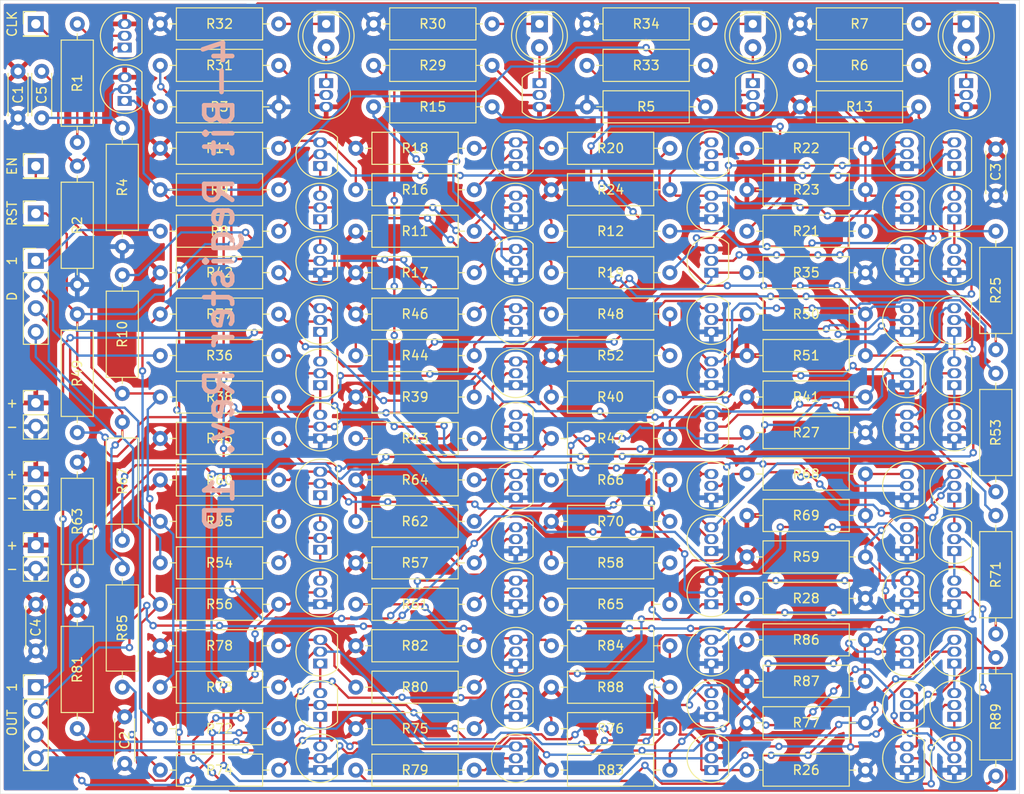
<source format=kicad_pcb>
(kicad_pcb (version 20221018) (generator pcbnew)
  (layers (0 "F.Cu" signal) (31 "B.Cu" signal) (34 "B.Paste" user) (35 "F.Paste" user) (36 "B.SilkS" user "B.Silkscreen") (37 "F.SilkS" user "F.Silkscreen") (38 "B.Mask" user) (39 "F.Mask" user) (44 "Edge.Cuts" user))
  (net 0 "")
  (net 1 "GND")
  (net 2 "VCC")
  (net 3 "Net-(C5-Pad1)")
  (net 4 "Net-(C5-Pad2)")
  (net 5 "Net-(D1-Pad2)")
  (net 6 "Net-(D1-Pad1)")
  (net 7 "Net-(D2-Pad1)")
  (net 8 "Net-(D2-Pad2)")
  (net 9 "Net-(D3-Pad2)")
  (net 10 "Net-(D3-Pad1)")
  (net 11 "Net-(D4-Pad1)")
  (net 12 "Net-(D4-Pad2)")
  (net 13 "/Clock Edge Detection/ClkIn")
  (net 14 "/D Flip Flop Bit 1/EN2")
  (net 15 "/D Flip Flop Bit 4/D")
  (net 16 "/D Flip Flop Bit 3/D")
  (net 17 "/D Flip Flop Bit 2/D")
  (net 18 "/D Flip Flop Bit 1/D")
  (net 19 "/D Flip Flop Bit 1/RST")
  (net 20 "/Buffer Out Bit 1/BufOut")
  (net 21 "/Buffer Out Bit 2/BufOut")
  (net 22 "/Buffer Out Bit 3/BufOut")
  (net 23 "/Buffer Out Bit 4/BufOut")
  (net 24 "Net-(Q1-Pad2)")
  (net 25 "/D Flip Flop Bit 1/EN1")
  (net 26 "Net-(Q4-Pad2)")
  (net 27 "Net-(Q5-Pad2)")
  (net 28 "Net-(Q5-Pad3)")
  (net 29 "Net-(Q6-Pad2)")
  (net 30 "Net-(Q6-Pad3)")
  (net 31 "Net-(Q6-Pad1)")
  (net 32 "Net-(Q11-Pad3)")
  (net 33 "Net-(Q7-Pad2)")
  (net 34 "Net-(Q8-Pad3)")
  (net 35 "Net-(Q8-Pad1)")
  (net 36 "Net-(Q10-Pad3)")
  (net 37 "Net-(Q10-Pad2)")
  (net 38 "Net-(Q12-Pad3)")
  (net 39 "Net-(Q12-Pad2)")
  (net 40 "Net-(Q13-Pad2)")
  (net 41 "Net-(Q13-Pad3)")
  (net 42 "/Buffer Out Bit 1/D")
  (net 43 "Net-(Q14-Pad2)")
  (net 44 "Net-(Q15-Pad2)")
  (net 45 "Net-(Q15-Pad3)")
  (net 46 "Net-(Q16-Pad2)")
  (net 47 "Net-(Q17-Pad2)")
  (net 48 "Net-(Q18-Pad2)")
  (net 49 "/Buffer Out Bit 4/D")
  (net 50 "/Buffer Out Bit 2/D")
  (net 51 "/Buffer Out Bit 3/D")
  (net 52 "Net-(Q22-Pad2)")
  (net 53 "Net-(Q23-Pad2)")
  (net 54 "Net-(Q24-Pad2)")
  (net 55 "Net-(Q26-Pad2)")
  (net 56 "Net-(Q26-Pad3)")
  (net 57 "Net-(Q27-Pad2)")
  (net 58 "Net-(Q27-Pad3)")
  (net 59 "Net-(Q27-Pad1)")
  (net 60 "Net-(Q28-Pad2)")
  (net 61 "Net-(Q28-Pad1)")
  (net 62 "Net-(Q29-Pad3)")
  (net 63 "Net-(Q29-Pad1)")
  (net 64 "Net-(Q30-Pad1)")
  (net 65 "Net-(Q31-Pad2)")
  (net 66 "Net-(Q33-Pad3)")
  (net 67 "Net-(Q33-Pad2)")
  (net 68 "Net-(Q34-Pad3)")
  (net 69 "Net-(Q34-Pad2)")
  (net 70 "Net-(Q35-Pad2)")
  (net 71 "Net-(Q36-Pad3)")
  (net 72 "Net-(Q36-Pad2)")
  (net 73 "Net-(Q37-Pad2)")
  (net 74 "Net-(Q38-Pad2)")
  (net 75 "Net-(Q39-Pad2)")
  (net 76 "Net-(Q40-Pad2)")
  (net 77 "Net-(Q40-Pad3)")
  (net 78 "Net-(Q41-Pad1)")
  (net 79 "Net-(Q41-Pad3)")
  (net 80 "Net-(Q41-Pad2)")
  (net 81 "Net-(Q42-Pad2)")
  (net 82 "Net-(Q42-Pad1)")
  (net 83 "Net-(Q43-Pad3)")
  (net 84 "Net-(Q43-Pad1)")
  (net 85 "Net-(Q44-Pad1)")
  (net 86 "Net-(Q45-Pad2)")
  (net 87 "Net-(Q47-Pad2)")
  (net 88 "Net-(Q47-Pad3)")
  (net 89 "Net-(Q48-Pad3)")
  (net 90 "Net-(Q48-Pad2)")
  (net 91 "Net-(Q49-Pad2)")
  (net 92 "Net-(Q50-Pad2)")
  (net 93 "Net-(Q50-Pad3)")
  (net 94 "Net-(Q51-Pad2)")
  (net 95 "Net-(Q52-Pad2)")
  (net 96 "Net-(Q53-Pad2)")
  (net 97 "Net-(Q54-Pad3)")
  (net 98 "Net-(Q54-Pad2)")
  (net 99 "Net-(Q55-Pad2)")
  (net 100 "Net-(Q55-Pad3)")
  (net 101 "Net-(Q55-Pad1)")
  (net 102 "Net-(Q56-Pad2)")
  (net 103 "Net-(Q56-Pad1)")
  (net 104 "Net-(Q57-Pad1)")
  (net 105 "Net-(Q57-Pad3)")
  (net 106 "Net-(Q58-Pad1)")
  (net 107 "Net-(Q59-Pad2)")
  (net 108 "Net-(Q61-Pad3)")
  (net 109 "Net-(Q61-Pad2)")
  (net 110 "Net-(Q62-Pad3)")
  (net 111 "Net-(Q62-Pad2)")
  (net 112 "Net-(Q63-Pad2)")
  (net 113 "Net-(Q64-Pad3)")
  (net 114 "Net-(Q64-Pad2)")
  (net 115 "Net-(Q65-Pad2)")
  (net 116 "Net-(Q66-Pad2)")
  (net 117 "Net-(Q67-Pad2)")
  (footprint "Package_TO_SOT_THT:TO-92_Inline" (layer "F.Cu") (at 85.725 40.64 90)
    (fp_text reference "Q8" hide)
    (fp_text value "2N2222")
  )
  (footprint "Connector_PinHeader_2.54mm:PinHeader_1x04_P2.54mm_Vertical" (layer "F.Cu") (at 55.245 50.8)
    (fp_text reference "D")
    (fp_text value "D")
  )
  (footprint "Connector_PinHeader_2.54mm:PinHeader_1x02_P2.54mm_Vertical" (layer "F.Cu") (at 55.245 81.28)
    (fp_text reference "J8" hide)
    (fp_text value "Power")
  )
  (footprint "Package_TO_SOT_THT:TO-92_Inline" (layer "F.Cu") (at 85.725 81.788 90)
    (fp_text reference "Q44" hide)
    (fp_text value "2N2222")
  )
  (footprint "Package_TO_SOT_THT:TO-92_Inline" (layer "F.Cu") (at 85.725 52.07 90)
    (fp_text reference "Q10" hide)
    (fp_text value "2N2222")
  )
  (footprint "Capacitor_THT:C_Disc_D4.3mm_W1.9mm_P5.00mm" (layer "F.Cu") (at 64.77 104.695 90)
    (fp_text reference "C2")
    (fp_text value "0.1uF")
  )
  (footprint "Capacitor_THT:C_Disc_D4.3mm_W1.9mm_P5.00mm" (layer "F.Cu") (at 158.115 43.815 90)
    (fp_text reference "C3")
    (fp_text value "0.1uF")
  )
  (footprint "Capacitor_THT:C_Disc_D4.3mm_W1.9mm_P5.00mm" (layer "F.Cu") (at 55.245 92.63 90)
    (fp_text reference "C4")
    (fp_text value "0.1uF")
  )
  (footprint "Capacitor_THT:C_Disc_D4.3mm_W1.9mm_P5.00mm" (layer "F.Cu") (at 55.88 30.48 -90)
    (fp_text reference "C5")
    (fp_text value "0.1uF")
  )
  (footprint "Connector_PinHeader_2.54mm:PinHeader_1x01_P2.54mm_Vertical" (layer "F.Cu") (at 55.245 40.64)
    (fp_text reference "EN")
    (fp_text value "EN")
  )
  (footprint "Connector_PinHeader_2.54mm:PinHeader_1x01_P2.54mm_Vertical" (layer "F.Cu") (at 55.245 45.72)
    (fp_text reference "RST")
    (fp_text value "RST")
  )
  (footprint "Connector_PinHeader_2.54mm:PinHeader_1x02_P2.54mm_Vertical" (layer "F.Cu") (at 55.245 66.04)
    (fp_text reference "J6" hide)
    (fp_text value "Power")
  )
  (footprint "Connector_PinHeader_2.54mm:PinHeader_1x02_P2.54mm_Vertical" (layer "F.Cu") (at 55.245 73.66)
    (fp_text reference "J7" hide)
    (fp_text value "Power")
  )
  (footprint "Package_TO_SOT_THT:TO-92_Inline" (layer "F.Cu") (at 64.77 27.94 90)
    (fp_text reference "Q1" hide)
    (fp_text value "2N2222")
  )
  (footprint "Package_TO_SOT_THT:TO-92_Inline" (layer "F.Cu") (at 106.68 64.135 90)
    (fp_text reference "Q26" hide)
    (fp_text value "2N2222")
  )
  (footprint "Package_TO_SOT_THT:TO-92_Inline" (layer "F.Cu") (at 153.67 58.42 90)
    (fp_text reference "Q27" hide)
    (fp_text value "2N2222")
  )
  (footprint "Package_TO_SOT_THT:TO-92_Inline" (layer "F.Cu") (at 153.67 64.135 90)
    (fp_text reference "Q28" hide)
    (fp_text value "2N2222")
  )
  (footprint "Package_TO_SOT_THT:TO-92_Inline" (layer "F.Cu") (at 85.725 58.42 90)
    (fp_text reference "Q29" hide)
    (fp_text value "2N2222")
  )
  (footprint "Package_TO_SOT_THT:TO-92_Inline" (layer "F.Cu") (at 85.725 64.135 90)
    (fp_text reference "Q30" hide)
    (fp_text value "2N2222")
  )
  (footprint "Package_TO_SOT_THT:TO-92_Inline" (layer "F.Cu") (at 85.725 69.85 90)
    (fp_text reference "Q31" hide)
    (fp_text value "2N2222")
  )
  (footprint "Package_TO_SOT_THT:TO-92_Inline" (layer "F.Cu") (at 153.67 69.85 90)
    (fp_text reference "Q32" hide)
    (fp_text value "2N2222")
  )
  (footprint "Package_TO_SOT_THT:TO-92_Inline" (layer "F.Cu") (at 106.68 69.85 90)
    (fp_text reference "Q33" hide)
    (fp_text value "2N2222")
  )
  (footprint "Package_TO_SOT_THT:TO-92_Inline" (layer "F.Cu") (at 106.68 58.42 90)
    (fp_text reference "Q34" hide)
    (fp_text value "2N2222")
  )
  (footprint "Package_TO_SOT_THT:TO-92_Inline" (layer "F.Cu") (at 148.59 58.42 90)
    (fp_text reference "Q35" hide)
    (fp_text value "2N2222")
  )
  (footprint "Package_TO_SOT_THT:TO-92_Inline" (layer "F.Cu") (at 127.635 64.135 90)
    (fp_text reference "Q36" hide)
    (fp_text value "2N2222")
  )
  (footprint "Package_TO_SOT_THT:TO-92_Inline" (layer "F.Cu") (at 148.59 64.135 90)
    (fp_text reference "Q37" hide)
    (fp_text value "2N2222")
  )
  (footprint "Package_TO_SOT_THT:TO-92_Inline" (layer "F.Cu") (at 127.635 58.42 90)
    (fp_text reference "Q38" hide)
    (fp_text value "2N2222")
  )
  (footprint "Package_TO_SOT_THT:TO-92_Inline" (layer "F.Cu") (at 106.68 81.915 90)
    (fp_text reference "Q40" hide)
    (fp_text value "2N2222")
  )
  (footprint "Package_TO_SOT_THT:TO-92_Inline" (layer "F.Cu") (at 153.67 76.2 90)
    (fp_text reference "Q41" hide)
    (fp_text value "2N2222")
  )
  (footprint "Package_TO_SOT_THT:TO-92_Inline" (layer "F.Cu") (at 153.67 81.915 90)
    (fp_text reference "Q42" hide)
    (fp_text value "2N2222")
  )
  (footprint "Package_TO_SOT_THT:TO-92_Inline" (layer "F.Cu") (at 85.725 75.946 90)
    (fp_text reference "Q43" hide)
    (fp_text value "2N2222")
  )
  (footprint "Package_TO_SOT_THT:TO-92_Inline" (layer "F.Cu") (at 85.725 87.63 90)
    (fp_text reference "Q45" hide)
    (fp_text value "2N2222")
  )
  (footprint "Package_TO_SOT_THT:TO-92_Inline" (layer "F.Cu") (at 106.68 87.63 90)
    (fp_text reference "Q47" hide)
    (fp_text value "2N2222")
  )
  (footprint "Package_TO_SOT_THT:TO-92_Inline" (layer "F.Cu") (at 106.68 76.2 90)
    (fp_text reference "Q48" hide)
    (fp_text value "2N2222")
  )
  (footprint "Package_TO_SOT_THT:TO-92_Inline" (layer "F.Cu") (at 148.59 76.2 90)
    (fp_text reference "Q49" hide)
    (fp_text value "2N2222")
  )
  (footprint "Package_TO_SOT_THT:TO-92_Inline" (layer "F.Cu") (at 127.635 81.915 90)
    (fp_text reference "Q50" hide)
    (fp_text value "2N2222")
  )
  (footprint "Package_TO_SOT_THT:TO-92_Inline" (layer "F.Cu") (at 148.59 81.915 90)
    (fp_text reference "Q51" hide)
    (fp_text value "2N2222")
  )
  (footprint "Package_TO_SOT_THT:TO-92_Inline" (layer "F.Cu") (at 127.635 76.2 90)
    (fp_text reference "Q52" hide)
    (fp_text value "2N2222")
  )
  (footprint "Package_TO_SOT_THT:TO-92_Inline" (layer "F.Cu") (at 148.59 87.63 90)
    (fp_text reference "Q53" hide)
    (fp_text value "2N2222")
  )
  (footprint "Package_TO_SOT_THT:TO-92_Inline" (layer "F.Cu") (at 106.68 99.695 90)
    (fp_text reference "Q54" hide)
    (fp_text value "2N2222")
  )
  (footprint "Package_TO_SOT_THT:TO-92_Inline" (layer "F.Cu") (at 153.67 93.98 90)
    (fp_text reference "Q55" hide)
    (fp_text value "2N2222")
  )
  (footprint "Package_TO_SOT_THT:TO-92_Inline" (layer "F.Cu") (at 153.67 99.695 90)
    (fp_text reference "Q56" hide)
    (fp_text value "2N2222")
  )
  (footprint "Package_TO_SOT_THT:TO-92_Inline" (layer "F.Cu") (at 85.725 93.98 90)
    (fp_text reference "Q57" hide)
    (fp_text value "2N2222")
  )
  (footprint "Package_TO_SOT_THT:TO-92_Inline" (layer "F.Cu") (at 85.725 99.695 90)
    (fp_text reference "Q58" hide)
    (fp_text value "2N2222")
  )
  (footprint "Package_TO_SOT_THT:TO-92_Inline" (layer "F.Cu") (at 85.725 105.41 90)
    (fp_text reference "Q59" hide)
    (fp_text value "2N2222")
  )
  (footprint "Package_TO_SOT_THT:TO-92_Inline" (layer "F.Cu") (at 153.67 105.41 90)
    (fp_text reference "Q60" hide)
    (fp_text value "2N2222")
  )
  (footprint "Package_TO_SOT_THT:TO-92_Inline" (layer "F.Cu") (at 106.68 105.41 90)
    (fp_text reference "Q61" hide)
    (fp_text value "2N2222")
  )
  (footprint "Package_TO_SOT_THT:TO-92_Inline" (layer "F.Cu") (at 106.68 93.98 90)
    (fp_text reference "Q62" hide)
    (fp_text value "2N2222")
  )
  (footprint "Package_TO_SOT_THT:TO-92_Inline" (layer "F.Cu") (at 148.59 93.98 90)
    (fp_text reference "Q63" hide)
    (fp_text value "2N2222")
  )
  (footprint "Package_TO_SOT_THT:TO-92_Inline" (layer "F.Cu") (at 127.635 99.695 90)
    (fp_text reference "Q64" hide)
    (fp_text value "2N2222")
  )
  (footprint "Package_TO_SOT_THT:TO-92_Inline" (layer "F.Cu") (at 148.59 99.695 90)
    (fp_text reference "Q65" hide)
    (fp_text value "2N2222")
  )
  (footprint "Package_TO_SOT_THT:TO-92_Inline" (layer "F.Cu") (at 127.635 93.98 90)
    (fp_text reference "Q66" hide)
    (fp_text value "2N2222")
  )
  (footprint "Resistor_THT:R_Axial_DIN0309_L9.0mm_D3.2mm_P12.70mm_Horizontal" (layer "F.Cu") (at 59.69 25.4 -90)
    (fp_text reference "R1")
    (fp_text value "1K")
  )
  (footprint "Resistor_THT:R_Axial_DIN0309_L9.0mm_D3.2mm_P12.70mm_Horizontal" (layer "F.Cu") (at 59.69 40.64 -90)
    (fp_text reference "R2")
    (fp_text value "100")
  )
  (footprint "Resistor_THT:R_Axial_DIN0309_L9.0mm_D3.2mm_P12.70mm_Horizontal" (layer "F.Cu") (at 68.58 34.29)
    (fp_text reference "R3")
    (fp_text value "100")
  )
  (footprint "Resistor_THT:R_Axial_DIN0309_L9.0mm_D3.2mm_P12.70mm_Horizontal" (layer "F.Cu") (at 64.516 36.576 -90)
    (fp_text reference "R4")
    (fp_text value "100")
  )
  (footprint "Resistor_THT:R_Axial_DIN0309_L9.0mm_D3.2mm_P12.70mm_Horizontal" (layer "F.Cu") (at 127 34.29 180)
    (fp_text reference "R5")
    (fp_text value "1K")
  )
  (footprint "Resistor_THT:R_Axial_DIN0309_L9.0mm_D3.2mm_P12.70mm_Horizontal" (layer "F.Cu") (at 137.16 34.29)
    (fp_text reference "R13")
    (fp_text value "1K")
  )
  (footprint "Resistor_THT:R_Axial_DIN0309_L9.0mm_D3.2mm_P12.70mm_Horizontal" (layer "F.Cu") (at 68.58 38.735)
    (fp_text reference "R14")
    (fp_text value "1K")
  )
  (footprint "Resistor_THT:R_Axial_DIN0309_L9.0mm_D3.2mm_P12.70mm_Horizontal" (layer "F.Cu") (at 89.535 38.735)
    (fp_text reference "R18")
    (fp_text value "1K")
  )
  (footprint "Resistor_THT:R_Axial_DIN0309_L9.0mm_D3.2mm_P12.70mm_Horizontal" (layer "F.Cu") (at 123.19 38.735 180)
    (fp_text reference "R20")
    (fp_text value "10K")
  )
  (footprint "Resistor_THT:R_Axial_DIN0309_L9.0mm_D3.2mm_P12.70mm_Horizontal" (layer "F.Cu") (at 158.115 60.325 90)
    (fp_text reference "R25")
    (fp_text value "10K")
  )
  (footprint "Resistor_THT:R_Axial_DIN0309_L9.0mm_D3.2mm_P12.70mm_Horizontal" (layer "F.Cu") (at 81.28 60.96 180)
    (fp_text reference "R36")
    (fp_text value "10K")
  )
  (footprint "Resistor_THT:R_Axial_DIN0309_L9.0mm_D3.2mm_P12.70mm_Horizontal" (layer "F.Cu") (at 81.28 56.515 180)
    (fp_text reference "R37")
    (fp_text value "10K")
  )
  (footprint "Resistor_THT:R_Axial_DIN0309_L9.0mm_D3.2mm_P12.70mm_Horizontal" (layer "F.Cu") (at 81.28 65.405 180)
    (fp_text reference "R38")
    (fp_text value "10K")
  )
  (footprint "Resistor_THT:R_Axial_DIN0309_L9.0mm_D3.2mm_P12.70mm_Horizontal" (layer "F.Cu") (at 89.535 65.405)
    (fp_text reference "R39")
    (fp_text value "1K")
  )
  (footprint "Resistor_THT:R_Axial_DIN0309_L9.0mm_D3.2mm_P12.70mm_Horizontal" (layer "F.Cu") (at 123.19 65.405 180)
    (fp_text reference "R40")
    (fp_text value "10K")
  )
  (footprint "Resistor_THT:R_Axial_DIN0309_L9.0mm_D3.2mm_P12.70mm_Horizontal" (layer "F.Cu") (at 131.445 65.405)
    (fp_text reference "R41")
    (fp_text value "1K")
  )
  (footprint "Resistor_THT:R_Axial_DIN0309_L9.0mm_D3.2mm_P12.70mm_Horizontal" (layer "F.Cu") (at 68.58 52.07)
    (fp_text reference "R42")
    (fp_text value "1K")
  )
  (footprint "Resistor_THT:R_Axial_DIN0309_L9.0mm_D3.2mm_P12.70mm_Horizontal" (layer "F.Cu") (at 102.235 69.85 180)
    (fp_text reference "R43")
    (fp_text value "10K")
  )
  (footprint "Resistor_THT:R_Axial_DIN0309_L9.0mm_D3.2mm_P12.70mm_Horizontal" (layer "F.Cu") (at 102.235 60.96 180)
    (fp_text reference "R44")
    (fp_text value "10K")
  )
  (footprint "Resistor_THT:R_Axial_DIN0309_L9.0mm_D3.2mm_P12.70mm_Horizontal" (layer "F.Cu") (at 68.58 69.85)
    (fp_text reference "R45")
    (fp_text value "1K")
  )
  (footprint "Resistor_THT:R_Axial_DIN0309_L9.0mm_D3.2mm_P12.70mm_Horizontal" (layer "F.Cu") (at 89.535 56.515)
    (fp_text reference "R46")
    (fp_text value "1K")
  )
  (footprint "Resistor_THT:R_Axial_DIN0309_L9.0mm_D3.2mm_P12.70mm_Horizontal" (layer "F.Cu") (at 123.19 69.85 180)
    (fp_text reference "R47")
    (fp_text value "10K")
  )
  (footprint "Resistor_THT:R_Axial_DIN0309_L9.0mm_D3.2mm_P12.70mm_Horizontal" (layer "F.Cu") (at 123.19 56.515 180)
    (fp_text reference "R48")
    (fp_text value "10K")
  )
  (footprint "Resistor_THT:R_Axial_DIN0309_L9.0mm_D3.2mm_P12.70mm_Horizontal" (layer "F.Cu") (at 59.69 69.215 90)
    (fp_text reference "R49")
    (fp_text value "10K")
  )
  (footprint "Resistor_THT:R_Axial_DIN0309_L9.0mm_D3.2mm_P12.70mm_Horizontal" (layer "F.Cu") (at 144.145 56.515 180)
    (fp_text reference "R50")
    (fp_text value "10K")
  )
  (footprint "Resistor_THT:R_Axial_DIN0309_L9.0mm_D3.2mm_P12.70mm_Horizontal" (layer "F.Cu") (at 144.145 60.96 180)
    (fp_text reference "R51")
    (fp_text value "1K")
  )
  (footprint "Resistor_THT:R_Axial_DIN0309_L9.0mm_D3.2mm_P12.70mm_Horizontal" (layer "F.Cu") (at 110.49 60.96)
    (fp_text reference "R52")
    (fp_text value "1K")
  )
  (footprint "Resistor_THT:R_Axial_DIN0309_L9.0mm_D3.2mm_P12.70mm_Horizontal" (layer "F.Cu") (at 158.115 75.565 90)
    (fp_text reference "R53")
    (fp_text value "10K")
  )
  (footprint "Resistor_THT:R_Axial_DIN0309_L9.0mm_D3.2mm_P12.70mm_Horizontal" (layer "F.Cu") (at 81.28 83.185 180)
    (fp_text reference "R54")
    (fp_text value "10K")
  )
  (footprint "Resistor_THT:R_Axial_DIN0309_L9.0mm_D3.2mm_P12.70mm_Horizontal" (layer "F.Cu") (at 81.28 78.74 180)
    (fp_text reference "R55")
    (fp_text value "10K")
  )
  (footprint "Resistor_THT:R_Axial_DIN0309_L9.0mm_D3.2mm_P12.70mm_Horizontal" (layer "F.Cu") (at 81.28 87.63 180)
    (fp_text reference "R56")
    (fp_text value "10K")
  )
  (footprint "Resistor_THT:R_Axial_DIN0309_L9.0mm_D3.2mm_P12.70mm_Horizontal" (layer "F.Cu") (at 89.535 83.185)
    (fp_text reference "R57")
    (fp_text value "1K")
  )
  (footprint "Resistor_THT:R_Axial_DIN0309_L9.0mm_D3.2mm_P12.70mm_Horizontal" (layer "F.Cu") (at 123.19 83.185 180)
    (fp_text reference "R58")
    (fp_text value "10K")
  )
  (footprint "Resistor_THT:R_Axial_DIN0309_L9.0mm_D3.2mm_P12.70mm_Horizontal" (layer "F.Cu") (at 131.445 82.55)
    (fp_text reference "R59")
    (fp_text value "1K")
  )
  (footprint "Resistor_THT:R_Axial_DIN0309_L9.0mm_D3.2mm_P12.70mm_Horizontal" (layer "F.Cu") (at 68.58 74.295)
    (fp_text reference "R60")
    (fp_text value "1K")
  )
  (footprint "Resistor_THT:R_Axial_DIN0309_L9.0mm_D3.2mm_P12.70mm_Horizontal" (layer "F.Cu") (at 102.235 87.63 180)
    (fp_text reference "R61")
    (fp_text value "10K")
  )
  (footprint "Resistor_THT:R_Axial_DIN0309_L9.0mm_D3.2mm_P12.70mm_Horizontal" (layer "F.Cu") (at 102.235 78.74 180)
    (fp_text reference "R62")
    (fp_text value "10K")
  )
  (footprint "Resistor_THT:R_Axial_DIN0309_L9.0mm_D3.2mm_P12.70mm_Horizontal" (layer "F.Cu") (at 59.69 72.39 -90)
    (fp_text reference "R63")
    (fp_text value "1K")
  )
  (footprint "Resistor_THT:R_Axial_DIN0309_L9.0mm_D3.2mm_P12.70mm_Horizontal" (layer "F.Cu") (at 89.535 74.295)
    (fp_text reference "R64")
    (fp_text value "1K")
  )
  (footprint "Resistor_THT:R_Axial_DIN0309_L9.0mm_D3.2mm_P12.70mm_Horizontal" (layer "F.Cu") (at 123.19 87.63 180)
    (fp_text reference "R65")
    (fp_text value "10K")
  )
  (footprint "Resistor_THT:R_Axial_DIN0309_L9.0mm_D3.2mm_P12.70mm_Horizontal" (layer "F.Cu") (at 123.19 74.295 180)
    (fp_text reference "R66")
    (fp_text value "10K")
  )
  (footprint "Resistor_THT:R_Axial_DIN0309_L9.0mm_D3.2mm_P12.70mm_Horizontal" (layer "F.Cu") (at 64.516 80.772 90)
    (fp_text reference "R67")
    (fp_text value "10K")
  )
  (footprint "Resistor_THT:R_Axial_DIN0309_L9.0mm_D3.2mm_P12.70mm_Horizontal" (layer "F.Cu") (at 144.145 73.66 180)
    (fp_text reference "R68")
    (fp_text value "10K")
  )
  (footprint "Resistor_THT:R_Axial_DIN0309_L9.0mm_D3.2mm_P12.70mm_Horizontal" (layer "F.Cu") (at 144.145 78.105 180)
    (fp_text reference "R69")
    (fp_text value "1K")
  )
  (footprint "Resistor_THT:R_Axial_DIN0309_L9.0mm_D3.2mm_P12.70mm_Horizontal" (layer "F.Cu") (at 110.49 78.74)
    (fp_text reference "R70")
    (fp_text value "1K")
  )
  (footprint "Resistor_THT:R_Axial_DIN0309_L9.0mm_D3.2mm_P12.70mm_Horizontal" (layer "F.Cu") (at 158.115 90.805 90)
    (fp_text reference "R71")
    (fp_text value "10K")
  )
  (footprint "Resistor_THT:R_Axial_DIN0309_L9.0mm_D3.2mm_P12.70mm_Horizontal" (layer "F.Cu") (at 81.28 100.965 180)
    (fp_text reference "R72")
    (fp_text value "10K")
  )
  (footprint "Resistor_THT:R_Axial_DIN0309_L9.0mm_D3.2mm_P12.70mm_Horizontal" (layer "F.Cu") (at 81.28 96.52 180)
    (fp_text reference "R73")
    (fp_text value "10K")
  )
  (footprint "Resistor_THT:R_Axial_DIN0309_L9.0mm_D3.2mm_P12.70mm_Horizontal" (layer "F.Cu") (at 81.28 105.41 180)
    (fp_text reference "R74")
    (fp_text value "10K")
  )
  (footprint "Resistor_THT:R_Axial_DIN0309_L9.0mm_D3.2mm_P12.70mm_Horizontal" (layer "F.Cu") (at 89.535 100.965)
    (fp_text reference "R75")
    (fp_text value "1K")
  )
  (footprint "Resistor_THT:R_Axial_DIN0309_L9.0mm_D3.2mm_P12.70mm_Horizontal" (layer "F.Cu") (at 123.19 100.965 180)
    (fp_text reference "R76")
    (fp_text value "10K")
  )
  (footprint "Resistor_THT:R_Axial_DIN0309_L9.0mm_D3.2mm_P12.70mm_Horizontal" (layer "F.Cu") (at 131.445 100.33)
    (fp_text reference "R77")
    (fp_text value "1K")
  )
  (footprint "Resistor_THT:R_Axial_DIN0309_L9.0mm_D3.2mm_P12.70mm_Horizontal" (layer "F.Cu") (at 68.58 92.075)
    (fp_text reference "R78")
    (fp_text value "1K")
  )
  (footprint "Resistor_THT:R_Axial_DIN0309_L9.0mm_D3.2mm_P12.70mm_Horizontal" (layer "F.Cu") (at 102.235 105.41 180)
    (fp_text reference "R79")
    (fp_text value "10K")
  )
  (footprint "Resistor_THT:R_Axial_DIN0309_L9.0mm_D3.2mm_P12.70mm_Horizontal" (layer "F.Cu") (at 102.235 96.52 180)
    (fp_text reference "R80")
    (fp_text value "10K")
  )
  (footprint "Resistor_THT:R_Axial_DIN0309_L9.0mm_D3.2mm_P12.70mm_Horizontal" (layer "F.Cu") (at 59.69 88.265 -90)
    (fp_text reference "R81")
    (fp_text value "1K")
  )
  (footprint "Resistor_THT:R_Axial_DIN0309_L9.0mm_D3.2mm_P12.70mm_Horizontal" (layer "F.Cu") (at 89.535 92.075)
    (fp_text reference "R82")
    (fp_text value "1K")
  )
  (footprint "Resistor_THT:R_Axial_DIN0309_L9.0mm_D3.2mm_P12.70mm_Horizontal" (layer "F.Cu") (at 123.19 105.41 180)
    (fp_text reference "R83")
    (fp_text value "10K")
  )
  (footprint "Resistor_THT:R_Axial_DIN0309_L9.0mm_D3.2mm_P12.70mm_Horizontal" (layer "F.Cu") (at 123.19 92.075 180)
    (fp_text reference "R84")
    (fp_text value "10K")
  )
  (footprint "Resistor_THT:R_Axial_DIN0309_L9.0mm_D3.2mm_P12.70mm_Horizontal" (layer "F.Cu") (at 64.516 96.52 90)
    (fp_text reference "R85")
    (fp_text value "10K")
  )
  (footprint "Resistor_THT:R_Axial_DIN0309_L9.0mm_D3.2mm_P12.70mm_Horizontal" (layer "F.Cu") (at 144.145 95.885 180)
    (fp_text reference "R87")
    (fp_text value "1K")
  )
  (footprint "Resistor_THT:R_Axial_DIN0309_L9.0mm_D3.2mm_P12.70mm_Horizontal" (layer "F.Cu") (at 110.49 96.52)
    (fp_text reference "R88")
    (fp_text value "1K")
  )
  (footprint "Resistor_THT:R_Axial_DIN0309_L9.0mm_D3.2mm_P12.70mm_Horizontal" (layer "F.Cu") (at 158.115 106.045 90)
    (fp_text reference "R89")
    (fp_text value "10K")
  )
  (footprint "Package_TO_SOT_THT:TO-92_Inline" (layer "F.Cu") (at 148.59 105.41 90)
    (fp_text reference "Q67" hide)
    (fp_text value "2N2222")
  )
  (footprint "Package_TO_SOT_THT:TO-92_Inline" (layer "F.Cu") (at 153.67 87.63 90)
    (fp_text reference "Q46" hide)
    (fp_text value "2N2222")
  )
  (footprint "Package_TO_SOT_THT:TO-92_Inline" (layer "F.Cu") (at 148.59 69.85 90)
    (fp_text reference "Q39" hide)
    (fp_text value "2N2222")
  )
  (footprint "Package_TO_SOT_THT:TO-92_Inline" (layer "F.Cu") (at 153.67 52.07 90)
    (fp_text reference "Q11" hide)
    (fp_text value "2N2222")
  )
  (footprint "Resistor_THT:R_Axial_DIN0309_L9.0mm_D3.2mm_P12.70mm_Horizontal" (layer "F.Cu") (at 144.145 91.44 180)
    (fp_text reference "R86")
    (fp_text value "10K")
  )
  (footprint "Connector_PinHeader_2.54mm:PinHeader_1x01_P2.54mm_Vertical" (layer "F.Cu") (at 55.245 25.4)
    (fp_text reference "CLK")
    (fp_text value "CLK")
  )
  (footprint "Connector_PinHeader_2.54mm:PinHeader_1x04_P2.54mm_Vertical" (layer "F.Cu") (at 55.245 96.52)
    (fp_text reference "OUT")
    (fp_text value "OUT")
  )
  (footprint "Resistor_THT:R_Axial_DIN0309_L9.0mm_D3.2mm_P12.70mm_Horizontal" (layer "F.Cu") (at 68.58 25.4)
    (fp_text reference "R32")
    (fp_text value "1K")
  )
  (footprint "Resistor_THT:R_Axial_DIN0309_L9.0mm_D3.2mm_P12.70mm_Horizontal" (layer "F.Cu") (at 114.3 25.4)
    (fp_text reference "R34")
    (fp_text value "1K")
  )
  (footprint "Resistor_THT:R_Axial_DIN0309_L9.0mm_D3.2mm_P12.70mm_Horizontal" (layer "F.Cu") (at 137.16 25.4)
    (fp_text reference "R7")
    (fp_text value "1K")
  )
  (footprint "Resistor_THT:R_Axial_DIN0309_L9.0mm_D3.2mm_P12.70mm_Horizontal" (layer "F.Cu") (at 144.145 69.215 180)
    (fp_text reference "R27")
    (fp_text value "1K")
  )
  (footprint "Resistor_THT:R_Axial_DIN0309_L9.0mm_D3.2mm_P12.70mm_Horizontal" (layer "F.Cu") (at 144.145 105.41 180)
    (fp_text reference "R26")
    (fp_text value "1K")
  )
  (footprint "Resistor_THT:R_Axial_DIN0309_L9.0mm_D3.2mm_P12.70mm_Horizontal" (layer "F.Cu") (at 104.14 29.845 180)
    (fp_text reference "R29")
    (fp_text value "10K")
  )
  (footprint "Resistor_THT:R_Axial_DIN0309_L9.0mm_D3.2mm_P12.70mm_Horizontal" (layer "F.Cu") (at 81.28 29.845 180)
    (fp_text reference "R31")
    (fp_text value "10K")
  )
  (footprint "Resistor_THT:R_Axial_DIN0309_L9.0mm_D3.2mm_P12.70mm_Horizontal" (layer "F.Cu") (at 91.44 25.4)
    (fp_text reference "R30")
    (fp_text value "1K")
  )
  (footprint "Resistor_THT:R_Axial_DIN0309_L9.0mm_D3.2mm_P12.70mm_Horizontal" (layer "F.Cu") (at 144.145 86.995 180)
    (fp_text reference "R28")
    (fp_text value "1K")
  )
  (footprint "Resistor_THT:R_Axial_DIN0309_L9.0mm_D3.2mm_P12.70mm_Horizontal" (layer "F.Cu") (at 127 29.845 180)
    (fp_text reference "R33")
    (fp_text value "10K")
  )
  (footprint "Resistor_THT:R_Axial_DIN0309_L9.0mm_D3.2mm_P12.70mm_Horizontal" (layer "F.Cu") (at 149.86 29.845 180)
    (fp_text reference "R6")
    (fp_text value "10K")
  )
  (footprint "Package_TO_SOT_THT:TO-92_Inline" (layer "F.Cu") (at 132.08 31.75 -90)
    (fp_text reference "Q24" hide)
    (fp_text value "2N2222")
  )
  (footprint "Package_TO_SOT_THT:TO-92_Inline" (layer "F.Cu") (at 86.36 31.75 -90)
    (fp_text reference "Q23" hide)
    (fp_text value "2N2222")
  )
  (footprint "Package_TO_SOT_THT:TO-92_Inline" (layer "F.Cu") (at 109.22 31.75 -90)
    (fp_text reference "Q22" hide)
    (fp_text value "2N2222")
  )
  (footprint "Package_TO_SOT_THT:TO-92_Inline" (layer "F.Cu") (at 127.635 69.85 90)
    (fp_text reference "Q20" hide)
    (fp_text value "2N2222")
  )
  (footprint "Package_TO_SOT_THT:TO-92_Inline" (layer "F.Cu") (at 127.635 87.63 90)
    (fp_text reference "Q21" hide)
    (fp_text value "2N2222")
  )
  (footprint "Package_TO_SOT_THT:TO-92_Inline" (layer "F.Cu") (at 127.635 105.41 90)
    (fp_text reference "Q19" hide)
    (fp_text value "2N2222")
  )
  (footprint "Package_TO_SOT_THT:TO-92_Inline" (layer "F.Cu") (at 154.94 31.75 -90)
    (fp_text reference "Q4" hide)
    (fp_text value "2N2222")
  )
  (footprint "LED_THT:LED_D5.0mm" (layer "F.Cu") (at 132.08 25.4 -90)
    (fp_text reference "D4" hide)
    (fp_text value "LED")
  )
  (footprint "LED_THT:LED_D5.0mm" (layer "F.Cu") (at 86.36 25.4 -90)
    (fp_text reference "D3" hide)
    (fp_text value "LED")
  )
  (footprint "LED_THT:LED_D5.0mm" (layer "F.Cu") (at 109.22 25.4 -90)
    (fp_text reference "D2" hide)
    (fp_text value "LED")
  )
  (footprint "LED_THT:LED_D5.0mm" (layer "F.Cu") (at 154.94 25.4 -90)
    (fp_text reference "D1" hide)
    (fp_text value "LED")
  )
  (footprint "Resistor_THT:R_Axial_DIN0309_L9.0mm_D3.2mm_P12.70mm_Horizontal" (layer "F.Cu") (at 144.145 38.735 180)
    (fp_text reference "R22")
    (fp_text value "10K")
  )
  (footprint "Resistor_THT:R_Axial_DIN0309_L9.0mm_D3.2mm_P12.70mm_Horizontal" (layer "F.Cu") (at 81.28 43.18 180)
    (fp_text reference "R9")
    (fp_text value "10K")
  )
  (footprint "Resistor_THT:R_Axial_DIN0309_L9.0mm_D3.2mm_P12.70mm_Horizontal" (layer "F.Cu") (at 102.235 43.18 180)
    (fp_text reference "R16")
    (fp_text value "10K")
  )
  (footprint "Resistor_THT:R_Axial_DIN0309_L9.0mm_D3.2mm_P12.70mm_Horizontal" (layer "F.Cu") (at 89.535 47.625)
    (fp_text reference "R11")
    (fp_text value "1K")
  )
  (footprint "Resistor_THT:R_Axial_DIN0309_L9.0mm_D3.2mm_P12.70mm_Horizontal" (layer "F.Cu") (at 144.145 43.18 180)
    (fp_text reference "R23")
    (fp_text value "1K")
  )
  (footprint "Resistor_THT:R_Axial_DIN0309_L9.0mm_D3.2mm_P12.70mm_Horizontal" (layer "F.Cu") (at 89.535 52.07)
    (fp_text reference "R17")
    (fp_text value "1K")
  )
  (footprint "Resistor_THT:R_Axial_DIN0309_L9.0mm_D3.2mm_P12.70mm_Horizontal" (layer "F.Cu") (at 110.49 43.18)
    (fp_text reference "R24")
    (fp_text value "1K")
  )
  (footprint "Resistor_THT:R_Axial_DIN0309_L9.0mm_D3.2mm_P12.70mm_Horizontal" (layer "F.Cu") (at 144.145 47.625 180)
    (fp_text reference "R21")
    (fp_text value "10K")
  )
  (footprint "Resistor_THT:R_Axial_DIN0309_L9.0mm_D3.2mm_P12.70mm_Horizontal" (layer "F.Cu") (at 144.145 52.07 180)
    (fp_text reference "R35")
    (fp_text value "1K")
  )
  (footprint "Resistor_THT:R_Axial_DIN0309_L9.0mm_D3.2mm_P12.70mm_Horizontal" (layer "F.Cu") (at 123.19 47.625 180)
    (fp_text reference "R12")
    (fp_text value "10K")
  )
  (footprint "Resistor_THT:R_Axial_DIN0309_L9.0mm_D3.2mm_P12.70mm_Horizontal" (layer "F.Cu") (at 81.28 47.625 180)
    (fp_text reference "R8")
    (fp_text value "10K")
  )
  (footprint "Resistor_THT:R_Axial_DIN0309_L9.0mm_D3.2mm_P12.70mm_Horizontal" (layer "F.Cu") (at 123.19 52.07 180)
    (fp_text reference "R19")
    (fp_text value "10K")
  )
  (footprint "Package_TO_SOT_THT:TO-92_Inline" (layer "F.Cu") (at 127.635 40.64 90)
    (fp_text reference "Q17" hide)
    (fp_text value "2N2222")
  )
  (footprint "Package_TO_SOT_THT:TO-92_Inline" (layer "F.Cu") (at 127.635 52.07 90)
    (fp_text reference "Q25" hide)
    (fp_text value "2N2222")
  )
  (footprint "Package_TO_SOT_THT:TO-92_Inline" (layer "F.Cu") (at 148.59 52.07 90)
    (fp_text reference "Q18" hide)
    (fp_text value "2N2222")
  )
  (footprint "Package_TO_SOT_THT:TO-92_Inline" (layer "F.Cu") (at 127.635 46.355 90)
    (fp_text reference "Q15" hide)
    (fp_text value "2N2222")
  )
  (footprint "Package_TO_SOT_THT:TO-92_Inline" (layer "F.Cu") (at 106.68 52.07 90)
    (fp_text reference "Q12" hide)
    (fp_text value "2N2222")
  )
  (footprint "Package_TO_SOT_THT:TO-92_Inline" (layer "F.Cu") (at 148.59 40.64 90)
    (fp_text reference "Q14" hide)
    (fp_text value "2N2222")
  )
  (footprint "Package_TO_SOT_THT:TO-92_Inline" (layer "F.Cu") (at 106.68 40.64 90)
    (fp_text reference "Q13" hide)
    (fp_text value "2N2222")
  )
  (footprint "Package_TO_SOT_THT:TO-92_Inline" (layer "F.Cu") (at 148.59 46.355 90)
    (fp_text reference "Q16" hide)
    (fp_text value "2N2222")
  )
  (footprint "Package_TO_SOT_THT:TO-92_Inline" (layer "F.Cu") (at 85.725 46.355 90)
    (fp_text reference "Q9" hide)
    (fp_text value "2N2222")
  )
  (footprint "Package_TO_SOT_THT:TO-92_Inline" (layer "F.Cu") (at 106.68 46.355 90)
    (fp_text reference "Q5" hide)
    (fp_text value "2N2222")
  )
  (footprint "Package_TO_SOT_THT:TO-92_Inline" (layer "F.Cu") (at 153.67 46.355 90)
    (fp_text reference "Q7" hide)
    (fp_text value "2N2222")
  )
  (footprint "Package_TO_SOT_THT:TO-92_Inline" (layer "F.Cu") (at 153.67 40.64 90)
    (fp_text reference "Q6" hide)
    (fp_text value "2N2222")
  )
  (footprint "Package_TO_SOT_THT:TO-92_Inline" (layer "F.Cu") (at 64.77 33.655 90)
    (fp_text reference "Q2" hide)
    (fp_text value "2N2222")
  )
  (footprint "Resistor_THT:R_Axial_DIN0309_L9.0mm_D3.2mm_P12.70mm_Horizontal" (layer "F.Cu") (at 91.44 34.29)
    (fp_text reference "R15")
    (fp_text value "10K")
  )
  (footprint "Capacitor_THT:C_Disc_D4.3mm_W1.9mm_P5.00mm" (layer "F.Cu") (at 53.34 35.48 90)
    (fp_text reference "C1")
    (fp_text value "0.1uF")
  )
  (footprint "Resistor_THT:R_Axial_DIN0309_L9.0mm_D3.2mm_P12.70mm_Horizontal" (layer "F.Cu") (at 64.516 52.324 -90)
    (fp_text reference "R10")
    (fp_text value "10K")
  )
  (gr_line (start 160.655 22.86) (end 160.655 107.95) (stroke (width 0.05)) (layer "Edge.Cuts"))
  (gr_line (start 51.435 22.86) (end 160.655 22.86) (stroke (width 0.05)) (layer "Edge.Cuts"))
  (gr_line (start 51.435 107.95) (end 160.655 107.95) (stroke (width 0.05)) (layer "Edge.Cuts"))
  (gr_line (start 51.435 22.86) (end 51.435 107.95) (stroke (width 0.05)) (layer "Edge.Cuts"))
  (gr_text "4-Bit Register Rev. 1P" (at 74.93 53.34 90) (layer "B.SilkS") (effects (font (size 3 3) (thickness 0.5)) (justify mirror)))
  (gr_text "+" (at 52.705 73.66) (layer "F.SilkS") (effects (font (size 1 1))))
  (gr_text "+" (at 52.705 81.28) (layer "F.SilkS") (effects (font (size 1 1))))
  (gr_text "-" (at 52.705 83.82) (layer "F.SilkS") (effects (font (size 1 1))))
  (gr_text "-" (at 52.705 76.2) (layer "F.SilkS") (effects (font (size 1 1))))
  (gr_text "-" (at 52.705 68.58) (layer "F.SilkS") (effects (font (size 1 1))))
  (gr_text "1" (at 52.705 96.52 90) (layer "F.SilkS") (effects (font (size 1 1))))
  (gr_text "+" (at 52.705 66.04) (layer "F.SilkS") (effects (font (size 1 1))))
  (gr_text "1" (at 52.705 50.8 90) (layer "F.SilkS") (effects (font (size 1 1))))
  (segment (start 106.68 46.355) (end 106.045 46.355) (width 0.25) (layer "F.Cu") (net 1))
  (segment (start 63.77 27.94) (end 64.77 27.94) (width 0.25) (layer "F.Cu") (net 3))
  (segment (start 59.69 40.64) (end 61.722 38.608) (width 0.25) (layer "F.Cu") (net 3))
  (segment (start 57.658 38.608) (end 59.69 40.64) (width 0.25) (layer "F.Cu") (net 3))
  (segment (start 55.88 30.48) (end 57.658 32.258) (width 0.25) (layer "F.Cu") (net 3))
  (segment (start 57.658 32.258) (end 57.658 38.608) (width 0.25) (layer "F.Cu") (net 3))
  (segment (start 61.722 29.988) (end 63.77 27.94) (width 0.25) (layer "F.Cu") (net 3))
  (segment (start 61.722 38.608) (end 61.722 29.988) (width 0.25) (layer "F.Cu") (net 3))
  (segment (start 64.77 32.385) (end 66.675 32.385) (width 0.25) (layer "F.Cu") (net 4))
  (segment (start 66.675 32.385) (end 68.58 34.29) (width 0.25) (layer "F.Cu") (net 4))
  (segment (start 64.77 32.385) (end 63.77 32.385) (width 0.25) (layer "B.Cu") (net 4))
  (segment (start 63.246 35.306) (end 63.42 35.48) (width 0.25) (layer "B.Cu") (net 4))
  (segment (start 55.88 35.48) (end 63.42 35.48) (width 0.25) (layer "B.Cu") (net 4))
  (segment (start 63.77 32.385) (end 63.246 32.909) (width 0.25) (layer "B.Cu") (net 4))
  (segment (start 63.246 32.909) (end 63.246 35.306) (width 0.25) (layer "B.Cu") (net 4))
  (segment (start 63.42 35.48) (end 64.516 36.576) (width 0.25) (layer "B.Cu") (net 4))
  (segment (start 154.94 27.94) (end 154.94 31.75) (width 0.25) (layer "F.Cu") (net 5))
  (segment (start 149.86 25.4) (end 154.94 25.4) (width 0.25) (layer "F.Cu") (net 6))
  (segment (start 104.14 25.4) (end 109.22 25.4) (width 0.25) (layer "F.Cu") (net 7))
  (segment (start 109.22 27.94) (end 109.22 31.75) (width 0.25) (layer "F.Cu") (net 8))
  (segment (start 86.36 27.94) (end 86.36 31.75) (width 0.25) (layer "F.Cu") (net 9))
  (segment (start 81.28 25.4) (end 86.36 25.4) (width 0.25) (layer "F.Cu") (net 10))
  (segment (start 127 25.4) (end 132.08 25.4) (width 0.25) (layer "F.Cu") (net 11))
  (segment (start 132.08 27.94) (end 132.08 31.75) (width 0.25) (layer "F.Cu") (net 12))
  (segment (start 59.69 29.718) (end 59.69 38.1) (width 0.25) (layer "F.Cu") (net 13))
  (segment (start 55.372 25.4) (end 59.69 29.718) (width 0.25) (layer "F.Cu") (net 13))
  (segment (start 55.245 25.4) (end 55.372 25.4) (width 0.25) (layer "F.Cu") (net 13))
  (segment (start 67.454999 76.309001) (end 67.454999 86.504999) (width 0.25) (layer "F.Cu") (net 14))
  (segment (start 66.548 89.662) (end 66.548 103.378) (width 0.25) (layer "F.Cu") (net 14))
  (segment (start 68.199 65.024) (end 68.58 65.405) (width 0.25) (layer "F.Cu") (net 14))
  (segment (start 67.454999 86.504999) (end 68.58 87.63) (width 0.25) (layer "F.Cu") (net 14))
  (segment (start 55.245 42.672) (end 61.214 48.641) (width 0.25) (layer "F.Cu") (net 14))
  (segment (start 64.008 65.024) (end 68.199 65.024) (width 0.25) (layer "F.Cu") (net 14))
  (segment (start 55.245 40.64) (end 55.245 42.672) (width 0.25) (layer "F.Cu") (net 14))
  (segment (start 61.214 62.23) (end 64.008 65.024) (width 0.25) (layer "F.Cu") (net 14))
  (segment (start 66.548 103.378) (end 68.58 105.41) (width 0.25) (layer "F.Cu") (net 14))
  (segment (start 68.58 87.63) (end 66.548 89.662) (width 0.25) (layer "F.Cu") (net 14))
  (segment (start 61.214 48.641) (end 61.214 62.23) (width 0.25) (layer "F.Cu") (net 14))
  (via (at 67.454999 76.309001) (size 0.8) (drill 0.4) (layers "F.Cu" "B.Cu") (net 14))
  (segment (start 67.2465 66.7385) (end 68.58 65.405) (width 0.25) (layer "B.Cu") (net 14))
  (segment (start 67.2465 76.100502) (end 67.2465 66.7385) (width 0.25) (layer "B.Cu") (net 14))
  (segment (start 67.454999 76.309001) (end 67.2465 76.100502) (width 0.25) (layer "B.Cu") (net 14))
  (segment (start 65.659 70.866) (end 65.659 78.8035) (width 0.25) (layer "B.Cu") (net 15))
  (segment (start 66.421 98.806) (end 68.58 100.965) (width 0.25) (layer "B.Cu") (net 15))
  (segment (start 55.245 58.42) (end 55.245 61.102413) (width 0.25) (layer "B.Cu") (net 15))
  (segment (start 64.440014 69.647012) (end 65.659 70.866) (width 0.25) (layer "B.Cu") (net 15))
  (segment (start 63.789599 69.647012) (end 64.440014 69.647012) (width 0.25) (layer "B.Cu") (net 15))
  (segment (start 66.421 79.5655) (end 66.421 98.806) (width 0.25) (layer "B.Cu") (net 15))
  (segment (start 65.659 78.8035) (end 66.421 79.5655) (width 0.25) (layer "B.Cu") (net 15))
  (segment (start 55.245 61.102413) (end 63.789599 69.647012) (width 0.25) (layer "B.Cu") (net 15))
  (segment (start 64.77 66.548) (end 66.236011 68.014011) (width 0.25) (layer "B.Cu") (net 16))
  (segment (start 56.642 61.577001) (end 61.612999 66.548) (width 0.25) (layer "B.Cu") (net 16))
  (segment (start 68.58 80.518) (end 68.58 83.185) (width 0.25) (layer "B.Cu") (net 16))
  (segment (start 66.236011 78.174011) (end 68.58 80.518) (width 0.25) (layer "B.Cu") (net 16))
  (segment (start 61.612999 66.548) (end 64.77 66.548) (width 0.25) (layer "B.Cu") (net 16))
  (segment (start 56.642 57.277) (end 56.642 61.577001) (width 0.25) (layer "B.Cu") (net 16))
  (segment (start 66.236011 68.014011) (end 66.236011 78.174011) (width 0.25) (layer "B.Cu") (net 16))
  (segment (start 55.245 55.88) (end 56.642 57.277) (width 0.25) (layer "B.Cu") (net 16))
  (segment (start 59.81841 60.96) (end 68.58 60.96) (width 0.25) (layer "B.Cu") (net 17))
  (segment (start 57.092011 55.187011) (end 57.092011 58.233601) (width 0.25) (layer "B.Cu") (net 17))
  (segment (start 57.092011 58.233601) (end 59.81841 60.96) (width 0.25) (layer "B.Cu") (net 17))
  (segment (start 55.245 53.34) (end 57.092011 55.187011) (width 0.25) (layer "B.Cu") (net 17))
  (segment (start 68.453 47.498) (end 68.58 47.625) (width 0.25) (layer "B.Cu") (net 18))
  (segment (start 59.647 47.498) (end 68.453 47.498) (width 0.25) (layer "B.Cu") (net 18))
  (segment (start 55.245 50.8) (end 56.345 50.8) (width 0.25) (layer "B.Cu") (net 18))
  (segment (start 56.345 50.8) (end 59.647 47.498) (width 0.25) (layer "B.Cu") (net 18))
  (segment (start 103.505 49.403) (end 100.584 49.403) (width 0.25) (layer "F.Cu") (net 19))
  (segment (start 114.7445 45.4025) (end 111.252 48.895) (width 0.25) (layer "F.Cu") (net 19))
  (segment (start 83.961002 53.086) (end 87.249 53.086) (width 0.25) (layer "F.Cu") (net 19))
  (segment (start 87.249 47.4345) (end 88.455499 46.228001) (width 0.25) (layer "F.Cu") (net 19))
  (segment (start 108.0135 48.3235) (end 104.5845 48.3235) (width 0.25) (layer "F.Cu") (net 19))
  (segment (start 64.516 69.7865) (end 63.754 70.5485) (width 0.25) (layer "F.Cu") (net 19))
  (segment (start 76.454 50.6095) (end 81.484502 50.6095) (width 0.25) (layer "F.Cu") (net 19))
  (segment (start 64.516 67.056) (end 64.516 69.7865) (width 0.25) (layer "F.Cu") (net 19))
  (segment (start 114.7445 38.481) (end 114.7445 45.4025) (width 0.25) (layer "F.Cu") (net 19))
  (segment (start 58.564999 47.939999) (end 58.564999 55.389999) (width 0.25) (layer "F.Cu") (net 19))
  (segment (start 59.69 56.515) (end 59.69 62.23) (width 0.25) (layer "F.Cu") (net 19))
  (segment (start 55.245 45.72) (end 56.345 45.72) (width 0.25) (layer "F.Cu") (net 19))
  (segment (start 81.484502 50.6095) (end 83.961002 53.086) (width 0.25) (layer "F.Cu") (net 19))
  (segment (start 135.001002 44.068998) (end 135.001002 36.3855) (width 0.25) (layer "F.Cu") (net 19))
  (segment (start 131.445 47.625) (end 135.001002 44.068998) (width 0.25) (layer "F.Cu") (net 19))
  (segment (start 111.252 48.895) (end 108.585 48.895) (width 0.25) (layer "F.Cu") (net 19))
  (segment (start 108.585 48.895) (end 108.0135 48.3235) (width 0.25) (layer "F.Cu") (net 19))
  (segment (start 58.564999 55.389999) (end 59.69 56.515) (width 0.25) (layer "F.Cu") (net 19))
  (segment (start 100.584 49.403) (end 99.695 48.514) (width 0.25) (layer "F.Cu") (net 19))
  (segment (start 88.455499 46.228001) (end 97.218499 46.228001) (width 0.25) (layer "F.Cu") (net 19))
  (segment (start 59.69 62.23) (end 64.516 67.056) (width 0.25) (layer "F.Cu") (net 19))
  (segment (start 56.345 45.72) (end 58.564999 47.939999) (width 0.25) (layer "F.Cu") (net 19))
  (segment (start 87.249 53.086) (end 87.249 47.4345) (width 0.25) (layer "F.Cu") (net 19))
  (segment (start 104.5845 48.3235) (end 103.505 49.403) (width 0.25) (layer "F.Cu") (net 19))
  (via (at 99.695 48.514) (size 0.8) (drill 0.4) (layers "F.Cu" "B.Cu") (net 19))
  (via (at 97.218499 46.228001) (size 0.8) (drill 0.4) (layers "F.Cu" "B.Cu") (net 19))
  (via (at 135.001002 36.3855) (size 0.8) (drill 0.4) (layers "F.Cu" "B.Cu") (net 19))
  (via (at 114.7445 38.481) (size 0.8) (drill 0.4) (layers "F.Cu" "B.Cu") (net 19))
  (via (at 76.454 50.6095) (size 0.8) (drill 0.4) (layers "F.Cu" "B.Cu") (net 19))
  (via (at 63.754 70.5485) (size 0.8) (drill 0.4) (layers "F.Cu" "B.Cu") (net 19))
  (segment (start 69.010498 54.4195) (end 68.0085 54.4195) (width 0.25) (layer "B.Cu") (net 19))
  (segment (start 68.0085 54.4195) (end 65.913 56.515) (width 0.25) (layer "B.Cu") (net 19))
  (segment (start 114.7445 38.481) (end 116.84 36.3855) (width 0.25) (layer "B.Cu") (net 19))
  (segment (start 65.913 56.515) (end 59.69 56.515) (width 0.25) (layer "B.Cu") (net 19))
  (segment (start 99.504498 48.514) (end 99.695 48.514) (width 0.25) (layer "B.Cu") (net 19))
  (segment (start 63.354001 81.769001) (end 63.354001 70.948499) (width 0.25) (layer "B.Cu") (net 19))
  (segment (start 116.84 36.3855) (end 135.001002 36.3855) (width 0.25) (layer "B.Cu") (net 19))
  (segment (start 72.820498 50.6095) (end 69.010498 54.4195) (width 0.25) (layer "B.Cu") (net 19))
  (segment (start 76.454 50.6095) (end 72.820498 50.6095) (width 0.25) (layer "B.Cu") (net 19))
  (segment (start 64.77 83.185) (end 63.354001 81.769001) (width 0.25) (layer "B.Cu") (net 19))
  (segment (start 97.218499 46.228001) (end 99.504498 48.514) (width 0.25) (layer "B.Cu") (net 19))
  (segment (start 63.354001 70.948499) (end 63.754 70.5485) (width 0.25) (layer "B.Cu") (net 19))
  (segment (start 105.6005 59.944) (end 107.569 59.944) (width 0.25) (layer "F.Cu") (net 20))
  (segment (start 92.5195 65.786) (end 99.7585 65.786) (width 0.25) (layer "F.Cu") (net 20))
  (segment (start 127.635 52.07) (end 131.445 52.07) (width 0.25) (layer "F.Cu") (net 20))
  (segment (start 78.6765 58.4835) (end 82.6135 58.4835) (width 0.25) (layer "F.Cu") (net 20))
  (segment (start 99.7585 65.786) (end 105.6005 59.944) (width 0.25) (layer "F.Cu") (net 20))
  (segment (start 82.6135 58.4835) (end 84.1375 60.0075) (width 0.25) (layer "F.Cu") (net 20))
  (segment (start 109.22 58.293) (end 113.257492 58.293) (width 0.25) (layer "F.Cu") (net 20))
  (segment (start 58.166 78.486) (end 58.166 59.817) (width 0.25) (layer "F.Cu") (net 20))
  (segment (start 107.569 59.944) (end 109.22 58.293) (width 0.25) (layer "F.Cu") (net 20))
  (segment (start 58.166 59.817) (end 58.933365 59.049635) (width 0.25) (layer "F.Cu") (net 20))
  (segment (start 113.257492 58.293) (end 118.863406 52.687086) (width 0.25) (layer "F.Cu") (net 20))
  (via (at 58.933365 59.049635) (size 0.8) (drill 0.4) (layers "F.Cu" "B.Cu") (net 20))
  (via (at 92.5195 65.786) (size 0.8) (drill 0.4) (layers "F.Cu" "B.Cu") (net 20))
  (via (at 118.863406 52.687086) (size 0.8) (drill 0.4) (layers "F.Cu" "B.Cu") (net 20))
  (via (at 84.1375 60.0075) (size 0.8) (drill 0.4) (layers "F.Cu" "B.Cu") (net 20))
  (via (at 58.166 78.486) (size 0.8) (drill 0.4) (layers "F.Cu" "B.Cu") (net 20))
  (via (at 78.6765 58.4835) (size 0.8) (drill 0.4) (layers "F.Cu" "B.Cu") (net 20))
  (segment (start 92.202 65.786) (end 86.4235 60.0075) (width 0.25) (layer "B.Cu") (net 20))
  (segment (start 126.630915 53.849085) (end 120.025405 53.849085) (width 0.25) (layer "B.Cu") (net 20))
  (segment (start 58.166 94.699) (end 56.345 96.52) (width 0.25) (layer "B.Cu") (net 20))
  (segment (start 120.025405 53.849085) (end 118.863406 52.687086) (width 0.25) (layer "B.Cu") (net 20))
  (segment (start 127.635 52.07) (end 127.635 52.845) (width 0.25) (layer "B.Cu") (net 20))
  (segment (start 78.110365 59.049635) (end 58.933365 59.049635) (width 0.25) (layer "B.Cu") (net 20))
  (segment (start 56.345 96.52) (end 55.245 96.52) (width 0.25) (layer "B.Cu") (net 20))
  (segment (start 92.5195 65.786) (end 92.202 65.786) (width 0.25) (layer "B.Cu") (net 20))
  (segment (start 127.635 52.845) (end 126.630915 53.849085) (width 0.25) (layer "B.Cu") (net 20))
  (segment (start 58.166 78.486) (end 58.166 94.699) (width 0.25) (layer "B.Cu") (net 20))
  (segment (start 86.4235 60.0075) (end 84.1375 60.0075) (width 0.25) (layer "B.Cu") (net 20))
  (segment (start 78.6765 58.4835) (end 78.110365 59.049635) (width 0.25) (layer "B.Cu") (net 20))
  (segment (start 106.274499 77.050001) (end 102.235 81.0895) (width 0.25) (layer "F.Cu") (net 21))
  (segment (start 90.3605 89.9795) (end 93.345 89.9795) (width 0.25) (layer "F.Cu") (net 21))
  (segment (start 65.278 89.625) (end 65.278 92.2655) (width 0.25) (layer "F.Cu") (net 21))
  (segment (start 67.146 87.757) (end 65.278 89.625) (width 0.25) (layer "F.Cu") (net 21))
  (segment (start 112.5855 73.864502) (end 109.400001 77.050001) (width 0.25) (layer "F.Cu") (net 21))
  (segment (start 130.81 69.85) (end 131.445 69.215) (width 0.25) (layer "F.Cu") (net 21))
  (segment (start 67.818 89.916) (end 74.930002 89.916) (width 0.25) (layer "F.Cu") (net 21))
  (segment (start 109.400001 77.050001) (end 106.274499 77.050001) (width 0.25) (layer "F.Cu") (net 21))
  (segment (start 114.3 69.85) (end 118.11 69.85) (width 0.25) (layer "F.Cu") (net 21))
  (segment (start 127.635 69.85) (end 130.81 69.85) (width 0.25) (layer "F.Cu") (net 21))
  (segment (start 112.5855 70.612) (end 112.5855 73.864502) (width 0.25) (layer "F.Cu") (net 21))
  (segment (start 93.345 89.9795) (end 94.51975 88.80475) (width 0.25) (layer "F.Cu") (net 21))
  (via (at 74.930002 89.916) (size 0.8) (drill 0.4) (layers "F.Cu" "B.Cu") (net 21))
  (via (at 90.3605 89.9795) (size 0.8) (drill 0.4) (layers "F.Cu" "B.Cu") (net 21))
  (via (at 114.3 69.85) (size 0.8) (drill 0.4) (layers "F.Cu" "B.Cu") (net 21))
  (via (at 118.11 69.85) (size 0.8) (drill 0.4) (layers "F.Cu" "B.Cu") (net 21))
  (via (at 102.235 81.0895) (size 0.8) (drill 0.4) (layers "F.Cu" "B.Cu") (net 21))
  (via (at 112.5855 70.612) (size 0.8) (drill 0.4) (layers "F.Cu" "B.Cu") (net 21))
  (via (at 65.278 92.2655) (size 0.8) (drill 0.4) (layers "F.Cu" "B.Cu") (net 21))
  (via (at 94.51975 88.80475) (size 0.8) (drill 0.4) (layers "F.Cu" "B.Cu") (net 21))
  (via (at 67.818 89.916) (size 0.8) (drill 0.4) (layers "F.Cu" "B.Cu") (net 21))
  (via (at 67.146 87.757) (size 0.8) (drill 0.4) (layers "F.Cu" "B.Cu") (net 21))
  (segment (start 114.3 69.85) (end 113.3475 69.85) (width 0.25) (layer "B.Cu") (net 21))
  (segment (start 74.993502 89.9795) (end 74.930002 89.916) (width 0.25) (layer "B.Cu") (net 21))
  (segment (start 120.015 68.58) (end 118.745 69.85) (width 0.25) (layer "B.Cu") (net 21))
  (segment (start 90.3605 89.9795) (end 74.993502 89.9795) (width 0.25) (layer "B.Cu") (net 21))
  (segment (start 127.635 69.85) (end 125.984 69.85) (width 0.25) (layer "B.Cu") (net 21))
  (segment (start 67.818 89.916) (end 67.146 89.244) (width 0.25) (layer "B.Cu") (net 21))
  (segment (start 65.278 92.2655) (end 62.0395 92.2655) (width 0.25) (layer "B.Cu") (net 21))
  (segment (start 125.984 69.85) (end 124.858999 68.724999) (width 0.25) (layer "B.Cu") (net 21))
  (segment (start 113.3475 69.85) (end 112.5855 70.612) (width 0.25) (layer "B.Cu") (net 21))
  (segment (start 102.235 81.0895) (end 94.51975 88.80475) (width 0.25) (layer "B.Cu") (net 21))
  (segment (start 67.146 89.244) (end 67.146 87.757) (width 0.25) (layer "B.Cu") (net 21))
  (segment (start 118.745 69.85) (end 118.11 69.85) (width 0.25) (layer "B.Cu") (net 21))
  (segment (start 62.0395 92.2655) (end 55.245 99.06) (width 0.25) (layer "B.Cu") (net 21))
  (segment (start 120.159999 68.724999) (end 120.015 68.58) (width 0.25) (layer "B.Cu") (net 21))
  (segment (start 124.858999 68.724999) (end 120.159999 68.724999) (width 0.25) (layer "B.Cu") (net 21))
  (segment (start 113.284 95.0595) (end 105.360502 95.0595) (width 0.25) (layer "F.Cu") (net 22))
  (segment (start 130.81 87.63) (end 131.445 86.995) (width 0.25) (layer "F.Cu") (net 22))
  (segment (start 125.0475 89.2175) (end 120.142 89.2175) (width 0.25) (layer "F.Cu") (net 22))
  (segment (start 86.995 95.885) (end 88.755001 97.645001) (width 0.25) (layer "F.Cu") (net 22))
  (segment (start 88.755001 97.645001) (end 93.876814 97.645001) (width 0.25) (layer "F.Cu") (net 22))
  (segment (start 126.635 87.63) (end 125.0475 89.2175) (width 0.25) (layer "F.Cu") (net 22))
  (segment (start 105.360502 95.0595) (end 102.775001 97.645001) (width 0.25) (layer "F.Cu") (net 22))
  (segment (start 127.635 87.63) (end 130.81 87.63) (width 0.25) (layer "F.Cu") (net 22))
  (segment (start 79.170498 101.4095) (end 83.622499 96.957499) (width 0.25) (layer "F.Cu") (net 22))
  (segment (start 60.180001 106.535001) (end 55.245 101.6) (width 0.25) (layer "F.Cu") (net 22))
  (segment (start 74.168 103.886) (end 71.53275 106.52125) (width 0.25) (layer "F.Cu") (net 22))
  (segment (start 127.635 87.63) (end 126.635 87.63) (width 0.25) (layer "F.Cu") (net 22))
  (segment (start 93.876814 97.645001) (end 93.922315 97.5995) (width 0.25) (layer "F.Cu") (net 22))
  (segment (start 93.922315 97.5995) (end 94.488 97.5995) (width 0.25) (layer "F.Cu") (net 22))
  (segment (start 77.0255 101.4095) (end 79.170498 101.4095) (width 0.25) (layer "F.Cu") (net 22))
  (segment (start 102.775001 97.645001) (end 100.792499 97.645001) (width 0.25) (layer "F.Cu") (net 22))
  (segment (start 74.168 101.4095) (end 74.168 103.886) (width 0.25) (layer "F.Cu") (net 22))
  (via (at 94.488 97.5995) (size 0.8) (drill 0.4) (layers "F.Cu" "B.Cu") (net 22))
  (via (at 77.0255 101.4095) (size 0.8) (drill 0.4) (layers "F.Cu" "B.Cu") (net 22))
  (via (at 86.995 95.885) (size 0.8) (drill 0.4) (layers "F.Cu" "B.Cu") (net 22))
  (via (at 100.792499 97.645001) (size 0.8) (drill 0.4) (layers "F.Cu" "B.Cu") (net 22))
  (via (at 71.53275 106.52125) (size 0.8) (drill 0.4) (layers "F.Cu" "B.Cu") (net 22))
  (via (at 60.180001 106.535001) (size 0.8) (drill 0.4) (layers "F.Cu" "B.Cu") (net 22))
  (via (at 113.284 95.0595) (size 0.8) (drill 0.4) (layers "F.Cu" "B.Cu") (net 22))
  (via (at 120.142 89.2175) (size 0.8) (drill 0.4) (layers "F.Cu" "B.Cu") (net 22))
  (via (at 74.168 101.4095) (size 0.8) (drill 0.4) (layers "F.Cu" "B.Cu") (net 22))
  (via (at 83.622499 96.957499) (size 0.8) (drill 0.4) (layers "F.Cu" "B.Cu") (net 22))
  (segment (start 77.0255 101.4095) (end 74.168 101.4095) (width 0.25) (layer "B.Cu") (net 22))
  (segment (start 120.142 89.2175) (end 120.142 91.5035) (width 0.25) (layer "B.Cu") (net 22))
  (segment (start 86.995 95.885) (end 84.694998 95.885) (width 0.25) (layer "B.Cu") (net 22))
  (segment (start 113.284 95.0595) (end 116.586 95.0595) (width 0.25) (layer "B.Cu") (net 22))
  (segment (start 71.0565 106.9975) (end 71.53275 106.52125) (width 0.25) (layer "B.Cu") (net 22))
  (segment (start 100.792499 97.645001) (end 94.533501 97.645001) (width 0.25) (layer "B.Cu") (net 22))
  (segment (start 116.586 95.0595) (end 120.142 91.5035) (width 0.25) (layer "B.Cu") (net 22))
  (segment (start 94.533501 97.645001) (end 94.488 97.5995) (width 0.25) (layer "B.Cu") (net 22))
  (segment (start 60.180001 106.535001) (end 60.6425 106.9975) (width 0.25) (layer "B.Cu") (net 22))
  (segment (start 60.6425 106.9975) (end 71.0565 106.9975) (width 0.25) (layer "B.Cu") (net 22))
  (segment (start 84.694998 95.885) (end 83.622499 96.957499) (width 0.25) (layer "B.Cu") (net 22))
  (segment (start 89.554979 102.470001) (end 89.62499 102.540012) (width 0.25) (layer "F.Cu") (net 23))
  (segment (start 124.220002 101.6) (end 125.490002 101.6) (width 0.25) (layer "F.Cu") (net 23))
  (segment (start 89.62499 102.540012) (end 104.946482 102.540012) (width 0.25) (layer "F.Cu") (net 23))
  (segment (start 126.55999 105.33499) (end 126.635 105.41) (width 0.25) (layer "F.Cu") (net 23))
  (segment (start 104.946482 102.540012) (end 105.916515 101.569979) (width 0.25) (layer "F.Cu") (net 23))
  (segment (start 112.539999 102.090001) (end 113.03 101.6) (width 0.25) (layer "F.Cu") (net 23))
  (segment (start 127.635 105.41) (end 131.445 105.41) (width 0.25) (layer "F.Cu") (net 23))
  (segment (start 122.064999 100.424999) (end 122.649999 99.839999) (width 0.25) (layer "F.Cu") (net 23))
  (segment (start 126.635 105.41) (end 127.635 105.41) (width 0.25) (layer "F.Cu") (net 23))
  (segment (start 116.205 100.965) (end 116.84 101.6) (width 0.25) (layer "F.Cu") (net 23))
  (segment (start 88.9 102.87) (end 89.299999 102.470001) (width 0.25) (layer "F.Cu") (net 23))
  (segment (start 123.730001 99.839999) (end 124.315001 100.424999) (width 0.25) (layer "F.Cu") (net 23))
  (segment (start 116.84 101.6) (end 121.91859 101.6) (width 0.25) (layer "F.Cu") (net 23))
  (segment (start 122.649999 99.839999) (end 123.730001 99.839999) (width 0.25) (layer "F.Cu") (net 23))
  (segment (start 124.315001 100.424999) (end 124.315001 101.505001) (width 0.25) (layer "F.Cu") (net 23))
  (segment (start 124.315001 101.505001) (end 124.220002 101.6) (width 0.25) (layer "F.Cu") (net 23))
  (segment (start 109.949999 102.090001) (end 112.539999 102.090001) (width 0.25) (layer "F.Cu") (net 23))
  (segment (start 126.55999 102.669988) (end 126.55999 105.33499) (width 0.25) (layer "F.Cu") (net 23))
  (segment (start 121.91859 101.6) (end 122.064999 101.453591) (width 0.25) (layer "F.Cu") (net 23))
  (segment (start 122.064999 101.453591) (end 122.064999 100.424999) (width 0.25) (layer "F.Cu") (net 23))
  (segment (start 77.684999 103.290001) (end 82.764999 103.290001) (width 0.25) (layer "F.Cu") (net 23))
  (segment (start 109.429977 101.569979) (end 109.949999 102.090001) (width 0.25) (layer "F.Cu") (net 23))
  (segment (start 82.764999 103.290001) (end 83.82 102.235) (width 0.25) (layer "F.Cu") (net 23))
  (segment (start 89.299999 102.470001) (end 89.554979 102.470001) (width 0.25) (layer "F.Cu") (net 23))
  (segment (start 105.916515 101.569979) (end 109.429977 101.569979) (width 0.25) (layer "F.Cu") (net 23))
  (segment (start 125.490002 101.6) (end 126.55999 102.669988) (width 0.25) (layer "F.Cu") (net 23))
  (via (at 77.684999 103.290001) (size 0.8) (drill 0.4) (layers "F.Cu" "B.Cu") (net 23))
  (via (at 83.82 102.235) (size 0.8) (drill 0.4) (layers "F.Cu" "B.Cu") (net 23))
  (via (at 113.03 101.6) (size 0.8) (drill 0.4) (layers "F.Cu" "B.Cu") (net 23))
  (via (at 116.205 100.965) (size 0.8) (drill 0.4) (layers "F.Cu" "B.Cu") (net 23))
  (via (at 88.9 102.87) (size 0.8) (drill 0.4) (layers "F.Cu" "B.Cu") (net 23))
  (segment (start 83.82 102.235) (end 84.03501 102.01999) (width 0.25) (layer "B.Cu") (net 23))
  (segment (start 56.094999 103.290001) (end 77.684999 103.290001) (width 0.25) (layer "B.Cu") (net 23))
  (segment (start 84.03501 102.01999) (end 88.04999 102.01999) (width 0.25) (layer "B.Cu") (net 23))
  (segment (start 88.04999 102.01999) (end 88.9 102.87) (width 0.25) (layer "B.Cu") (net 23))
  (segment (start 113.03 101.6) (end 113.665 100.965) (width 0.25) (layer "B.Cu") (net 23))
  (segment (start 55.245 104.14) (end 56.094999 103.290001) (width 0.25) (layer "B.Cu") (net 23))
  (segment (start 113.665 100.965) (end 116.205 100.965) (width 0.25) (layer "B.Cu") (net 23))
  (segment (start 59.69 25.4) (end 60.96 26.67) (width 0.25) (layer "F.Cu") (net 24))
  (segment (start 60.96 26.67) (end 64.77 26.67) (width 0.25) (layer "F.Cu") (net 24))
  (segment (start 120.65 27.94) (end 127 34.29) (width 0.25) (layer "F.Cu") (net 25))
  (segment (start 69.705001 55.389999) (end 69.705001 44.305001) (width 0.25) (layer "F.Cu") (net 25))
  (segment (start 68.58 56.515) (end 69.705001 55.389999) (width 0.25) (layer "F.Cu") (net 25))
  (segment (start 68.58 56.515) (end 66.675 58.42) (width 0.25) (layer "F.Cu") (net 25))
  (segment (start 69.705001 44.305001) (end 68.58 43.18) (width 0.25) (layer "F.Cu") (net 25))
  (segment (start 66.675 58.42) (end 66.675 62.611004) (width 0.25) (layer "F.Cu") (net 25))
  (via (at 120.65 27.94) (size 0.8) (drill 0.4) (layers "F.Cu" "B.Cu") (net 25))
  (via (at 66.675 62.611004) (size 0.8) (drill 0.4) (layers "F.Cu" "B.Cu") (net 25))
  (segment (start 66.675 63.176689) (end 66.675 62.611004) (width 0.25) (layer "B.Cu") (net 25))
  (segment (start 69.977 80.137) (end 68.58 78.74) (width 0.25) (layer "B.Cu") (net 25))
  (segment (start 66.802 34.687) (end 66.802 41.402) (width 0.25) (layer "B.Cu") (net 25))
  (segment (start 120.65 27.94) (end 113.19 27.94) (width 0.25) (layer "B.Cu") (net 25))
  (segment (start 66.686022 63.187711) (end 66.675 63.176689) (width 0.25) (layer "B.Cu") (net 25))
  (segment (start 68.1355 78.74) (end 66.686022 77.290522) (width 0.25) (layer "B.Cu") (net 25))
  (segment (start 65.77 33.655) (end 66.802 34.687) (width 0.25) (layer "B.Cu") (net 25))
  (segment (start 69.977 95.123) (end 69.977 80.137) (width 0.25) (layer "B.Cu") (net 25))
  (segment (start 111.158 29.972) (end 106.172 29.972) (width 0.25) (layer "B.Cu") (net 25))
  (segment (start 68.58 78.74) (end 68.1355 78.74) (width 0.25) (layer "B.Cu") (net 25))
  (segment (start 79.217905 43.18) (end 68.58 43.18) (width 0.25) (layer "B.Cu") (net 25))
  (segment (start 66.686022 77.290522) (end 66.686022 63.187711) (width 0.25) (layer "B.Cu") (net 25))
  (segment (start 89.232906 33.164999) (end 79.217905 43.18) (width 0.25) (layer "B.Cu") (net 25))
  (segment (start 106.172 29.972) (end 102.979001 33.164999) (width 0.25) (layer "B.Cu") (net 25))
  (segment (start 66.802 41.402) (end 68.58 43.18) (width 0.25) (layer "B.Cu") (net 25))
  (segment (start 68.58 96.52) (end 69.977 95.123) (width 0.25) (layer "B.Cu") (net 25))
  (segment (start 64.77 33.655) (end 65.77 33.655) (width 0.25) (layer "B.Cu") (net 25))
  (segment (start 102.979001 33.164999) (end 89.232906 33.164999) (width 0.25) (layer "B.Cu") (net 25))
  (segment (start 113.19 27.94) (end 111.158 29.972) (width 0.25) (layer "B.Cu") (net 25))
  (segment (start 153.035 33.02) (end 149.86 29.845) (width 0.25) (layer "F.Cu") (net 26))
  (segment (start 154.94 33.02) (end 153.035 33.02) (width 0.25) (layer "F.Cu") (net 26))
  (segment (start 101.615618 48.895) (end 100.267723 47.547105) (width 0.25) (layer "F.Cu") (net 27))
  (segment (start 81.28 47.625) (end 83.82 45.085) (width 0.25) (layer "F.Cu") (net 27))
  (segment (start 105.156 45.085) (end 104.394 45.847) (width 0.25) (layer "F.Cu") (net 27))
  (segment (start 83.82 45.085) (end 85.725 45.085) (width 0.25) (layer "F.Cu") (net 27))
  (segment (start 104.394 47.371) (end 102.87 48.895) (width 0.25) (layer "F.Cu") (net 27))
  (segment (start 85.725 45.085) (end 97.782999 45.085) (width 0.25) (layer "F.Cu") (net 27))
  (segment (start 104.394 45.847) (end 104.394 47.371) (width 0.25) (layer "F.Cu") (net 27))
  (segment (start 106.68 45.085) (end 105.156 45.085) (width 0.25) (layer "F.Cu") (net 27))
  (segment (start 102.87 48.895) (end 101.615618 48.895) (width 0.25) (layer "F.Cu") (net 27))
  (via (at 97.782999 45.085) (size 0.8) (drill 0.4) (layers "F.Cu" "B.Cu") (net 27))
  (via (at 100.267723 47.547105) (size 0.8) (drill 0.4) (layers "F.Cu" "B.Cu") (net 27))
  (segment (start 97.782999 45.085) (end 100.245104 47.547105) (width 0.25) (layer "B.Cu") (net 27))
  (segment (start 100.245104 47.547105) (end 100.267723 47.547105) (width 0.25) (layer "B.Cu") (net 27))
  (segment (start 102.235 46.99) (end 105.41 43.815) (width 0.25) (layer "F.Cu") (net 28))
  (segment (start 105.41 43.815) (end 106.68 43.815) (width 0.25) (layer "F.Cu") (net 28))
  (segment (start 102.235 47.625) (end 102.235 46.99) (width 0.25) (layer "F.Cu") (net 28))
  (segment (start 107.81137 43.815) (end 110.49 46.49363) (width 0.25) (layer "F.Cu") (net 28))
  (segment (start 106.68 43.815) (end 107.81137 43.815) (width 0.25) (layer "F.Cu") (net 28))
  (segment (start 110.49 46.49363) (end 110.49 47.625) (width 0.25) (layer "F.Cu") (net 28))
  (segment (start 96.4565 41.656) (end 100.711 41.656) (width 0.25) (layer "F.Cu") (net 29))
  (segment (start 85.09 39.37) (end 85.725 39.37) (width 0.25) (layer "F.Cu") (net 29))
  (segment (start 141.224 41.656) (end 137.414 41.656) (width 0.25) (layer "F.Cu") (net 29))
  (segment (start 81.28 43.18) (end 85.09 39.37) (width 0.25) (layer "F.Cu") (net 29))
  (via (at 100.711 41.656) (size 0.8) (drill 0.4) (layers "F.Cu" "B.Cu") (net 29))
  (via (at 96.4565 41.656) (size 0.8) (drill 0.4) (layers "F.Cu" "B.Cu") (net 29))
  (via (at 141.224 41.656) (size 0.8) (drill 0.4) (layers "F.Cu" "B.Cu") (net 29))
  (via (at 137.414 41.656) (size 0.8) (drill 0.4) (layers "F.Cu" "B.Cu") (net 29))
  (segment (start 141.224 41.656) (end 150.384 41.656) (width 0.25) (layer "B.Cu") (net 29))
  (segment (start 100.711 41.656) (end 137.414 41.656) (width 0.25) (layer "B.Cu") (net 29))
  (segment (start 150.384 41.656) (end 152.67 39.37) (width 0.25) (layer "B.Cu") (net 29))
  (segment (start 152.67 39.37) (end 153.67 39.37) (width 0.25) (layer "B.Cu") (net 29))
  (segment (start 85.725 39.37) (end 86.725 39.37) (width 0.25) (layer "B.Cu") (net 29))
  (segment (start 86.725 39.37) (end 89.011 41.656) (width 0.25) (layer "B.Cu") (net 29))
  (segment (start 89.011 41.656) (end 96.4565 41.656) (width 0.25) (layer "B.Cu") (net 29))
  (segment (start 152.53863 38.1) (end 153.67 38.1) (width 0.25) (layer "F.Cu") (net 30))
  (segment (start 149.86 35.42137) (end 152.53863 38.1) (width 0.25) (layer "F.Cu") (net 30))
  (segment (start 149.86 34.29) (end 149.86 35.42137) (width 0.25) (layer "F.Cu") (net 30))
  (segment (start 104.14 34.29) (end 105.265001 35.415001) (width 0.25) (layer "B.Cu") (net 30))
  (segment (start 105.265001 35.415001) (end 148.734999 35.415001) (width 0.25) (layer "B.Cu") (net 30))
  (segment (start 148.734999 35.415001) (end 149.86 34.29) (width 0.25) (layer "B.Cu") (net 30))
  (segment (start 153.67 43.815) (end 153.67 40.64) (width 0.25) (layer "F.Cu") (net 31))
  (segment (start 153.67 49.53) (end 153.67 46.355) (width 0.25) (layer "F.Cu") (net 32))
  (segment (start 153.67 45.085) (end 152.67 45.085) (width 0.25) (layer "F.Cu") (net 33))
  (segment (start 151.384 46.371) (end 151.384 48.386996) (width 0.25) (layer "F.Cu") (net 33))
  (segment (start 133.604 49.276) (end 138.048996 49.276) (width 0.25) (layer "F.Cu") (net 33))
  (segment (start 152.67 45.085) (end 151.384 46.371) (width 0.25) (layer "F.Cu") (net 33))
  (segment (start 138.048996 49.276) (end 138.43 48.894996) (width 0.25) (layer "F.Cu") (net 33))
  (via (at 133.604 49.276) (size 0.8) (drill 0.4) (layers "F.Cu" "B.Cu") (net 33))
  (via (at 151.384 48.386996) (size 0.8) (drill 0.4) (layers "F.Cu" "B.Cu") (net 33))
  (via (at 138.43 48.894996) (size 0.8) (drill 0.4) (layers "F.Cu" "B.Cu") (net 33))
  (segment (start 128.9685 47.625) (end 130.6195 49.276) (width 0.25) (layer "B.Cu") (net 33))
  (segment (start 151.384 48.386996) (end 147.835005 48.386996) (width 0.25) (layer "B.Cu") (net 33))
  (segment (start 130.6195 49.276) (end 133.604 49.276) (width 0.25) (layer "B.Cu") (net 33))
  (segment (start 123.19 47.625) (end 128.9685 47.625) (width 0.25) (layer "B.Cu") (net 33))
  (segment (start 147.835005 48.386996) (end 147.327005 48.894996) (width 0.25) (layer "B.Cu") (net 33))
  (segment (start 147.327005 48.894996) (end 138.43 48.894996) (width 0.25) (layer "B.Cu") (net 33))
  (segment (start 82.079999 37.935001) (end 85.560001 37.935001) (width 0.25) (layer "F.Cu") (net 34))
  (segment (start 86.725 38.1) (end 85.725 38.1) (width 0.25) (layer "F.Cu") (net 34))
  (segment (start 89.535 43.18) (end 89.535 40.91) (width 0.25) (layer "F.Cu") (net 34))
  (segment (start 89.535 40.91) (end 86.725 38.1) (width 0.25) (layer "F.Cu") (net 34))
  (segment (start 85.560001 37.935001) (end 85.725 38.1) (width 0.25) (layer "F.Cu") (net 34))
  (segment (start 81.28 38.735) (end 82.079999 37.935001) (width 0.25) (layer "F.Cu") (net 34))
  (segment (start 85.725 40.64) (end 85.725 43.815) (width 0.25) (layer "F.Cu") (net 35))
  (segment (start 85.725 46.355) (end 85.725 49.53) (width 0.25) (layer "F.Cu") (net 36))
  (segment (start 116.6495 53.6575) (end 97.345498 53.6575) (width 0.25) (layer "F.Cu") (net 37))
  (segment (start 133.985 54.61) (end 137.795 54.61) (width 0.25) (layer "F.Cu") (net 37))
  (segment (start 153.67 50.8) (end 154.67 50.8) (width 0.25) (layer "F.Cu") (net 37))
  (segment (start 117.6655 52.6415) (end 116.6495 53.6575) (width 0.25) (layer "F.Cu") (net 37))
  (segment (start 154.67 50.8) (end 155.5115 51.6415) (width 0.25) (layer "F.Cu") (net 37))
  (segment (start 82.042 49.53) (end 79.502 49.53) (width 0.25) (layer "F.Cu") (net 37))
  (segment (start 79.502 49.53) (end 77.724 47.752) (width 0.25) (layer "F.Cu") (net 37))
  (segment (start 92.6465 50.673) (end 94.678498 50.673) (width 0.25) (layer "F.Cu") (net 37))
  (segment (start 85.725 50.8) (end 83.312 50.8) (width 0.25) (layer "F.Cu") (net 37))
  (segment (start 155.5115 51.6415) (end 155.5115 54.356) (width 0.25) (layer "F.Cu") (net 37))
  (segment (start 83.312 50.8) (end 82.042 49.53) (width 0.25) (layer "F.Cu") (net 37))
  (via (at 137.795 54.61) (size 0.8) (drill 0.4) (layers "F.Cu" "B.Cu") (net 37))
  (via (at 97.345498 53.6575) (size 0.8) (drill 0.4) (layers "F.Cu" "B.Cu") (net 37))
  (via (at 155.5115 54.356) (size 0.8) (drill 0.4) (layers "F.Cu" "B.Cu") (net 37))
  (via (at 77.724 47.752) (size 0.8) (drill 0.4) (layers "F.Cu" "B.Cu") (net 37))
  (via (at 133.985 54.61) (size 0.8) (drill 0.4) (layers "F.Cu" "B.Cu") (net 37))
  (via (at 94.678498 50.673) (size 0.8) (drill 0.4) (layers "F.Cu" "B.Cu") (net 37))
  (via (at 92.6465 50.673) (size 0.8) (drill 0.4) (layers "F.Cu" "B.Cu") (net 37))
  (via (at 117.6655 52.6415) (size 0.8) (drill 0.4) (layers "F.Cu" "B.Cu") (net 37))
  (segment (start 133.985 54.61) (end 119.634 54.61) (width 0.25) (layer "B.Cu") (net 37))
  (segment (start 97.345498 53.6575) (end 94.678498 50.9905) (width 0.25) (layer "B.Cu") (net 37))
  (segment (start 119.634 54.61) (end 117.6655 52.6415) (width 0.25) (layer "B.Cu") (net 37))
  (segment (start 70.830002 47.752) (end 77.724 47.752) (width 0.25) (layer "B.Cu") (net 37))
  (segment (start 154.433485 54.579979) (end 152.906515 54.579979) (width 0.25) (layer "B.Cu") (net 37))
  (segment (start 92.5195 50.8) (end 92.6465 50.673) (width 0.25) (layer "B.Cu") (net 37))
  (segment (start 94.678498 50.9905) (end 94.678498 50.673) (width 0.25) (layer "B.Cu") (net 37))
  (segment (start 66.258002 52.324) (end 70.830002 47.752) (width 0.25) (layer "B.Cu") (net 37))
  (segment (start 155.2575 54.61) (end 154.463506 54.61) (width 0.25) (layer "B.Cu") (net 37))
  (segment (start 152.906515 54.579979) (end 152.876494 54.61) (width 0.25) (layer "B.Cu") (net 37))
  (segment (start 149.383506 54.61) (end 149.353485 54.579979) (width 0.25) (layer "B.Cu") (net 37))
  (segment (start 149.353485 54.579979) (end 147.826515 54.579979) (width 0.25) (layer "B.Cu") (net 37))
  (segment (start 147.796494 54.61) (end 137.795 54.61) (width 0.25) (layer "B.Cu") (net 37))
  (segment (start 64.516 52.324) (end 66.258002 52.324) (width 0.25) (layer "B.Cu") (net 37))
  (segment (start 154.463506 54.61) (end 154.433485 54.579979) (width 0.25) (layer "B.Cu") (net 37))
  (segment (start 155.5115 54.356) (end 155.2575 54.61) (width 0.25) (layer "B.Cu") (net 37))
  (segment (start 152.876494 54.61) (end 149.383506 54.61) (width 0.25) (layer "B.Cu") (net 37))
  (segment (start 85.725 50.8) (end 92.5195 50.8) (width 0.25) (layer "B.Cu") (net 37))
  (segment (start 147.826515 54.579979) (end 147.796494 54.61) (width 0.25) (layer "B.Cu") (net 37))
  (segment (start 110.49 52.07) (end 110.49 50.93863) (width 0.25) (layer "F.Cu") (net 38))
  (segment (start 110.49 50.93863) (end 109.08137 49.53) (width 0.25) (layer "F.Cu") (net 38))
  (segment (start 102.235 52.07) (end 104.775 49.53) (width 0.25) (layer "F.Cu") (net 38))
  (segment (start 109.08137 49.53) (end 106.68 49.53) (width 0.25) (layer "F.Cu") (net 38))
  (segment (start 104.775 49.53) (end 106.68 49.53) (width 0.25) (layer "F.Cu") (net 38))
  (segment (start 96.266 40.132) (end 96.012 39.878) (width 0.25) (layer "F.Cu") (net 39))
  (segment (start 100.33 40.132) (end 96.266 40.132) (width 0.25) (layer "F.Cu") (net 39))
  (via (at 100.33 40.132) (size 0.8) (drill 0.4) (layers "F.Cu" "B.Cu") (net 39))
  (via (at 96.012 39.878) (size 0.8) (drill 0.4) (layers "F.Cu" "B.Cu") (net 39))
  (segment (start 105.68 50.8) (end 105.156 50.276) (width 0.25) (layer "B.Cu") (net 39))
  (segment (start 91.44 35.306) (end 91.44 34.29) (width 0.25) (layer "B.Cu") (net 39))
  (segment (start 105.156 48.514) (end 99.985999 43.343999) (width 0.25) (layer "B.Cu") (net 39))
  (segment (start 99.985999 40.476001) (end 100.33 40.132) (width 0.25) (layer "B.Cu") (net 39))
  (segment (start 106.68 50.8) (end 105.68 50.8) (width 0.25) (layer "B.Cu") (net 39))
  (segment (start 99.985999 43.343999) (end 99.985999 40.476001) (width 0.25) (layer "B.Cu") (net 39))
  (segment (start 105.156 50.276) (end 105.156 48.514) (width 0.25) (layer "B.Cu") (net 39))
  (segment (start 96.012 39.878) (end 91.44 35.306) (width 0.25) (layer "B.Cu") (net 39))
  (segment (start 106.045 39.37) (end 106.68 39.37) (width 0.25) (layer "F.Cu") (net 40))
  (segment (start 102.235 43.18) (end 106.045 39.37) (width 0.25) (layer "F.Cu") (net 40))
  (segment (start 102.235 38.735) (end 103.36637 38.735) (width 0.25) (layer "F.Cu") (net 41))
  (segment (start 104.00137 38.1) (end 106.68 38.1) (width 0.25) (layer "F.Cu") (net 41))
  (segment (start 110.49 38.735) (end 109.35863 38.735) (width 0.25) (layer "F.Cu") (net 41))
  (segment (start 109.35863 38.735) (end 108.72363 38.1) (width 0.25) (layer "F.Cu") (net 41))
  (segment (start 103.36637 38.735) (end 104.00137 38.1) (width 0.25) (layer "F.Cu") (net 41))
  (segment (start 108.72363 38.1) (end 106.68 38.1) (width 0.25) (layer "F.Cu") (net 41))
  (segment (start 129.984498 50.8) (end 130.6195 50.164998) (width 0.25) (layer "F.Cu") (net 42))
  (segment (start 144.145 43.18) (end 144.145 44.831) (width 0.25) (layer "F.Cu") (net 42))
  (segment (start 142.367 46.609) (end 142.367 49.53) (width 0.25) (layer "F.Cu") (net 42))
  (segment (start 144.145 36.83) (end 137.16 29.845) (width 0.25) (layer "F.Cu") (net 42))
  (segment (start 142.0495 49.53) (end 141.4145 50.165) (width 0.25) (layer "F.Cu") (net 42))
  (segment (start 144.145 38.735) (end 144.145 43.18) (width 0.25) (layer "F.Cu") (net 42))
  (segment (start 144.78 43.815) (end 148.59 43.815) (width 0.25) (layer "F.Cu") (net 42))
  (segment (start 144.145 43.18) (end 144.78 43.815) (width 0.25) (layer "F.Cu") (net 42))
  (segment (start 148.59 43.815) (end 148.59 44.23499) (width 0.25) (layer "F.Cu") (net 42))
  (segment (start 144.145 38.735) (end 144.145 36.83) (width 0.25) (layer "F.Cu") (net 42))
  (segment (start 142.367 49.53) (end 142.0495 49.53) (width 0.25) (layer "F.Cu") (net 42))
  (segment (start 144.145 38.735) (end 145.27637 38.735) (width 0.25) (layer "F.Cu") (net 42))
  (segment (start 145.91137 38.1) (end 148.59 38.1) (width 0.25) (layer "F.Cu") (net 42))
  (segment (start 127.635 50.8) (end 129.984498 50.8) (width 0.25) (layer "F.Cu") (net 42))
  (segment (start 148.59 49.53) (end 142.367 49.53) (width 0.25) (layer "F.Cu") (net 42))
  (segment (start 144.145 44.831) (end 142.367 46.609) (width 0.25) (layer "F.Cu") (net 42))
  (segment (start 139.065 50.165) (end 134.62 50.165) (width 0.25) (layer "F.Cu") (net 42))
  (segment (start 145.27637 38.735) (end 145.91137 38.1) (width 0.25) (layer "F.Cu") (net 42))
  (via (at 130.6195 50.164998) (size 0.8) (drill 0.4) (layers "F.Cu" "B.Cu") (net 42))
  (via (at 141.4145 50.165) (size 0.8) (drill 0.4) (layers "F.Cu" "B.Cu") (net 42))
  (via (at 139.065 50.165) (size 0.8) (drill 0.4) (layers "F.Cu" "B.Cu") (net 42))
  (via (at 134.62 50.165) (size 0.8) (drill 0.4) (layers "F.Cu" "B.Cu") (net 42))
  (segment (start 134.62 50.165) (end 130.619502 50.165) (width 0.25) (layer "B.Cu") (net 42))
  (segment (start 130.619502 50.165) (end 130.6195 50.164998) (width 0.25) (layer "B.Cu") (net 42))
  (segment (start 141.4145 50.165) (end 139.065 50.165) (width 0.25) (layer "B.Cu") (net 42))
  (segment (start 137.8585 40.5765) (end 141.6685 40.5765) (width 0.25) (layer "F.Cu") (net 43))
  (segment (start 129.4765 46.5455) (end 127.67199 48.35001) (width 0.25) (layer "F.Cu") (net 43))
  (segment (start 127.67199 48.35001) (end 126.0475 48.35001) (width 0.25) (layer "F.Cu") (net 43))
  (segment (start 129.4765 40.5765) (end 129.4765 46.5455) (width 0.25) (layer "F.Cu") (net 43))
  (via (at 129.4765 40.5765) (size 0.8) (drill 0.4) (layers "F.Cu" "B.Cu") (net 43))
  (via (at 137.8585 40.5765) (size 0.8) (drill 0.4) (layers "F.Cu" "B.Cu") (net 43))
  (via (at 126.0475 48.35001) (size 0.8) (drill 0.4) (layers "F.Cu" "B.Cu") (net 43))
  (via (at 141.6685 40.5765) (size 0.8) (drill 0.4) (layers "F.Cu" "B.Cu") (net 43))
  (segment (start 137.8585 40.5765) (end 129.4765 40.5765) (width 0.25) (layer "B.Cu") (net 43))
  (segment (start 126.0475 49.2125) (end 126.0475 48.35001) (width 0.25) (layer "B.Cu") (net 43))
  (segment (start 123.19 52.07) (end 126.0475 49.2125) (width 0.25) (layer "B.Cu") (net 43))
  (segment (start 146.2405 40.5765) (end 141.6685 40.5765) (width 0.25) (layer "B.Cu") (net 43))
  (segment (start 148.59 39.37) (end 147.447 39.37) (width 0.25) (layer "B.Cu") (net 43))
  (segment (start 147.447 39.37) (end 146.2405 40.5765) (width 0.25) (layer "B.Cu") (net 43))
  (segment (start 122.064999 43.720001) (end 123.429998 45.085) (width 0.25) (layer "F.Cu") (net 44))
  (segment (start 123.19 38.735) (end 122.064999 39.860001) (width 0.25) (layer "F.Cu") (net 44))
  (segment (start 122.064999 39.860001) (end 122.064999 43.720001) (width 0.25) (layer "F.Cu") (net 44))
  (segment (start 123.429998 45.085) (end 127.635 45.085) (width 0.25) (layer "F.Cu") (net 44))
  (segment (start 126.635 38.1) (end 127.635 38.1) (width 0.25) (layer "F.Cu") (net 45))
  (segment (start 139.192 45.085) (end 140.081 45.974) (width 0.25) (layer "F.Cu") (net 45))
  (segment (start 137.16 45.085) (end 139.192 45.085) (width 0.25) (layer "F.Cu") (net 45))
  (segment (start 123.825 43.815) (end 127.635 43.815) (width 0.25) (layer "F.Cu") (net 45))
  (segment (start 123.19 41.545) (end 126.635 38.1) (width 0.25) (layer "F.Cu") (net 45))
  (segment (start 123.19 43.18) (end 123.825 43.815) (width 0.25) (layer "F.Cu") (net 45))
  (segment (start 123.19 43.18) (end 123.19 41.545) (width 0.25) (layer "F.Cu") (net 45))
  (via (at 140.081 45.974) (size 0.8) (drill 0.4) (layers "F.Cu" "B.Cu") (net 45))
  (via (at 137.16 45.085) (size 0.8) (drill 0.4) (layers "F.Cu" "B.Cu") (net 45))
  (segment (start 137.16 45.085) (end 136.7155 44.6405) (width 0.25) (layer "B.Cu") (net 45))
  (segment (start 130.3655 44.6405) (end 129.54 43.815) (width 0.25) (layer "B.Cu") (net 45))
  (segment (start 146.558 47.625) (end 144.907 45.974) (width 0.25) (layer "B.Cu") (net 45))
  (segment (start 129.54 43.815) (end 127.635 43.815) (width 0.25) (layer "B.Cu") (net 45))
  (segment (start 136.7155 44.6405) (end 130.3655 44.6405) (width 0.25) (layer "B.Cu") (net 45))
  (segment (start 144.907 45.974) (end 140.081 45.974) (width 0.25) (layer "B.Cu") (net 45))
  (segment (start 158.115 47.625) (end 146.558 47.625) (width 0.25) (layer "B.Cu") (net 45))
  (segment (start 144.145 47.625) (end 144.145 45.847) (width 0.25) (layer "F.Cu") (net 46))
  (segment (start 144.907 45.085) (end 148.59 45.085) (width 0.25) (layer "F.Cu") (net 46))
  (segment (start 144.145 45.847) (end 144.907 45.085) (width 0.25) (layer "F.Cu") (net 46))
  (segment (start 127.635 39.37) (end 130.81 39.37) (width 0.25) (layer "F.Cu") (net 47))
  (segment (start 130.81 39.37) (end 131.445 38.735) (width 0.25) (layer "F.Cu") (net 47))
  (segment (start 158.115 58.42) (end 150.495 50.8) (width 0.25) (layer "F.Cu") (net 48))
  (segment (start 158.115 60.325) (end 158.115 58.42) (width 0.25) (layer "F.Cu") (net 48))
  (segment (start 150.495 50.8) (end 148.59 50.8) (width 0.25) (layer "F.Cu") (net 48))
  (segment (start 134.874 102.87) (end 131.064 102.87) (width 0.25) (layer "F.Cu") (net 49))
  (segment (start 142.5575 102.9335) (end 142.5575 97.4725) (width 0.25) (layer "F.Cu") (net 49))
  (segment (start 149.665001 97.230001) (end 149.665001 102.794999) (width 0.25) (layer "F.Cu") (net 49))
  (segment (start 149.59 102.87) (end 148.59 102.87) (width 0.25) (layer "F.Cu") (net 49))
  (segment (start 142.621 102.87) (end 142.5575 102.9335) (width 0.25) (layer "F.Cu") (net 49))
  (segment (start 75.374502 74.6125) (end 75.374502 70.929502) (width 0.25) (layer "F.Cu") (net 49))
  (segment (start 148.59 97.155) (end 149.59 97.155) (width 0.25) (layer "F.Cu") (net 49))
  (segment (start 144.0815 91.5035) (end 144.0815 95.8215) (width 0.25) (layer "F.Cu") (net 49))
  (segment (start 131.064 102.87) (end 129.794 104.14) (width 0.25) (layer "F.Cu") (net 49))
  (segment (start 75.374502 70.929502) (end 75.3745 70.9295) (width 0.25) (layer "F.Cu") (net 49))
  (segment (start 142.5575 97.4725) (end 144.145 95.885) (width 0.25) (layer "F.Cu") (net 49))
  (segment (start 149.59 97.155) (end 149.665001 97.230001) (width 0.25) (layer "F.Cu") (net 49))
  (segment (start 129.794 104.14) (end 127.635 104.14) (width 0.25) (layer "F.Cu") (net 49))
  (segment (start 144.145 91.44) (end 148.59 91.44) (width 0.25) (layer "F.Cu") (net 49))
  (segment (start 75.3745 96.266) (end 75.3745 104.902) (width 0.25) (layer "F.Cu") (net 49))
  (segment (start 144.0815 95.8215) (end 144.145 95.885) (width 0.25) (layer "F.Cu") (net 49))
  (segment (start 148.59 102.87) (end 142.621 102.87) (width 0.25) (layer "F.Cu") (net 49))
  (segment (start 149.665001 102.794999) (end 149.59 102.87) (width 0.25) (layer "F.Cu") (net 49))
  (segment (start 75.3745 38.862) (end 75.3745 63.5) (width 0.25) (layer "F.Cu") (net 49))
  (segment (start 68.6435 32.131) (end 75.3745 38.862) (width 0.25) (layer "F.Cu") (net 49))
  (segment (start 144.145 91.44) (end 144.0815 91.5035) (width 0.25) (layer "F.Cu") (net 49))
  (via (at 75.374502 74.6125) (size 0.8) (drill 0.4) (layers "F.Cu" "B.Cu") (net 49))
  (via (at 134.874 102.87) (size 0.8) (drill 0.4) (layers "F.Cu" "B.Cu") (net 49))
  (via (at 75.3745 63.5) (size 0.8) (drill 0.4) (layers "F.Cu" "B.Cu") (net 49))
  (via (at 75.3745 96.266) (size 0.8) (drill 0.4) (layers "F.Cu" "B.Cu") (net 49))
  (via (at 75.3745 104.902) (size 0.8) (drill 0.4) (layers "F.Cu" "B.Cu") (net 49))
  (via (at 142.5575 102.9335) (size 0.8) (drill 0.4) (layers "F.Cu" "B.Cu") (net 49))
  (via (at 75.3745 70.9295) (size 0.8) (drill 0.4) (layers "F.Cu" "B.Cu") (net 49))
  (via (at 68.6435 32.131) (size 0.8) (drill 0.4) (layers "F.Cu" "B.Cu") (net 49))
  (segment (start 68.58 32.0675) (end 68.6435 32.131) (width 0.25) (layer "B.Cu") (net 49))
  (segment (start 75.3745 63.5) (end 75.3745 70.9295) (width 0.25) (layer "B.Cu") (net 49))
  (segment (start 75.3745 96.266) (end 74.077998 94.969498) (width 0.25) (layer "B.Cu") (net 49))
  (segment (start 74.077998 75.909004) (end 75.374502 74.6125) (width 0.25) (layer "B.Cu") (net 49))
  (segment (start 120.148496 104.14) (end 117.716497 106.571999) (width 0.25) (layer "B.Cu") (net 49))
  (segment (start 74.077998 94.969498) (end 74.077998 75.909004) (width 0.25) (layer "B.Cu") (net 49))
  (segment (start 77.044499 106.571999) (end 75.3745 104.902) (width 0.25) (layer "B.Cu") (net 49))
  (segment (start 127.635 104.14) (end 120.148496 104.14) (width 0.25) (layer "B.Cu") (net 49))
  (segment (start 117.716497 106.571999) (end 77.044499 106.571999) (width 0.25) (layer "B.Cu") (net 49))
  (segment (start 142.494 102.87) (end 142.5575 102.9335) (width 0.25) (layer "B.Cu") (net 49))
  (segment (start 134.874 102.87) (end 142.494 102.87) (width 0.25) (layer "B.Cu") (net 49))
  (segment (start 68.58 29.845) (end 68.58 32.0675) (width 0.25) (layer "B.Cu") (net 49))
  (segment (start 129.3495 53.467) (end 127.171998 53.467) (width 0.25) (layer "F.Cu") (net 50))
  (segment (start 148.59 67.31) (end 130.486002 67.31) (width 0.25) (layer "F.Cu") (net 50))
  (segment (start 130.486002 67.31) (end 129.216002 68.58) (width 0.25) (layer "F.Cu") (net 50))
  (segment (start 144.145 56.515) (end 144.145 60.96) (width 0.25) (layer "F.Cu") (net 50))
  (segment (start 129.216002 68.58) (end 127.635 68.58) (width 0.25) (layer "F.Cu") (net 50))
  (segment (start 144.145 60.96) (end 147.955 60.96) (width 0.25) (layer "F.Cu") (net 50))
  (segment (start 133.223 53.467) (end 137.16 53.467) (width 0.25) (layer "F.Cu") (net 50))
  (segment (start 147.955 60.96) (end 148.59 61.595) (width 0.25) (layer "F.Cu") (net 50))
  (segment (start 127.171998 53.467) (end 119.243749 45.538751) (width 0.25) (layer "F.Cu") (net 50))
  (segment (start 144.145 56.515) (end 141.097 53.467) (width 0.25) (layer "F.Cu") (net 50))
  (segment (start 114.3 29.845) (end 115.8875 31.4325) (width 0.25) (layer "F.Cu") (net 50))
  (segment (start 115.8875 31.4325) (end 115.8875 42.4815) (width 0.25) (layer "F.Cu") (net 50))
  (via (at 141.097 53.467) (size 0.8) (drill 0.4) (layers "F.Cu" "B.Cu") (net 50))
  (via (at 129.3495 53.467) (size 0.8) (drill 0.4) (layers "F.Cu" "B.Cu") (net 50))
  (via (at 133.223 53.467) (size 0.8) (drill 0.4) (layers "F.Cu" "B.Cu") (net 50))
  (via (at 137.16 53.467) (size 0.8) (drill 0.4) (layers "F.Cu" "B.Cu") (net 50))
  (via (at 115.8875 42.4815) (size 0.8) (drill 0.4) (layers "F.Cu" "B.Cu") (net 50))
  (via (at 119.243749 45.538751) (size 0.8) (drill 0.4) (layers "F.Cu" "B.Cu") (net 50))
  (segment (start 133.223 53.467) (end 129.3495 53.467) (width 0.25) (layer "B.Cu") (net 50))
  (segment (start 141.097 53.467) (end 137.16 53.467) (width 0.25) (layer "B.Cu") (net 50))
  (segment (start 116.186498 42.4815) (end 115.8875 42.4815) (width 0.25) (layer "B.Cu") (net 50))
  (segment (start 144.944999 55.715001) (end 148.425001 55.715001) (width 0.25) (layer "B.Cu") (net 50))
  (segment (start 119.243749 45.538751) (end 116.186498 42.4815) (width 0.25) (layer "B.Cu") (net 50))
  (segment (start 149.59 61.595) (end 150.0505 62.0555) (width 0.25) (layer "B.Cu") (net 50))
  (segment (start 149.59 67.31) (end 148.59 67.31) (width 0.25) (layer "B.Cu") (net 50))
  (segment (start 148.59 61.595) (end 149.59 61.595) (width 0.25) (layer "B.Cu") (net 50))
  (segment (start 144.145 56.515) (end 144.944999 55.715001) (width 0.25) (layer "B.Cu") (net 50))
  (segment (start 148.425001 55.715001) (end 148.59 55.88) (width 0.25) (layer "B.Cu") (net 50))
  (segment (start 150.0505 62.0555) (end 150.0505 66.8495) (width 0.25) (layer "B.Cu") (net 50))
  (segment (start 150.0505 66.8495) (end 149.59 67.31) (width 0.25) (layer "B.Cu") (net 50))
  (segment (start 134.5565 85.09) (end 130.683 85.09) (width 0.25) (layer "F.Cu") (net 51))
  (segment (start 144.145 73.66) (end 148.59 73.66) (width 0.25) (layer "F.Cu") (net 51))
  (segment (start 145.669 80.76037) (end 145.669 85.09) (width 0.25) (layer "F.Cu") (net 51))
  (segment (start 124.7775 82.2325) (end 121.2215 78.6765) (width 0.25) (layer "F.Cu") (net 51))
  (segment (start 149.59 79.375) (end 148.59 79.375) (width 0.25) (layer "F.Cu") (net 51))
  (segment (start 148.59 85.09) (end 145.669 85.09) (width 0.25) (layer "F.Cu") (net 51))
  (segment (start 129.413 86.36) (end 127.635 86.36) (width 0.25) (layer "F.Cu") (net 51))
  (segment (start 144.145 78.105) (end 144.145 79.23637) (width 0.25) (layer "F.Cu") (net 51))
  (segment (start 149.66501 79.45001) (end 149.59 79.375) (width 0.25) (layer "F.Cu") (net 51))
  (segment (start 144.145 78.105) (end 144.145 73.66) (width 0.25) (layer "F.Cu") (net 51))
  (segment (start 130.683 85.09) (end 129.413 86.36) (width 0.25) (layer "F.Cu") (net 51))
  (segment (start 93.6625 58.801) (end 93.6625 53.5305) (width 0.25) (layer "F.Cu") (net 51))
  (segment (start 91.44 29.845) (end 93.6625 32.0675) (width 0.25) (layer "F.Cu") (net 51))
  (segment (start 121.2215 78.6765) (end 121.2215 76.7715) (width 0.25) (layer "F.Cu") (net 51))
  (segment (start 148.59 85.09) (end 148.59 84.315) (width 0.25) (layer "F.Cu") (net 51))
  (segment (start 144.145 79.23637) (end 145.669 80.76037) (width 0.25) (layer "F.Cu") (net 51))
  (segment (start 145.669 85.09) (end 141.9225 85.09) (width 0.25) (layer "F.Cu") (net 51))
  (segment (start 148.59 84.315) (end 149.66501 83.23999) (width 0.25) (layer "F.Cu") (net 51))
  (segment (start 93.6625 32.0675) (end 93.6625 44.323) (width 0.25) (layer "F.Cu") (net 51))
  (segment (start 117.475 73.025) (end 113.665 73.025) (width 0.25) (layer "F.Cu") (net 51))
  (segment (start 149.66501 83.23999) (end 149.66501 79.45001) (width 0.25) (layer "F.Cu") (net 51))
  (via (at 93.6625 58.801) (size 0.8) (drill 0.4) (layers "F.Cu" "B.Cu") (net 51))
  (via (at 141.9225 85.09) (size 0.8) (drill 0.4) (layers "F.Cu" "B.Cu") (net 51))
  (via (at 93.6625 44.323) (size 0.8) (drill 0.4) (layers "F.Cu" "B.Cu") (net 51))
  (via (at 93.6625 53.5305) (size 0.8) (drill 0.4) (layers "F.Cu" "B.Cu") (net 51))
  (via (at 113.665 73.025) (size 0.8) (drill 0.4) (layers "F.Cu" "B.Cu") (net 51))
  (via (at 134.5565 85.09) (size 0.8) (drill 0.4) (layers "F.Cu" "B.Cu") (net 51))
  (via (at 121.2215 76.7715) (size 0.8) (drill 0.4) (layers "F.Cu" "B.Cu") (net 51))
  (via (at 117.475 73.025) (size 0.8) (drill 0.4) (layers "F.Cu" "B.Cu") (net 51))
  (via (at 124.7775 82.2325) (size 0.8) (drill 0.4) (layers "F.Cu" "B.Cu") (net 51))
  (segment (start 117.475 73.025) (end 120.5865 73.025) (width 0.25) (layer "B.Cu") (net 51))
  (segment (start 125.095 86.36) (end 124.7775 86.0425) (width 0.25) (layer "B.Cu") (net 51))
  (segment (start 121.2215 73.66) (end 121.2215 76.7715) (width 0.25) (layer "B.Cu") (net 51))
  (segment (start 127.635 86.36) (end 125.095 86.36) (width 0.25) (layer "B.Cu") (net 51))
  (segment (start 93.6625 53.5305) (end 93.6625 44.323) (width 0.25) (layer "B.Cu") (net 51))
  (segment (start 120.5865 73.025) (end 121.2215 73.66) (width 0.25) (layer "B.Cu") (net 51))
  (segment (start 93.6625 67.387502) (end 98.728498 72.4535) (width 0.25) (layer "B.Cu") (net 51))
  (segment (start 134.5565 85.09) (end 141.9225 85.09) (width 0.25) (layer "B.Cu") (net 51))
  (segment (start 93.6625 58.801) (end 93.6625 67.387502) (width 0.25) (layer "B.Cu") (net 51))
  (segment (start 98.728498 72.4535) (end 113.0935 72.4535) (width 0.25) (layer "B.Cu") (net 51))
  (segment (start 113.0935 72.4535) (end 113.665 73.025) (width 0.25) (layer "B.Cu") (net 51))
  (segment (start 124.7775 86.0425) (end 124.7775 82.2325) (width 0.25) (layer "B.Cu") (net 51))
  (segment (start 104.14 29.845) (end 107.315 33.02) (width 0.25) (layer "F.Cu") (net 52))
  (segment (start 107.315 33.02) (end 109.22 33.02) (width 0.25) (layer "F.Cu") (net 52))
  (segment (start 81.28 29.845) (end 84.455 33.02) (width 0.25) (layer "F.Cu") (net 53))
  (segment (start 84.455 33.02) (end 86.36 33.02) (width 0.25) (layer "F.Cu") (net 53))
  (segment (start 132.08 33.02) (end 130.175 33.02) (width 0.25) (layer "F.Cu") (net 54))
  (segment (start 130.175 33.02) (end 127 29.845) (width 0.25) (layer "F.Cu") (net 54))
  (segment (start 104.2035 65.786) (end 102.89651 67.09299) (width 0.25) (layer "F.Cu") (net 55))
  (segment (start 86.725 62.865) (end 86.995 63.135) (width 0.25) (layer "F.Cu") (net 55))
  (segment (start 102.89651 67.09299) (end 92.779262 67.09299) (width 0.25) (layer "F.Cu") (net 55))
  (segment (start 81.28 60.96) (end 82.41137 60.96) (width 0.25) (layer "F.Cu") (net 55))
  (segment (start 86.995 63.135) (end 86.995 66.04) (width 0.25) (layer "F.Cu") (net 55))
  (segment (start 82.41137 60.96) (end 84.31637 62.865) (width 0.25) (layer "F.Cu") (net 55))
  (segment (start 106.68 62.865) (end 105.68 62.865) (width 0.25) (layer "F.Cu") (net 55))
  (segment (start 104.2035 64.3415) (end 104.2035 65.786) (width 0.25) (layer "F.Cu") (net 55))
  (segment (start 86.995 66.04) (end 87.28075 66.32575) (width 0.25) (layer "F.Cu") (net 55))
  (segment (start 84.31637 62.865) (end 85.725 62.865) (width 0.25) (layer "F.Cu") (net 55))
  (segment (start 105.68 62.865) (end 104.2035 64.3415) (width 0.25) (layer "F.Cu") (net 55))
  (segment (start 85.725 62.865) (end 86.725 62.865) (width 0.25) (layer "F.Cu") (net 55))
  (via (at 87.28075 66.32575) (size 0.8) (drill 0.4) (layers "F.Cu" "B.Cu") (net 55))
  (via (at 92.779262 67.09299) (size 0.8) (drill 0.4) (layers "F.Cu" "B.Cu") (net 55))
  (segment (start 87.28075 66.32575) (end 88.04799 67.09299) (width 0.25) (layer "B.Cu") (net 55))
  (segment (start 88.04799 67.09299) (end 92.779262 67.09299) (width 0.25) (layer "B.Cu") (net 55))
  (segment (start 104.91363 61.595) (end 106.68 61.595) (width 0.25) (layer "F.Cu") (net 56))
  (segment (start 102.235 65.405) (end 102.235 64.27363) (width 0.25) (layer "F.Cu") (net 56))
  (segment (start 102.235 64.27363) (end 104.91363 61.595) (width 0.25) (layer "F.Cu") (net 56))
  (segment (start 107.81137 61.595) (end 110.49 64.27363) (width 0.25) (layer "F.Cu") (net 56))
  (segment (start 106.68 61.595) (end 107.81137 61.595) (width 0.25) (layer "F.Cu") (net 56))
  (segment (start 110.49 64.27363) (end 110.49 65.405) (width 0.25) (layer "F.Cu") (net 56))
  (segment (start 155.575 60.2615) (end 148.336 60.2615) (width 0.25) (layer "F.Cu") (net 57))
  (segment (start 133.985 57.15) (end 140.265685 57.15) (width 0.25) (layer "F.Cu") (net 57))
  (segment (start 85.725 57.15) (end 86.725 57.15) (width 0.25) (layer "F.Cu") (net 57))
  (segment (start 133.35 55.245) (end 133.35 56.515) (width 0.25) (layer "F.Cu") (net 57))
  (segment (start 140.265685 57.15) (end 141.224 58.108315) (width 0.25) (layer "F.Cu") (net 57))
  (segment (start 117.221 59.4995) (end 122.3645 54.356) (width 0.25) (layer "F.Cu") (net 57))
  (segment (start 86.725 57.15) (end 87.5665 57.9915) (width 0.25) (layer "F.Cu") (net 57))
  (segment (start 82.079999 57.314999) (end 85.560001 57.314999) (width 0.25) (layer "F.Cu") (net 57))
  (segment (start 85.560001 57.314999) (end 85.725 57.15) (width 0.25) (layer "F.Cu") (net 57))
  (segment (start 133.35 56.515) (end 133.985 57.15) (width 0.25) (layer "F.Cu") (net 57))
  (segment (start 87.5665 57.9915) (end 87.5665 61.468) (width 0.25) (layer "F.Cu") (net 57))
  (segment (start 122.3645 54.356) (end 132.461 54.356) (width 0.25) (layer "F.Cu") (net 57))
  (segment (start 95.358001 62.121999) (end 97.9805 59.4995) (width 0.25) (layer "F.Cu") (net 57))
  (segment (start 141.224 58.108315) (end 141.224 58.674) (width 0.25) (layer "F.Cu") (net 57))
  (segment (start 132.461 54.356) (end 133.35 55.245) (width 0.25) (layer "F.Cu") (net 57))
  (segment (start 87.5665 61.468) (end 88.220499 62.121999) (width 0.25) (layer "F.Cu") (net 57))
  (segment (start 88.220499 62.121999) (end 95.358001 62.121999) (width 0.25) (layer "F.Cu") (net 57))
  (segment (start 148.336 60.2615) (end 145.8595 57.785) (width 0.25) (layer "F.Cu") (net 57))
  (segment (start 81.28 56.515) (end 82.079999 57.314999) (width 0.25) (layer "F.Cu") (net 57))
  (via (at 155.575 60.2615) (size 0.8) (drill 0.4) (layers "F.Cu" "B.Cu") (net 57))
  (via (at 141.224 58.674) (size 0.8) (drill 0.4) (layers "F.Cu" "B.Cu") (net 57))
  (via (at 145.8595 57.785) (size 0.8) (drill 0.4) (layers "F.Cu" "B.Cu") (net 57))
  (via (at 97.9805 59.4995) (size 0.8) (drill 0.4) (layers "F.Cu" "B.Cu") (net 57))
  (via (at 117.221 59.4995) (size 0.8) (drill 0.4) (layers "F.Cu" "B.Cu") (net 57))
  (segment (start 154.67 57.15) (end 155.575 58.055) (width 0.25) (layer "B.Cu") (net 57))
  (segment (start 144.9705 58.674) (end 145.8595 57.785) (width 0.25) (layer "B.Cu") (net 57))
  (segment (start 155.575 58.055) (end 155.575 60.2615) (width 0.25) (layer "B.Cu") (net 57))
  (segment (start 117.221 59.4995) (end 97.9805 59.4995) (width 0.25) (layer "B.Cu") (net 57))
  (segment (start 153.67 57.15) (end 154.67 57.15) (width 0.25) (layer "B.Cu") (net 57))
  (segment (start 141.224 58.674) (end 144.9705 58.674) (width 0.25) (layer "B.Cu") (net 57))
  (segment (start 89.535 69.85) (end 99.187 69.85) (width 0.25) (layer "F.Cu") (net 58))
  (segment (start 109.364999 65.945001) (end 114.394999 70.975001) (width 0.25) (layer "F.Cu") (net 58))
  (segment (start 144.145 65.405) (end 144.78 65.405) (width 0.25) (layer "F.Cu") (net 58))
  (segment (start 133.35 69.082185) (end 133.35 68.3895) (width 0.25) (layer "F.Cu") (net 58))
  (segment (start 100.832489 68.204511) (end 103.118489 68.204511) (width 0.25) (layer "F.Cu") (net 58))
  (segment (start 99.187 69.85) (end 100.832489 68.204511) (width 0.25) (layer "F.Cu") (net 58))
  (segment (start 130.891499 70.975001) (end 131.457184 70.975001) (width 0.25) (layer "F.Cu") (net 58))
  (segment (start 105.377999 65.945001) (end 109.364999 65.945001) (width 0.25) (layer "F.Cu") (net 58))
  (segment (start 131.457184 70.975001) (end 133.35 69.082185) (width 0.25) (layer "F.Cu") (net 58))
  (segment (start 114.394999 70.975001) (end 120.015 70.975001) (width 0.25) (layer "F.Cu") (net 58))
  (segment (start 103.118489 68.204511) (end 105.377999 65.945001) (width 0.25) (layer "F.Cu") (net 58))
  (via (at 130.891499 70.975001) (size 0.8) (drill 0.4) (layers "F.Cu" "B.Cu") (net 58))
  (via (at 133.35 68.3895) (size 0.8) (drill 0.4) (layers "F.Cu" "B.Cu") (net 58))
  (via (at 120.015 70.975001) (size 0.8) (drill 0.4) (layers "F.Cu" "B.Cu") (net 58))
  (segment (start 144.145 65.405) (end 144.944999 64.605001) (width 0.25) (layer "B.Cu") (net 58))
  (segment (start 152.0825 56.515) (end 152.7175 55.88) (width 0.25) (layer "B.Cu") (net 58))
  (segment (start 136.455685 68.3895) (end 133.35 68.3895) (width 0.25) (layer "B.Cu") (net 58))
  (segment (start 152.7175 55.88) (end 153.67 55.88) (width 0.25) (layer "B.Cu") (net 58))
  (segment (start 139.440185 65.405) (end 136.455685 68.3895) (width 0.25) (layer "B.Cu") (net 58))
  (segment (start 144.145 65.405) (end 139.440185 65.405) (width 0.25) (layer "B.Cu") (net 58))
  (segment (start 147.447 60.071) (end 151.511 60.071) (width 0.25) (layer "B.Cu") (net 58))
  (segment (start 130.891499 70.975001) (end 120.015 70.975001) (width 0.25) (layer "B.Cu") (net 58))
  (segment (start 144.944999 64.605001) (end 144.944999 62.573001) (width 0.25) (layer "B.Cu") (net 58))
  (segment (start 152.0825 59.4995) (end 152.0825 56.515) (width 0.25) (layer "B.Cu") (net 58))
  (segment (start 151.511 60.071) (end 152.0825 59.4995) (width 0.25) (layer "B.Cu") (net 58))
  (segment (start 144.944999 62.573001) (end 147.447 60.071) (width 0.25) (layer "B.Cu") (net 58))
  (segment (start 153.67 61.595) (end 153.67 58.42) (width 0.25) (layer "B.Cu") (net 59))
  (segment (start 137.2235 63.119) (end 130.556 63.119) (width 0.25) (layer "F.Cu") (net 60))
  (segment (start 143.211499 62.439499) (end 142.8115 62.0395) (width 0.25) (layer "F.Cu") (net 60))
  (segment (start 129.8575 63.8175) (end 129.8575 65.024) (width 0.25) (layer "F.Cu") (net 60))
  (segment (start 146.449999 62.439499) (end 143.211499 62.439499) (width 0.25) (layer "F.Cu") (net 60))
  (segment (start 147.618998 65.024) (end 147.066 64.471002) (width 0.25) (layer "F.Cu") (net 60))
  (segment (start 147.066 63.0555) (end 146.449999 62.439499) (width 0.25) (layer "F.Cu") (net 60))
  (segment (start 153.67 62.865) (end 151.720002 62.865) (width 0.25) (layer "F.Cu") (net 60))
  (segment (start 149.561002 65.024) (end 147.618998 65.024) (width 0.25) (layer "F.Cu") (net 60))
  (segment (start 151.720002 62.865) (end 149.561002 65.024) (width 0.25) (layer "F.Cu") (net 60))
  (segment (start 129.8575 65.024) (end 129.159 65.7225) (width 0.25) (layer "F.Cu") (net 60))
  (segment (start 130.556 63.119) (end 129.8575 63.8175) (width 0.25) (layer "F.Cu") (net 60))
  (segment (start 147.066 64.471002) (end 147.066 63.0555) (width 0.25) (layer "F.Cu") (net 60))
  (via (at 129.159 65.7225) (size 0.8) (drill 0.4) (layers "F.Cu" "B.Cu") (net 60))
  (via (at 142.8115 62.0395) (size 0.8) (drill 0.4) (layers "F.Cu" "B.Cu") (net 60))
  (via (at 137.2235 63.119) (size 0.8) (drill 0.4) (layers "F.Cu" "B.Cu") (net 60))
  (segment (start 128.8415 65.405) (end 129.159 65.7225) (width 0.25) (layer "B.Cu") (net 60))
  (segment (start 123.19 65.405) (end 128.8415 65.405) (width 0.25) (layer "B.Cu") (net 60))
  (segment (start 137.2235 63.119) (end 141.732 63.119) (width 0.25) (layer "B.Cu") (net 60))
  (segment (start 141.732 63.119) (end 142.8115 62.0395) (width 0.25) (layer "B.Cu") (net 60))
  (segment (start 153.67 67.31) (end 153.67 64.135) (width 0.25) (layer "B.Cu") (net 61))
  (segment (start 85.09 55.88) (end 85.725 55.88) (width 0.25) (layer "F.Cu") (net 62))
  (segment (start 85.725 55.88) (end 86.725 55.88) (width 0.25) (layer "F.Cu") (net 62))
  (segment (start 89.535 58.69) (end 89.535 60.96) (width 0.25) (layer "F.Cu") (net 62))
  (segment (start 86.725 55.88) (end 89.535 58.69) (width 0.25) (layer "F.Cu") (net 62))
  (segment (start 81.28 52.07) (end 85.09 55.88) (width 0.25) (layer "F.Cu") (net 62))
  (segment (start 85.725 58.42) (end 85.725 61.595) (width 0.25) (layer "F.Cu") (net 63))
  (segment (start 85.725 64.135) (end 85.725 67.31) (width 0.25) (layer "F.Cu") (net 64))
  (segment (start 93.6625 68.58) (end 98.89601 68.58) (width 0.25) (layer "F.Cu") (net 65))
  (segment (start 98.89601 68.58) (end 98.9965 68.47951) (width 0.25) (layer "F.Cu") (net 65))
  (segment (start 81.28 66.53637) (end 83.32363 68.58) (width 0.25) (layer "F.Cu") (net 65))
  (segment (start 155.702 71.374) (end 155.702 69.612) (width 0.25) (layer "F.Cu") (net 65))
  (segment (start 113.646001 71.773999) (end 118.091001 71.773999) (width 0.25) (layer "F.Cu") (net 65))
  (segment (start 155.702 69.612) (end 154.67 68.58) (width 0.25) (layer "F.Cu") (net 65))
  (segment (start 83.32363 68.58) (end 85.725 68.58) (width 0.25) (layer "F.Cu") (net 65))
  (segment (start 154.67 68.58) (end 153.67 68.58) (width 0.25) (layer "F.Cu") (net 65))
  (segment (start 81.28 65.405) (end 81.28 66.53637) (width 0.25) (layer "F.Cu") (net 65))
  (segment (start 85.725 68.58) (end 87.249 68.58) (width 0.25) (layer "F.Cu") (net 65))
  (via (at 98.9965 68.47951) (size 0.8) (drill 0.4) (layers "F.Cu" "B.Cu") (net 65))
  (via (at 118.091001 71.773999) (size 0.8) (drill 0.4) (layers "F.Cu" "B.Cu") (net 65))
  (via (at 155.702 71.374) (size 0.8) (drill 0.4) (layers "F.Cu" "B.Cu") (net 65))
  (via (at 113.646001 71.773999) (size 0.8) (drill 0.4) (layers "F.Cu" "B.Cu") (net 65))
  (via (at 93.6625 68.58) (size 0.8) (drill 0.4) (layers "F.Cu" "B.Cu") (net 65))
  (via (at 87.249 68.58) (size 0.8) (drill 0.4) (layers "F.Cu" "B.Cu") (net 65))
  (segment (start 113.646001 71.773999) (end 100.348999 71.773999) (width 0.25) (layer "B.Cu") (net 65))
  (segment (start 155.702 71.374) (end 155.302001 71.773999) (width 0.25) (layer "B.Cu") (net 65))
  (segment (start 100.348999 71.773999) (end 98.9965 70.4215) (width 0.25) (layer "B.Cu") (net 65))
  (segment (start 93.6625 68.58) (end 92.9005 67.818) (width 0.25) (layer "B.Cu") (net 65))
  (segment (start 92.9005 67.818) (end 88.011 67.818) (width 0.25) (layer "B.Cu") (net 65))
  (segment (start 88.011 67.818) (end 87.249 68.58) (width 0.25) (layer "B.Cu") (net 65))
  (segment (start 98.9965 70.4215) (end 98.9965 68.47951) (width 0.25) (layer "B.Cu") (net 65))
  (segment (start 118.091001 71.773999) (end 155.302001 71.773999) (width 0.25) (layer "B.Cu") (net 65))
  (segment (start 107.95 67.31) (end 110.49 69.85) (width 0.25) (layer "F.Cu") (net 66))
  (segment (start 106.68 67.31) (end 107.95 67.31) (width 0.25) (layer "F.Cu") (net 66))
  (segment (start 81.28 69.85) (end 83.947 72.517) (width 0.25) (layer "F.Cu") (net 66))
  (segment (start 87.122 72.517) (end 87.6935 73.0885) (width 0.25) (layer "F.Cu") (net 66))
  (segment (start 83.947 72.517) (end 87.122 72.517) (width 0.25) (layer "F.Cu") (net 66))
  (segment (start 108.5215 71.8185) (end 92.7735 71.8185) (width 0.25) (layer "F.Cu") (net 66))
  (segment (start 110.49 69.85) (end 108.5215 71.8185) (width 0.25) (layer "F.Cu") (net 66))
  (via (at 87.6935 73.0885) (size 0.8) (drill 0.4) (layers "F.Cu" "B.Cu") (net 66))
  (via (at 92.7735 71.8185) (size 0.8) (drill 0.4) (layers "F.Cu" "B.Cu") (net 66))
  (segment (start 92.7735 71.8185) (end 91.948 72.644) (width 0.25) (layer "B.Cu") (net 66))
  (segment (start 88.259185 73.0885) (end 87.6935 73.0885) (width 0.25) (layer "B.Cu") (net 66))
  (segment (start 88.703685 72.644) (end 88.259185 73.0885) (width 0.25) (layer "B.Cu") (net 66))
  (segment (start 91.948 72.644) (end 88.703685 72.644) (width 0.25) (layer "B.Cu") (net 66))
  (segment (start 102.235 69.85) (end 103.36637 69.85) (width 0.25) (layer "F.Cu") (net 67))
  (segment (start 103.36637 69.85) (end 104.63637 68.58) (width 0.25) (layer "F.Cu") (net 67))
  (segment (start 104.63637 68.58) (end 106.68 68.58) (width 0.25) (layer "F.Cu") (net 67))
  (segment (start 109.855 55.88) (end 110.49 56.515) (width 0.25) (layer "F.Cu") (net 68))
  (segment (start 106.68 55.88) (end 109.855 55.88) (width 0.25) (layer "F.Cu") (net 68))
  (segment (start 106.515001 55.715001) (end 106.68 55.88) (width 0.25) (layer "F.Cu") (net 68))
  (segment (start 102.235 56.515) (end 103.034999 55.715001) (width 0.25) (layer "F.Cu") (net 68))
  (segment (start 103.034999 55.715001) (end 106.515001 55.715001) (width 0.25) (layer "F.Cu") (net 68))
  (segment (start 102.235 60.96) (end 102.235 59.82863) (width 0.25) (layer "F.Cu") (net 69))
  (segment (start 104.91363 57.15) (end 106.68 57.15) (width 0.25) (layer "F.Cu") (net 69))
  (segment (start 102.235 59.82863) (end 104.91363 57.15) (width 0.25) (layer "F.Cu") (net 69))
  (segment (start 128.0795 65.659) (end 129.0955 64.643) (width 0.25) (layer "F.Cu") (net 70))
  (segment (start 123.19 68.0085) (end 125.5395 65.659) (width 0.25) (layer "F.Cu") (net 70))
  (segment (start 129.0955 64.643) (end 129.0955 59.436) (width 0.25) (layer "F.Cu") (net 70))
  (segment (start 123.19 69.85) (end 123.19 68.0085) (width 0.25) (layer "F.Cu") (net 70))
  (segment (start 130.429 58.1025) (end 139.954 58.1025) (width 0.25) (layer "F.Cu") (net 70))
  (segment (start 125.5395 65.659) (end 128.0795 65.659) (width 0.25) (layer "F.Cu") (net 70))
  (segment (start 129.0955 59.436) (end 130.429 58.1025) (width 0.25) (layer "F.Cu") (net 70))
  (via (at 139.954 58.1025) (size 0.8) (drill 0.4) (layers "F.Cu" "B.Cu") (net 70))
  (segment (start 148.59 57.15) (end 146.7485 57.15) (width 0.25) (layer "B.Cu") (net 70))
  (segment (start 140.353999 57.702501) (end 139.954 58.1025) (width 0.25) (layer "B.Cu") (net 70))
  (segment (start 144.468998 58.1025) (end 142.170004 58.1025) (width 0.25) (layer "B.Cu") (net 70))
  (segment (start 142.170004 58.1025) (end 141.770005 57.702501) (width 0.25) (layer "B.Cu") (net 70))
  (segment (start 146.7485 57.15) (end 146.4945 56.896) (width 0.25) (layer "B.Cu") (net 70))
  (segment (start 145.675498 56.896) (end 144.468998 58.1025) (width 0.25) (layer "B.Cu") (net 70))
  (segment (start 146.4945 56.896) (end 145.675498 56.896) (width 0.25) (layer "B.Cu") (net 70))
  (segment (start 141.770005 57.702501) (end 140.353999 57.702501) (width 0.25) (layer "B.Cu") (net 70))
  (segment (start 124.46 55.105) (end 124.46 58.645) (width 0.25) (layer "F.Cu") (net 71))
  (segment (start 134.62 55.88) (end 138.43 55.88) (width 0.25) (layer "F.Cu") (net 71))
  (segment (start 124.46 58.645) (end 127.41 61.595) (width 0.25) (layer "F.Cu") (net 71))
  (segment (start 121.92 59.69) (end 121.92 55.88141) (width 0.25) (layer "F.Cu") (net 71))
  (segment (start 127.635 55.88) (end 126.635 55.88) (width 0.25) (layer "F.Cu") (net 71))
  (segment (start 122.69641 55.105) (end 125.86 55.105) (width 0.25) (layer "F.Cu") (net 71))
  (segment (start 125.86 55.105) (end 126.635 55.88) (width 0.25) (layer "F.Cu") (net 71))
  (segment (start 125.86 55.105) (end 124.46 55.105) (width 0.25) (layer "F.Cu") (net 71))
  (segment (start 123.19 60.96) (end 121.92 59.69) (width 0.25) (layer "F.Cu") (net 71))
  (segment (start 127.41 61.595) (end 127.635 61.595) (width 0.25) (layer "F.Cu") (net 71))
  (segment (start 121.92 55.88141) (end 122.69641 55.105) (width 0.25) (layer "F.Cu") (net 71))
  (via (at 138.43 55.88) (size 0.8) (drill 0.4) (layers "F.Cu" "B.Cu") (net 71))
  (via (at 134.62 55.88) (size 0.8) (drill 0.4) (layers "F.Cu" "B.Cu") (net 71))
  (segment (start 138.43 55.88) (end 143.114998 55.88) (width 0.25) (layer "B.Cu") (net 71))
  (segment (start 143.114998 55.88) (end 143.604999 55.389999) (width 0.25) (layer "B.Cu") (net 71))
  (segment (start 127.635 61.595) (end 128.635 61.595) (width 0.25) (layer "B.Cu") (net 71))
  (segment (start 153.092915 55.02999) (end 154.247085 55.02999) (width 0.25) (layer "B.Cu") (net 71))
  (segment (start 132.912501 55.88) (end 134.62 55.88) (width 0.25) (layer "B.Cu") (net 71))
  (segment (start 156.989999 57.772904) (end 156.989999 61.739999) (width 0.25) (layer "B.Cu") (net 71))
  (segment (start 129.8575 60.3725) (end 129.8575 56.1975) (width 0.25) (layer "B.Cu") (net 71))
  (segment (start 132.4225 55.389999) (end 132.912501 55.88) (width 0.25) (layer "B.Cu") (net 71))
  (segment (start 156.989999 61.739999) (end 158.115 62.865) (width 0.25) (layer "B.Cu") (net 71))
  (segment (start 153.062894 55.060011) (end 153.092915 55.02999) (width 0.25) (layer "B.Cu") (net 71))
  (segment (start 144.633591 55.389999) (end 144.758599 55.264991) (width 0.25) (layer "B.Cu") (net 71))
  (segment (start 143.604999 55.389999) (end 144.633591 55.389999) (width 0.25) (layer "B.Cu") (net 71))
  (segment (start 149.197106 55.060011) (end 153.062894 55.060011) (width 0.25) (layer "B.Cu") (net 71))
  (segment (start 154.247085 55.02999) (end 156.989999 57.772904) (width 0.25) (layer "B.Cu") (net 71))
  (segment (start 144.758599 55.264991) (end 147.777914 55.264991) (width 0.25) (layer "B.Cu") (net 71))
  (segment (start 149.167085 55.02999) (end 149.197106 55.060011) (width 0.25) (layer "B.Cu") (net 71))
  (segment (start 130.665001 55.389999) (end 132.4225 55.389999) (width 0.25) (layer "B.Cu") (net 71))
  (segment (start 147.777914 55.264991) (end 148.012915 55.02999) (width 0.25) (layer "B.Cu") (net 71))
  (segment (start 148.012915 55.02999) (end 149.167085 55.02999) (width 0.25) (layer "B.Cu") (net 71))
  (segment (start 129.8575 56.1975) (end 130.665001 55.389999) (width 0.25) (layer "B.Cu") (net 71))
  (segment (start 128.635 61.595) (end 129.8575 60.3725) (width 0.25) (layer "B.Cu") (net 71))
  (segment (start 127.41 62.865) (end 127.635 62.865) (width 0.25) (layer "F.Cu") (net 72))
  (segment (start 123.19 58.645) (end 127.41 62.865) (width 0.25) (layer "F.Cu") (net 72))
  (segment (start 123.19 56.515) (end 123.19 58.645) (width 0.25) (layer "F.Cu") (net 72))
  (segment (start 62.6745 71.141004) (end 62.6745 69.723) (width 0.25) (layer "F.Cu") (net 73))
  (segment (start 97.282002 63.118998) (end 97.4725 62.9285) (width 0.25) (layer "F.Cu") (net 73))
  (segment (start 66.2305 69.526002) (end 63.993 71.763502) (width 0.25) (layer "F.Cu") (net 73))
  (segment (start 63.296998 71.763502) (end 62.6745 71.141004) (width 0.25) (layer "F.Cu") (net 73))
  (segment (start 76.454 66.4845) (end 75.3745 67.564) (width 0.25) (layer "F.Cu") (net 73))
  (segment (start 87.884 63.118998) (end 97.282002 63.118998) (width 0.25) (layer "F.Cu") (net 73))
  (segment (start 137.2235 66.294) (end 137.0965 66.167) (width 0.25) (layer "F.Cu") (net 73))
  (segment (start 66.2305 68.453) (end 66.2305 69.526002) (width 0.25) (layer "F.Cu") (net 73))
  (segment (start 67.1195 67.564) (end 66.2305 68.453) (width 0.25) (layer "F.Cu") (net 73))
  (segment (start 75.3745 67.564) (end 67.1195 67.564) (width 0.25) (layer "F.Cu") (net 73))
  (segment (start 63.993 71.763502) (end 63.296998 71.763502) (width 0.25) (layer "F.Cu") (net 73))
  (segment (start 140.97 66.294) (end 137.2235 66.294) (width 0.25) (layer "F.Cu") (net 73))
  (segment (start 121.6025 67.564) (end 116.332 67.564) (width 0.25) (layer "F.Cu") (net 73))
  (segment (start 116.332 67.564) (end 115.697 66.929) (width 0.25) (layer "F.Cu") (net 73))
  (via (at 121.6025 67.564) (size 0.8) (drill 0.4) (layers "F.Cu" "B.Cu") (net 73))
  (via (at 140.97 66.294) (size 0.8) (drill 0.4) (layers "F.Cu" "B.Cu") (net 73))
  (via (at 97.4725 62.9285) (size 0.8) (drill 0.4) (layers "F.Cu" "B.Cu") (net 73))
  (via (at 76.454 66.4845) (size 0.8) (drill 0.4) (layers "F.Cu" "B.Cu") (net 73))
  (via (at 62.6745 69.723) (size 0.8) (drill 0.4) (layers "F.Cu" "B.Cu") (net 73))
  (via (at 87.884 63.118998) (size 0.8) (drill 0.4) (layers "F.Cu" "B.Cu") (net 73))
  (via (at 115.697 66.929) (size 0.8) (drill 0.4) (layers "F.Cu" "B.Cu") (net 73))
  (via (at 137.0965 66.167) (size 0.8) (drill 0.4) (layers "F.Cu" "B.Cu") (net 73))
  (segment (start 107.823 65.913) (end 105.3465 65.913) (width 0.25) (layer "B.Cu") (net 73))
  (segment (start 136.305585 66.957915) (end 128.71001 66.957915) (width 0.25) (layer "B.Cu") (net 73))
  (segment (start 144.476502 66.7385) (end 141.4145 66.7385) (width 0.25) (layer "B.Cu") (net 73))
  (segment (start 76.454 66.4845) (end 76.962 66.9925) (width 0.25) (layer "B.Cu") (net 73))
  (segment (start 62.6745 69.723) (end 62.1665 69.215) (width 0.25) (layer "B.Cu") (net 73))
  (segment (start 146.4945 62.865) (end 145.923 63.4365) (width 0.25) (layer "B.Cu") (net 73))
  (segment (start 76.962 66.9925) (end 83.947 66.9925) (width 0.25) (layer "B.Cu") (net 73))
  (segment (start 115.697 66.929) (end 108.839 66.929) (width 0.25) (layer "B.Cu") (net 73))
  (segment (start 102.362 62.9285) (end 97.4725 62.9285) (width 0.25) (layer "B.Cu") (net 73))
  (segment (start 62.1665 69.215) (end 59.69 69.215) (width 0.25) (layer "B.Cu") (net 73))
  (segment (start 86.614 65.786) (end 87.884 64.516) (width 0.25) (layer "B.Cu") (net 73))
  (segment (start 85.1535 65.786) (end 86.614 65.786) (width 0.25) (layer "B.Cu") (net 73))
  (segment (start 83.947 66.9925) (end 85.1535 65.786) (width 0.25) (layer "B.Cu") (net 73))
  (segment (start 105.3465 65.913) (end 102.362 62.9285) (width 0.25) (layer "B.Cu") (net 73))
  (segment (start 137.0965 66.167) (end 136.305585 66.957915) (width 0.25) (layer "B.Cu") (net 73))
  (segment (start 148.59 62.865) (end 146.4945 62.865) (width 0.25) (layer "B.Cu") (net 73))
  (segment (start 128.212085 66.45999) (end 127.057915 66.45999) (width 0.25) (layer "B.Cu") (net 73))
  (segment (start 125.953905 67.564) (end 121.6025 67.564) (width 0.25) (layer "B.Cu") (net 73))
  (segment (start 145.923 63.4365) (end 145.923 65.292002) (width 0.25) (layer "B.Cu") (net 73))
  (segment (start 108.839 66.929) (end 107.823 65.913) (width 0.25) (layer "B.Cu") (net 73))
  (segment (start 141.4145 66.7385) (end 140.97 66.294) (width 0.25) (layer "B.Cu") (net 73))
  (segment (start 127.057915 66.45999) (end 125.953905 67.564) (width 0.25) (layer "B.Cu") (net 73))
  (segment (start 128.71001 66.957915) (end 128.212085 66.45999) (width 0.25) (layer "B.Cu") (net 73))
  (segment (start 145.923 65.292002) (end 144.476502 66.7385) (width 0.25) (layer "B.Cu") (net 73))
  (segment (start 87.884 64.516) (end 87.884 63.118998) (width 0.25) (layer "B.Cu") (net 73))
  (segment (start 127.635 57.15) (end 130.81 57.15) (width 0.25) (layer "F.Cu") (net 74))
  (segment (start 130.81 57.15) (end 131.445 56.515) (width 0.25) (layer "F.Cu") (net 74))
  (segment (start 149.59 68.58) (end 148.59 68.58) (width 0.25) (layer "F.Cu") (net 75))
  (segment (start 153.81999 72.80999) (end 149.59 68.58) (width 0.25) (layer "F.Cu") (net 75))
  (segment (start 158.115 75.565) (end 155.35999 72.80999) (width 0.25) (layer "F.Cu") (net 75))
  (segment (start 155.35999 72.80999) (end 153.81999 72.80999) (width 0.25) (layer "F.Cu") (net 75))
  (segment (start 97.592499 80.518) (end 101.529499 84.455) (width 0.25) (layer "F.Cu") (net 76))
  (segment (start 105.156 82.169) (end 105.156 81.169) (width 0.25) (layer "F.Cu") (net 76))
  (segment (start 85.725 80.518) (end 97.592499 80.518) (width 0.25) (layer "F.Cu") (net 76))
  (segment (start 105.156 81.169) (end 105.68 80.645) (width 0.25) (layer "F.Cu") (net 76))
  (segment (start 101.529499 84.455) (end 102.87 84.455) (width 0.25) (layer "F.Cu") (net 76))
  (segment (start 81.28 83.185) (end 83.947 80.518) (width 0.25) (layer "F.Cu") (net 76))
  (segment (start 83.947 80.518) (end 85.725 80.518) (width 0.25) (layer "F.Cu") (net 76))
  (segment (start 102.87 84.455) (end 105.156 82.169) (width 0.25) (layer "F.Cu") (net 76))
  (segment (start 105.68 80.645) (end 106.68 80.645) (width 0.25) (layer "F.Cu") (net 76))
  (segment (start 102.235 83.185) (end 106.045 79.375) (width 0.25) (layer "F.Cu") (net 77))
  (segment (start 107.81137 79.375) (end 110.49 82.05363) (width 0.25) (layer "F.Cu") (net 77))
  (segment (start 110.49 82.05363) (end 110.49 83.185) (width 0.25) (layer "F.Cu") (net 77))
  (segment (start 106.045 79.375) (end 106.68 79.375) (width 0.25) (layer "F.Cu") (net 77))
  (segment (start 106.68 79.375) (end 107.81137 79.375) (width 0.25) (layer "F.Cu") (net 77))
  (segment (start 153.67 76.2) (end 153.67 79.375) (width 0.25) (layer "F.Cu") (net 78))
  (segment (start 140.716 88.519) (end 145.288 88.519) (width 0.25) (layer "F.Cu") (net 79))
  (segment (start 113.419501 90.224999) (end 101.100501 90.224999) (width 0.25) (layer "F.Cu") (net 79))
  (segment (start 89.535 87.63) (end 96.647 87.63) (width 0.25) (layer "F.Cu") (net 79))
  (segment (start 96.647 87.63) (end 96.9645 87.9475) (width 0.25) (layer "F.Cu") (net 79))
  (segment (start 125.4125 90.224999) (end 130.120001 90.224999) (width 0.25) (layer "F.Cu") (net 79))
  (segment (start 146.304 87.503) (end 146.304 86.1695) (width 0.25) (layer "F.Cu") (net 79))
  (segment (start 145.865315 79.698315) (end 147.23638 78.32725) (width 0.25) (layer "F.Cu") (net 79))
  (segment (start 131.826 88.519) (end 135.509 88.519) (width 0.25) (layer "F.Cu") (net 79))
  (segment (start 121.230001 90.224999) (end 118.880501 90.224999) (width 0.25) (layer "F.Cu") (net 79))
  (segment (start 130.120001 90.224999) (end 131.826 88.519) (width 0.25) (layer "F.Cu") (net 79))
  (segment (start 147.23638 78.32725) (end 151.35225 78.32725) (width 0.25) (layer "F.Cu") (net 79))
  (segment (start 145.288 88.519) (end 146.304 87.503) (width 0.25) (layer "F.Cu") (net 79))
  (via (at 125.4125 90.224999) (size 0.8) (drill 0.4) (layers "F.Cu" "B.Cu") (net 79))
  (via (at 140.716 88.519) (size 0.8) (drill 0.4) (layers "F.Cu" "B.Cu") (net 79))
  (via (at 146.304 86.1695) (size 0.8) (drill 0.4) (layers "F.Cu" "B.Cu") (net 79))
  (via (at 101.100501 90.224999) (size 0.8) (drill 0.4) (layers "F.Cu" "B.Cu") (net 79))
  (via (at 113.419501 90.224999) (size 0.8) (drill 0.4) (layers "F.Cu" "B.Cu") (net 79))
  (via (at 121.230001 90.224999) (size 0.8) (drill 0.4) (layers "F.Cu" "B.Cu") (net 79))
  (via (at 151.35225 78.32725) (size 0.8) (drill 0.4) (layers "F.Cu" "B.Cu") (net 79))
  (via (at 96.9645 87.9475) (size 0.8) (drill 0.4) (layers "F.Cu" "B.Cu") (net 79))
  (via (at 145.865315 79.698315) (size 0.8) (drill 0.4) (layers "F.Cu" "B.Cu") (net 79))
  (via (at 135.509 88.519) (size 0.8) (drill 0.4) (layers "F.Cu" "B.Cu") (net 79))
  (via (at 118.880501 90.224999) (size 0.8) (drill 0.4) (layers "F.Cu" "B.Cu") (net 79))
  (segment (start 121.230001 90.224999) (end 125.4125 90.224999) (width 0.25) (layer "B.Cu") (net 79))
  (segment (start 152.236501 75.257409) (end 152.59499 74.89892) (width 0.25) (layer "B.Cu") (net 79))
  (segment (start 144.145 82.55) (end 144.145 81.41863) (width 0.25) (layer "B.Cu") (net 79))
  (segment (start 151.35225 78.32725) (end 151.8285 77.851) (width 0.25) (layer "B.Cu") (net 79))
  (segment (start 151.8285 77.2795) (end 151.257 76.708) (width 0.25) (layer "B.Cu") (net 79))
  (segment (start 144.145 81.41863) (end 145.865315 79.698315) (width 0.25) (layer "B.Cu") (net 79))
  (segment (start 151.8285 77.851) (end 151.8285 77.2795) (width 0.25) (layer "B.Cu") (net 79))
  (segment (start 152.59499 74.89892) (end 152.59499 74.577915) (width 0.25) (layer "B.Cu") (net 79))
  (segment (start 152.59499 74.577915) (end 152.67 74.502905) (width 0.25) (layer "B.Cu") (net 79))
  (segment (start 151.257 76.708) (end 151.257 75.898318) (width 0.25) (layer "B.Cu") (net 79))
  (segment (start 146.304 84.709) (end 144.145 82.55) (width 0.25) (layer "B.Cu") (net 79))
  (segment (start 99.241999 90.224999) (end 101.100501 90.224999) (width 0.25) (layer "B.Cu") (net 79))
  (segment (start 151.897909 75.257409) (end 152.236501 75.257409) (width 0.25) (layer "B.Cu") (net 79))
  (segment (start 118.880501 90.224999) (end 113.419501 90.224999) (width 0.25) (layer "B.Cu") (net 79))
  (segment (start 152.67 74.502905) (end 152.67 74.435) (width 0.25) (layer "B.Cu") (net 79))
  (segment (start 151.257 75.898318) (end 151.897909 75.257409) (width 0.25) (layer "B.Cu") (net 79))
  (segment (start 152.67 74.435) (end 153.445 73.66) (width 0.25) (layer "B.Cu") (net 79))
  (segment (start 146.304 86.1695) (end 146.304 84.709) (width 0.25) (layer "B.Cu") (net 79))
  (segment (start 96.9645 87.9475) (end 99.241999 90.224999) (width 0.25) (layer "B.Cu") (net 79))
  (segment (start 135.509 88.519) (end 140.716 88.519) (width 0.25) (layer "B.Cu") (net 79))
  (segment (start 153.445 73.66) (end 153.67 73.66) (width 0.25) (layer "B.Cu") (net 79))
  (segment (start 86.8045 74.676) (end 88.773 76.6445) (width 0.25) (layer "F.Cu") (net 80))
  (segment (start 92.964 76.6445) (end 102.0445 76.6445) (width 0.25) (layer "F.Cu") (net 80))
  (segment (start 102.0445 76.6445) (end 102.2985 76.8985) (width 0.25) (layer "F.Cu") (net 80))
  (segment (start 121.68451 72.43499) (end 117.1575 76.962) (width 0.25) (layer "F.Cu") (net 80))
  (segment (start 150.37732 77.851) (end 145.8595 77.851) (width 0.25) (layer "F.Cu") (net 80))
  (segment (start 84.21263 74.676) (end 85.725 74.676) (width 0.25) (layer "F.Cu") (net 80))
  (segment (start 85.725 74.676) (end 86.8045 74.676) (width 0.25) (layer "F.Cu") (net 80))
  (segment (start 152.24591 75.98241) (end 150.37732 77.851) (width 0.25) (layer "F.Cu") (net 80))
  (segment (start 81.28 77.60863) (end 84.21263 74.676) (width 0.25) (layer "F.Cu") (net 80))
  (segment (start 128.82299 72.43499) (end 121.68451 72.43499) (width 0.25) (layer "F.Cu") (net 80))
  (segment (start 137.0965 72.5805) (end 139.2555 74.7395) (width 0.25) (layer "F.Cu") (net 80))
  (segment (start 129.286 72.898) (end 128.82299 72.43499) (width 0.25) (layer "F.Cu") (net 80))
  (segment (start 133.1595 72.5805) (end 137.0965 72.5805) (width 0.25) (layer "F.Cu") (net 80))
  (segment (start 81.28 78.74) (end 81.28 77.60863) (width 0.25) (layer "F.Cu") (net 80))
  (via (at 145.8595 77.851) (size 0.8) (drill 0.4) (layers "F.Cu" "B.Cu") (net 80))
  (via (at 139.2555 74.7395) (size 0.8) (drill 0.4) (layers "F.Cu" "B.Cu") (net 80))
  (via (at 152.24591 75.98241) (size 0.8) (drill 0.4) (layers "F.Cu" "B.Cu") (net 80))
  (via (at 88.773 76.6445) (size 0.8) (drill 0.4) (layers "F.Cu" "B.Cu") (net 80))
  (via (at 102.2985 76.8985) (size 0.8) (drill 0.4) (layers "F.Cu" "B.Cu") (net 80))
  (via (at 129.286 72.898) (size 0.8) (drill 0.4) (layers "F.Cu" "B.Cu") (net 80))
  (via (at 92.964 76.6445) (size 0.8) (drill 0.4) (layers "F.Cu" "B.Cu") (net 80))
  (via (at 117.1575 76.962) (size 0.8) (drill 0.4) (layers "F.Cu" "B.Cu") (net 80))
  (via (at 133.1595 72.5805) (size 0.8) (drill 0.4) (layers "F.Cu" "B.Cu") (net 80))
  (segment (start 153.67 74.93) (end 153.20032 74.93) (width 0.25) (layer "B.Cu") (net 80))
  (segment (start 139.2555 74.7395) (end 141.478 76.962) (width 0.25) (layer "B.Cu") (net 80))
  (segment (start 133.077001 72.498001) (end 133.1595 72.5805) (width 0.25) (layer "B.Cu") (net 80))
  (segment (start 88.773 76.6445) (end 92.964 76.6445) (width 0.25) (layer "B.Cu") (net 80))
  (segment (start 144.9705 76.962) (end 145.8595 77.851) (width 0.25) (layer "B.Cu") (net 80))
  (segment (start 153.20032 74.93) (end 152.24591 75.88441) (width 0.25) (layer "B.Cu") (net 80))
  (segment (start 117.1575 76.962) (end 116.757501 77.361999) (width 0.25) (layer "B.Cu") (net 80))
  (segment (start 129.685999 72.498001) (end 133.077001 72.498001) (width 0.25) (layer "B.Cu") (net 80))
  (segment (start 141.478 76.962) (end 144.9705 76.962) (width 0.25) (layer "B.Cu") (net 80))
  (segment (start 116.757501 77.361999) (end 102.761999 77.361999) (width 0.25) (layer "B.Cu") (net 80))
  (segment (start 129.286 72.898) (end 129.685999 72.498001) (width 0.25) (layer "B.Cu") (net 80))
  (segment (start 102.761999 77.361999) (end 102.2985 76.8985) (width 0.25) (layer "B.Cu") (net 80))
  (segment (start 152.24591 75.88441) (end 152.24591 75.98241) (width 0.25) (layer "B.Cu") (net 80))
  (segment (start 147.0025 89.2175) (end 146.920001 89.299999) (width 0.25) (layer "F.Cu") (net 81))
  (segment (start 155.6385 89.2175) (end 147.0025 89.2175) (width 0.25) (layer "F.Cu") (net 81))
  (segment (start 123.19 83.185) (end 121.285 85.09) (width 0.25) (layer "F.Cu") (net 81))
  (segment (start 121.285 85.09) (end 121.285 88.2015) (width 0.25) (layer "F.Cu") (net 81))
  (via (at 146.920001 89.299999) (size 0.8) (drill 0.4) (layers "F.Cu" "B.Cu") (net 81))
  (via (at 121.285 88.2015) (size 0.8) (drill 0.4) (layers "F.Cu" "B.Cu") (net 81))
  (via (at 155.6385 89.2175) (size 0.8) (drill 0.4) (layers "F.Cu" "B.Cu") (net 81))
  (segment (start 146.920001 89.299999) (end 122.383499 89.299999) (width 0.25) (layer "B.Cu") (net 81))
  (segment (start 122.383499 89.299999) (end 121.285 88.2015) (width 0.25) (layer "B.Cu") (net 81))
  (segment (start 154.67 80.645) (end 155.6385 81.6135) (width 0.25) (layer "B.Cu") (net 81))
  (segment (start 155.6385 81.6135) (end 155.6385 89.2175) (width 0.25) (layer "B.Cu") (net 81))
  (segment (start 153.67 80.645) (end 154.67 80.645) (width 0.25) (layer "B.Cu") (net 81))
  (segment (start 153.67 85.09) (end 153.67 81.915) (width 0.25) (layer "B.Cu") (net 82))
  (segment (start 85.725 73.406) (end 86.725 73.406) (width 0.25) (layer "F.Cu") (net 83))
  (segment (start 89.535 76.216) (end 89.535 78.74) (width 0.25) (layer "F.Cu") (net 83))
  (segment (start 86.725 73.406) (end 89.535 76.216) (width 0.25) (layer "F.Cu") (net 83))
  (segment (start 83.30037 73.406) (end 85.725 73.406) (width 0.25) (layer "F.Cu") (net 83))
  (segment (start 82.41137 74.295) (end 83.30037 73.406) (width 0.25) (layer "F.Cu") (net 83))
  (segment (start 81.28 74.295) (end 82.41137 74.295) (width 0.25) (layer "F.Cu") (net 83))
  (segment (start 85.725 75.946) (end 85.725 79.248) (width 0.25) (layer "F.Cu") (net 84))
  (segment (start 85.725 85.09) (end 85.725 81.788) (width 0.25) (layer "F.Cu") (net 85))
  (segment (start 78.74 90.805) (end 78.74 90.17) (width 0.25) (layer "F.Cu") (net 86))
  (segment (start 156.718 96.52) (end 159.240001 99.042001) (width 0.25) (layer "F.Cu") (net 86))
  (segment (start 158.225012 107.59999) (end 76.10399 107.59999) (width 0.25) (layer "F.Cu") (net 86))
  (segment (start 77.216 99.822) (end 77.216 96.647) (width 0.25) (layer "F.Cu") (net 86))
  (segment (start 72.136 104.14) (end 72.136 102.235) (width 0.25) (layer "F.Cu") (net 86))
  (segment (start 154.94 86.36) (end 156.718 88.138) (width 0.25) (layer "F.Cu") (net 86))
  (segment (start 153.67 86.36) (end 154.94 86.36) (width 0.25) (layer "F.Cu") (net 86))
  (segment (start 78.74 90.17) (end 81.28 87.63) (width 0.25) (layer "F.Cu") (net 86))
  (segment (start 83.68137 86.36) (end 85.725 86.36) (width 0.25) (layer "F.Cu") (net 86))
  (segment (start 82.41137 87.63) (end 83.68137 86.36) (width 0.25) (layer "F.Cu") (net 86))
  (segment (start 77.216 96.647) (end 78.74 95.123) (width 0.25) (layer "F.Cu") (net 86))
  (segment (start 159.240001 99.042001) (end 159.240001 106.585001) (width 0.25) (layer "F.Cu") (net 86))
  (segment (start 76.10399 107.59999) (end 74.168 105.664) (width 0.25) (layer "F.Cu") (net 86))
  (segment (start 72.136 102.235) (end 74.549 99.822) (width 0.25) (layer "F.Cu") (net 86))
  (segment (start 159.240001 106.585001) (end 158.225012 107.59999) (width 0.25) (layer "F.Cu") (net 86))
  (segment (start 81.28 87.63) (end 82.41137 87.63) (width 0.25) (layer "F.Cu") (net 86))
  (via (at 156.718 88.138) (size 0.8) (drill 0.4) (layers "F.Cu" "B.Cu") (net 86))
  (via (at 78.74 95.123) (size 0.8) (drill 0.4) (layers "F.Cu" "B.Cu") (net 86))
  (via (at 78.74 90.805) (size 0.8) (drill 0.4) (layers "F.Cu" "B.Cu") (net 86))
  (via (at 74.549 99.822) (size 0.8) (drill 0.4) (layers "F.Cu" "B.Cu") (net 86))
  (via (at 77.216 99.822) (size 0.8) (drill 0.4) (layers "F.Cu" "B.Cu") (net 86))
  (via (at 156.718 96.52) (size 0.8) (drill 0.4) (layers "F.Cu" "B.Cu") (net 86))
  (via (at 72.136 104.14) (size 0.8) (drill 0.4) (layers "F.Cu" "B.Cu") (net 86))
  (via (at 74.168 105.664) (size 0.8) (drill 0.4) (layers "F.Cu" "B.Cu") (net 86))
  (segment (start 74.549 99.822) (end 77.216 99.822) (width 0.25) (layer "B.Cu") (net 86))
  (segment (start 74.168 105.664) (end 72.644 104.14) (width 0.25) (layer "B.Cu") (net 86))
  (segment (start 72.644 104.14) (end 72.136 104.14) (width 0.25) (layer "B.Cu") (net 86))
  (segment (start 156.718 88.138) (end 156.718 96.52) (width 0.25) (layer "B.Cu") (net 86))
  (segment (start 78.74 95.123) (end 78.74 90.805) (width 0.25) (layer "B.Cu") (net 86))
  (segment (start 103.505 86.36) (end 106.68 86.36) (width 0.25) (layer "F.Cu") (net 87))
  (segment (start 102.235 87.63) (end 103.505 86.36) (width 0.25) (layer "F.Cu") (net 87))
  (segment (start 61.1505 79.8195) (end 67.800001 73.169999) (width 0.25) (layer "F.Cu") (net 88))
  (segment (start 88.011 89.154) (end 92.964 89.154) (width 0.25) (layer "F.Cu") (net 88))
  (segment (start 106.68 85.09) (end 107.95 85.09) (width 0.25) (layer "F.Cu") (net 88))
  (segment (start 107.95 85.09) (end 110.49 87.63) (width 0.25) (layer "F.Cu") (net 88))
  (segment (start 76.327 77.216) (end 76.327 85.979) (width 0.25) (layer "F.Cu") (net 88))
  (segment (start 67.800001 73.169999) (end 72.280999 73.169999) (width 0.25) (layer "F.Cu") (net 88))
  (segment (start 106.68 85.09) (end 96.2025 85.09) (width 0.25) (layer "F.Cu") (net 88))
  (segment (start 92.964 89.154) (end 93.2815 88.8365) (width 0.25) (layer "F.Cu") (net 88))
  (segment (start 72.280999 73.169999) (end 76.327 77.216) (width 0.25) (layer "F.Cu") (net 88))
  (segment (start 96.2025 85.09) (end 96.139 85.1535) (width 0.25) (layer "F.Cu") (net 88))
  (via (at 88.011 89.154) (size 0.8) (drill 0.4) (layers "F.Cu" "B.Cu") (net 88))
  (via (at 61.1505 79.8195) (size 0.8) (drill 0.4) (layers "F.Cu" "B.Cu") (net 88))
  (via (at 96.139 85.1535) (size 0.8) (drill 0.4) (layers "F.Cu" "B.Cu") (net 88))
  (via (at 76.327 85.979) (size 0.8) (drill 0.4) (layers "F.Cu" "B.Cu") (net 88))
  (via (at 93.2815 88.8365) (size 0.8) (drill 0.4) (layers "F.Cu" "B.Cu") (net 88))
  (segment (start 88.011 89.154) (end 79.502 89.154) (width 0.25) (layer "B.Cu") (net 88))
  (segment (start 59.69 81.28) (end 59.69 85.09) (width 0.25) (layer "B.Cu") (net 88))
  (segment (start 96.139 85.979) (end 93.2815 88.8365) (width 0.25) (layer "B.Cu") (net 88))
  (segment (start 96.139 85.1535) (end 96.139 85.979) (width 0.25) (layer "B.Cu") (net 88))
  (segment (start 79.502 89.154) (end 76.327 85.979) (width 0.25) (layer "B.Cu") (net 88))
  (segment (start 61.1505 79.8195) (end 59.69 81.28) (width 0.25) (layer "B.Cu") (net 88))
  (segment (start 102.235 74.295) (end 103.36637 74.295) (width 0.25) (layer "F.Cu") (net 89))
  (segment (start 104.00137 73.66) (end 106.68 73.66) (width 0.25) (layer "F.Cu") (net 89))
  (segment (start 106.68 73.66) (end 109.855 73.66) (width 0.25) (layer "F.Cu") (net 89))
  (segment (start 109.855 73.66) (end 110.49 74.295) (width 0.25) (layer "F.Cu") (net 89))
  (segment (start 103.36637 74.295) (end 104.00137 73.66) (width 0.25) (layer "F.Cu") (net 89))
  (segment (start 102.235 78.74) (end 106.045 74.93) (width 0.25) (layer "F.Cu") (net 90))
  (segment (start 106.045 74.93) (end 106.68 74.93) (width 0.25) (layer "F.Cu") (net 90))
  (segment (start 123.19 85.344) (end 125.603 82.931) (width 0.25) (layer "F.Cu") (net 91))
  (segment (start 129.032 82.378002) (end 129.032 78.231999) (width 0.25) (layer "F.Cu") (net 91))
  (segment (start 125.603 82.931) (end 128.479002 82.931) (width 0.25) (layer "F.Cu") (net 91))
  (segment (start 129.032 78.231999) (end 133.794499 73.4695) (width 0.25) (layer "F.Cu") (net 91))
  (segment (start 136.7155 73.4695) (end 137.2235 73.9775) (width 0.25) (layer "F.Cu") (net 91))
  (segment (start 128.479002 82.931) (end 129.032 82.378002) (width 0.25) (layer "F.Cu") (net 91))
  (segment (start 133.794499 73.4695) (end 136.7155 73.4695) (width 0.25) (layer "F.Cu") (net 91))
  (segment (start 123.19 87.63) (end 123.19 85.344) (width 0.25) (layer "F.Cu") (net 91))
  (via (at 137.2235 73.9775) (size 0.8) (drill 0.4) (layers "F.Cu" "B.Cu") (net 91))
  (segment (start 139.5095 73.533) (end 139.065 73.9775) (width 0.25) (layer "B.Cu") (net 91))
  (segment (start 142.3035 73.533) (end 142.367 73.5965) (width 0.25) (layer "B.Cu") (net 91))
  (segment (start 142.367 74.295) (end 142.367 73.5965) (width 0.25) (layer "B.Cu") (net 91))
  (segment (start 139.065 73.9775) (end 137.2235 73.9775) (width 0.25) (layer "B.Cu") (net 91))
  (segment (start 148.59 74.93) (end 143.002 74.93) (width 0.25) (layer "B.Cu") (net 91))
  (segment (start 143.002 74.93) (end 142.367 74.295) (width 0.25) (layer "B.Cu") (net 91))
  (segment (start 139.5095 73.533) (end 142.3035 73.533) (width 0.25) (layer "B.Cu") (net 91))
  (segment (start 123.19 76.425) (end 127.41 80.645) (width 0.25) (layer "F.Cu") (net 92))
  (segment (start 127.41 80.645) (end 127.635 80.645) (width 0.25) (layer "F.Cu") (net 92))
  (segment (start 123.19 74.295) (end 123.19 76.425) (width 0.25) (layer "F.Cu") (net 92))
  (segment (start 122.390001 77.940001) (end 122.390001 76.168497) (width 0.25) (layer "F.Cu") (net 93))
  (segment (start 127.41 79.375) (end 127.635 79.375) (width 0.25) (layer "F.Cu") (net 93))
  (segment (start 127.635 73.66) (end 126.635 73.66) (width 0.25) (layer "F.Cu") (net 93))
  (segment (start 125.86 72.885) (end 126.635 73.66) (width 0.25) (layer "F.Cu") (net 93))
  (segment (start 121.7295 75.507996) (end 121.7295 73.5965) (width 0.25) (layer "F.Cu") (net 93))
  (segment (start 123.19 78.74) (end 122.390001 77.940001) (width 0.25) (layer "F.Cu") (net 93))
  (segment (start 122.441 72.885) (end 125.86 72.885) (width 0.25) (layer "F.Cu") (net 93))
  (segment (start 125.73 74.565) (end 125.73 77.695) (width 0.25) (layer "F.Cu") (net 93))
  (segment (start 122.390001 76.168497) (end 121.7295 75.507996) (width 0.25) (layer "F.Cu") (net 93))
  (segment (start 126.635 73.66) (end 125.73 74.565) (width 0.25) (layer "F.Cu") (net 93))
  (segment (start 121.7295 73.5965) (end 122.441 72.885) (width 0.25) (layer "F.Cu") (net 93))
  (segment (start 125.73 77.695) (end 127.41 79.375) (width 0.25) (layer "F.Cu") (net 93))
  (segment (start 134.700001 72.534999) (end 153.972094 72.534999) (width 0.25) (layer "B.Cu") (net 93))
  (segment (start 156.989999 75.552904) (end 156.989999 76.979999) (width 0.25) (layer "B.Cu") (net 93))
  (segment (start 153.972094 72.534999) (end 156.989999 75.552904) (width 0.25) (layer "B.Cu") (net 93))
  (segment (start 156.989999 76.979999) (end 158.115 78.105) (width 0.25) (layer "B.Cu") (net 93))
  (segment (start 127.635 79.375) (end 127.86 79.375) (width 0.25) (layer "B.Cu") (net 93))
  (segment (start 127.86 79.375) (end 134.700001 72.534999) (width 0.25) (layer "B.Cu") (net 93))
  (segment (start 135.025686 79.350314) (end 135.591371 79.350314) (width 0.25) (layer "F.Cu") (net 94))
  (segment (start 65.96401 72.71999) (end 73.22799 72.71999) (width 0.25) (layer "F.Cu") (net 94))
  (segment (start 115.518684 79.865001) (end 119.270999 79.865001) (width 0.25) (layer "F.Cu") (net 94))
  (segment (start 135.591371 79.350314) (end 140.613686 79.350314) (width 0.25) (layer "F.Cu") (net 94))
  (segment (start 114.952999 79.865001) (end 115.518684 79.865001) (width 0.25) (layer "F.Cu") (net 94))
  (segment (start 73.22799 72.71999) (end 74.168 73.66) (width 0.25) (layer "F.Cu") (net 94))
  (segment (start 64.77 73.914) (end 65.96401 72.71999) (width 0.25) (layer "F.Cu") (net 94))
  (via (at 140.613686 79.350314) (size 0.8) (drill 0.4) (layers "F.Cu" "B.Cu") (net 94))
  (via (at 114.952999 79.865001) (size 0.8) (drill 0.4) (layers "F.Cu" "B.Cu") (net 94))
  (via (at 64.77 73.914) (size 0.8) (drill 0.4) (layers "F.Cu" "B.Cu") (net 94))
  (via (at 74.168 73.66) (size 0.8) (drill 0.4) (layers "F.Cu" "B.Cu") (net 94))
  (via (at 119.270999 79.865001) (size 0.8) (drill 0.4) (layers "F.Cu" "B.Cu") (net 94))
  (via (at 135.025686 79.350314) (size 0.8) (drill 0.4) (layers "F.Cu" "B.Cu") (net 94))
  (segment (start 140.613686 79.350314) (end 145.140314 79.350314) (width 0.25) (layer "B.Cu") (net 94))
  (segment (start 119.270999 79.865001) (end 123.724999 79.865001) (width 0.25) (layer "B.Cu") (net 94))
  (segment (start 86.80001 73.268012) (end 87.699998 74.168) (width 0.25) (layer "B.Cu") (net 94))
  (segment (start 109.949999 79.865001) (end 114.952999 79.865001) (width 0.25) (layer "B.Cu") (net 94))
  (segment (start 87.699998 74.168) (end 87.996998 74.168) (width 0.25) (layer "B.Cu") (net 94))
  (segment (start 104.440003 78.199999) (end 108.284997 78.199999) (width 0.25) (layer "B.Cu") (net 94))
  (segment (start 64.516 80.772) (end 64.516 74.168) (width 0.25) (layer "B.Cu") (net 94))
  (segment (start 86.302085 72.55599) (end 86.80001 73.053915) (width 0.25) (layer "B.Cu") (net 94))
  (segment (start 94.999997 73.169999) (end 101.694999 79.865001) (width 0.25) (layer "B.Cu") (net 94))
  (segment (start 145.517314 78.973314) (end 146.693314 78.973314) (width 0.25) (layer "B.Cu") (net 94))
  (segment (start 127.933998 84.074) (end 132.588 84.074) (width 0.25) (layer "B.Cu") (net 94))
  (segment (start 145.140314 79.350314) (end 145.517314 78.973314) (width 0.25) (layer "B.Cu") (net 94))
  (segment (start 123.724999 79.865001) (end 127.933998 84.074) (width 0.25) (layer "B.Cu") (net 94))
  (segment (start 80.249998 73.66) (end 81.354008 72.55599) (width 0.25) (layer "B.Cu") (net 94))
  (segment (start 88.994999 73.169999) (end 94.999997 73.169999) (width 0.25) (layer "B.Cu") (net 94))
  (segment (start 74.168 73.66) (end 80.249998 73.66) (width 0.25) (layer "B.Cu") (net 94))
  (segment (start 101.694999 79.865001) (end 102.775001 79.865001) (width 0.25) (layer "B.Cu") (net 94))
  (segment (start 148.365 80.645) (end 148.59 80.645) (width 0.25) (layer "B.Cu") (net 94))
  (segment (start 81.354008 72.55599) (end 86.302085 72.55599) (width 0.25) (layer "B.Cu") (net 94))
  (segment (start 146.693314 78.973314) (end 148.365 80.645) (width 0.25) (layer "B.Cu") (net 94))
  (segment (start 108.284997 78.199999) (end 109.949999 79.865001) (width 0.25) (layer "B.Cu") (net 94))
  (segment (start 132.588 84.074) (end 135.025686 81.636314) (width 0.25) (layer "B.Cu") (net 94))
  (segment (start 87.996998 74.168) (end 88.994999 73.169999) (width 0.25) (layer "B.Cu") (net 94))
  (segment (start 102.775001 79.865001) (end 104.440003 78.199999) (width 0.25) (layer "B.Cu") (net 94))
  (segment (start 86.80001 73.053915) (end 86.80001 73.268012) (width 0.25) (layer "B.Cu") (net 94))
  (segment (start 64.516 74.168) (end 64.77 73.914) (width 0.25) (layer "B.Cu") (net 94))
  (segment (start 135.025686 81.636314) (end 135.025686 79.350314) (width 0.25) (layer "B.Cu") (net 94))
  (segment (start 128.635 74.93) (end 129.905 73.66) (width 0.25) (layer "F.Cu") (net 95))
  (segment (start 127.635 74.93) (end 128.635 74.93) (width 0.25) (layer "F.Cu") (net 95))
  (segment (start 129.905 73.66) (end 131.445 73.66) (width 0.25) (layer "F.Cu") (net 95))
  (segment (start 148.59 86.36) (end 149.987 86.36) (width 0.25) (layer "F.Cu") (net 96))
  (segment (start 149.987 86.36) (end 152.7175 83.6295) (width 0.25) (layer "F.Cu") (net 96))
  (segment (start 154.686 83.6295) (end 158.115 87.0585) (width 0.25) (layer "F.Cu") (net 96))
  (segment (start 158.115 87.0585) (end 158.115 90.805) (width 0.25) (layer "F.Cu") (net 96))
  (segment (start 152.7175 83.6295) (end 154.686 83.6295) (width 0.25) (layer "F.Cu") (net 96))
  (segment (start 106.68 97.155) (end 107.81137 97.155) (width 0.25) (layer "F.Cu") (net 97))
  (segment (start 106.045 97.155) (end 106.68 97.155) (width 0.25) (layer "F.Cu") (net 97))
  (segment (start 102.235 100.965) (end 106.045 97.155) (width 0.25) (layer "F.Cu") (net 97))
  (segment (start 110.49 99.83363) (end 110.49 100.965) (width 0.25) (layer "F.Cu") (net 97))
  (segment (start 107.81137 97.155) (end 110.49 99.83363) (width 0.25) (layer "F.Cu") (net 97))
  (segment (start 105.029 99.076) (end 105.68 98.425) (width 0.25) (layer "F.Cu") (net 98))
  (segment (start 105.029 100.076) (end 105.029 99.076) (width 0.25) (layer "F.Cu") (net 98))
  (segment (start 105.68 98.425) (end 106.68 98.425) (width 0.25) (layer "F.Cu") (net 98))
  (segment (start 103.014999 102.090001) (end 105.029 100.076) (width 0.25) (layer "F.Cu") (net 98))
  (segment (start 100.17125 100.93325) (end 101.328001 102.090001) (width 0.25) (layer "F.Cu") (net 98))
  (segment (start 94.9325 98.425) (end 95.758 99.2505) (width 0.25) (layer "F.Cu") (net 98))
  (segment (start 81.28 100.965) (end 83.82 98.425) (width 0.25) (layer "F.Cu") (net 98))
  (segment (start 83.82 98.425) (end 85.725 98.425) (width 0.25) (layer "F.Cu") (net 98))
  (segment (start 85.725 98.425) (end 94.9325 98.425) (width 0.25) (layer "F.Cu") (net 98))
  (segment (start 101.328001 102.090001) (end 103.014999 102.090001) (width 0.25) (layer "F.Cu") (net 98))
  (via (at 100.17125 100.93325) (size 0.8) (drill 0.4) (layers "F.Cu" "B.Cu") (net 98))
  (via (at 95.758 99.2505) (size 0.8) (drill 0.4) (layers "F.Cu" "B.Cu") (net 98))
  (segment (start 97.44075 100.93325) (end 95.758 99.2505) (width 0.25) (layer "B.Cu") (net 98))
  (segment (start 100.17125 100.93325) (end 97.44075 100.93325) (width 0.25) (layer "B.Cu") (net 98))
  (segment (start 146.076501 100.747999) (end 145.288 101.5365) (width 0.25) (layer "F.Cu") (net 99))
  (segment (start 153.67 92.71) (end 151.607905 92.71) (width 0.25) (layer "F.Cu") (net 99))
  (segment (start 146.076501 98.241404) (end 146.076501 100.747999) (width 0.25) (layer "F.Cu") (net 99))
  (segment (start 85.09 92.71) (end 85.725 92.71) (width 0.25) (layer "F.Cu") (net 99))
  (segment (start 151.607905 92.71) (end 146.076501 98.241404) (width 0.25) (layer "F.Cu") (net 99))
  (segment (start 81.28 96.52) (end 85.09 92.71) (width 0.25) (layer "F.Cu") (net 99))
  (segment (start 113.7285 102.616) (end 114.427 103.3145) (width 0.25) (layer "F.Cu") (net 99))
  (segment (start 114.427 103.3145) (end 120.2055 103.3145) (width 0.25) (layer "F.Cu") (net 99))
  (via (at 120.2055 103.3145) (size 0.8) (drill 0.4) (layers "F.Cu" "B.Cu") (net 99))
  (via (at 113.7285 102.616) (size 0.8) (drill 0.4) (layers "F.Cu" "B.Cu") (net 99))
  (via (at 145.288 101.5365) (size 0.8) (drill 0.4) (layers "F.Cu" "B.Cu") (net 99))
  (segment (start 127.348002 101.690002) (end 144.568813 101.690002) (width 0.25) (layer "B.Cu") (net 99))
  (segment (start 120.2055 103.3145) (end 125.723504 103.3145) (width 0.25) (layer "B.Cu") (net 99))
  (segment (start 109.498749 102.616) (end 113.7285 102.616) (width 0.25) (layer "B.Cu") (net 99))
  (segment (start 144.568813 101.690002) (end 144.722315 101.5365) (width 0.25) (layer "B.Cu") (net 99))
  (segment (start 85.725 92.71) (end 87.8205 92.71) (width 0.25) (layer "B.Cu") (net 99))
  (segment (start 108.292249 101.4095) (end 109.498749 102.616) (width 0.25) (layer "B.Cu") (net 99))
  (segment (start 104.394 102.108) (end 105.0925 101.4095) (width 0.25) (layer "B.Cu") (net 99))
  (segment (start 144.722315 101.5365) (end 145.288 101.5365) (width 0.25) (layer "B.Cu") (net 99))
  (segment (start 105.0925 101.4095) (end 108.292249 101.4095) (width 0.25) (layer "B.Cu") (net 99))
  (segment (start 87.8205 92.71) (end 97.2185 102.108) (width 0.25) (layer "B.Cu") (net 99))
  (segment (start 125.723504 103.3145) (end 127.348002 101.690002) (width 0.25) (layer "B.Cu") (net 99))
  (segment (start 97.2185 102.108) (end 104.394 102.108) (width 0.25) (layer "B.Cu") (net 99))
  (segment (start 134.0485 103.8225) (end 131.2545 103.8225) (width 0.25) (layer "F.Cu") (net 100))
  (segment (start 90.696995 106.571995) (end 118.853005 106.571995) (width 0.25) (layer "F.Cu") (net 100))
  (segment (start 141.2875 100.5205) (end 137.9855 103.8225) (width 0.25) (layer "F.Cu") (net 100))
  (segment (start 89.535 105.41) (end 90.696995 106.571995) (width 0.25) (layer "F.Cu") (net 100))
  (segment (start 147.3835 95.631) (end 145.161 97.8535) (width 0.25) (layer "F.Cu") (net 100))
  (segment (start 118.853005 106.571995) (end 120.523 104.902) (width 0.25) (layer "F.Cu") (net 100))
  (segment (start 145.161 97.8535) (end 145.161 98.933) (width 0.25) (layer "F.Cu") (net 100))
  (via (at 141.2875 100.5205) (size 0.8) (drill 0.4) (layers "F.Cu" "B.Cu") (net 100))
  (via (at 120.523 104.902) (size 0.8) (drill 0.4) (layers "F.Cu" "B.Cu") (net 100))
  (via (at 145.161 98.933) (size 0.8) (drill 0.4) (layers "F.Cu" "B.Cu") (net 100))
  (via (at 147.3835 95.631) (size 0.8) (drill 0.4) (layers "F.Cu" "B.Cu") (net 100))
  (via (at 137.9855 103.8225) (size 0.8) (drill 0.4) (layers "F.Cu" "B.Cu") (net 100))
  (via (at 134.0485 103.8225) (size 0.8) (drill 0.4) (layers "F.Cu" "B.Cu") (net 100))
  (via (at 131.2545 103.8225) (size 0.8) (drill 0.4) (layers "F.Cu" "B.Cu") (net 100))
  (segment (start 147.3835 95.631) (end 149.254 95.631) (width 0.25) (layer "B.Cu") (net 100))
  (segment (start 145.161 99.314) (end 145.161 98.933) (width 0.25) (layer "B.Cu") (net 100))
  (segment (start 141.478 100.33) (end 141.2875 100.5205) (width 0.25) (layer "B.Cu") (net 100))
  (segment (start 153.445 91.44) (end 153.67 91.44) (width 0.25) (layer "B.Cu") (net 100))
  (segment (start 122.192995 106.571995) (end 120.523 104.902) (width 0.25) (layer "B.Cu") (net 100))
  (segment (start 131.2545 103.8225) (end 128.505005 106.571995) (width 0.25) (layer "B.Cu") (net 100))
  (segment (start 144.145 100.33) (end 145.161 99.314) (width 0.25) (layer "B.Cu") (net 100))
  (segment (start 144.145 100.33) (end 141.478 100.33) (width 0.25) (layer "B.Cu") (net 100))
  (segment (start 134.0485 103.8225) (end 137.9855 103.8225) (width 0.25) (layer "B.Cu") (net 100))
  (segment (start 128.505005 106.571995) (end 122.192995 106.571995) (width 0.25) (layer "B.Cu") (net 100))
  (segment (start 149.254 95.631) (end 153.445 91.44) (width 0.25) (layer "B.Cu") (net 100))
  (segment (start 153.67 93.98) (end 153.67 97.155) (width 0.25) (layer "B.Cu") (net 101))
  (segment (start 123.19 100.965) (end 121.6025 102.5525) (width 0.25) (layer "F.Cu") (net 102))
  (segment (start 151.1935 99.9015) (end 152.67 98.425) (width 0.25) (layer "F.Cu") (net 102))
  (segment (start 151.1935 102.997) (end 151.1935 99.9015) (width 0.25) (layer "F.Cu") (net 102))
  (segment (start 121.6025 102.5525) (end 121.6025 106.1085) (width 0.25) (layer "F.Cu") (net 102))
  (segment (start 152.67 98.425) (end 153.67 98.425) (width 0.25) (layer "F.Cu") (net 102))
  (segment (start 121.6025 106.1085) (end 122.3645 106.8705) (width 0.25) (layer "F.Cu") (net 102))
  (segment (start 122.3645 106.8705) (end 151.1935 106.8705) (width 0.25) (layer "F.Cu") (net 102))
  (via (at 151.1935 102.997) (size 0.8) (drill 0.4) (layers "F.Cu" "B.Cu") (net 102))
  (via (at 151.1935 106.8705) (size 0.8) (drill 0.4) (layers "F.Cu" "B.Cu") (net 102))
  (segment (start 151.1935 102.997) (end 151.1935 106.8705) (width 0.25) (layer "B.Cu") (net 102))
  (segment (start 153.67 99.695) (end 153.67 102.87) (width 0.25) (layer "F.Cu") (net 103))
  (segment (start 85.725 93.98) (end 85.725 97.155) (width 0.25) (layer "F.Cu") (net 104))
  (segment (start 87.249 94.234) (end 87.249 92.806905) (width 0.25) (layer "F.Cu") (net 105))
  (segment (start 86.302085 91.85999) (end 85.725 91.85999) (width 0.25) (layer "F.Cu") (net 105))
  (segment (start 83.04637 91.44) (end 85.725 91.44) (width 0.25) (layer "F.Cu") (net 105))
  (segment (start 89.535 96.52) (end 87.249 94.234) (width 0.25) (layer "F.Cu") (net 105))
  (segment (start 85.725 91.85999) (end 85.725 91.44) (width 0.25) (layer "F.Cu") (net 105))
  (segment (start 87.249 92.806905) (end 86.302085 91.85999) (width 0.25) (layer "F.Cu") (net 105))
  (segment (start 82.41137 92.075) (end 83.04637 91.44) (width 0.25) (layer "F.Cu") (net 105))
  (segment (start 81.28 92.075) (end 82.41137 92.075) (width 0.25) (layer "F.Cu") (net 105))
  (segment (start 85.725 102.87) (end 85.725 99.695) (width 0.25) (layer "F.Cu") (net 106))
  (segment (start 137.0965 100.584) (end 138.52525 99.15525) (width 0.25) (layer "F.Cu") (net 107))
  (segment (start 108.24299 102.01999) (end 106.102914 102.01999) (width 0.25) (layer "F.Cu") (net 107))
  (segment (start 82.55 104.14) (end 85.725 104.14) (width 0.25) (layer "F.Cu") (net 107))
  (segment (start 106.102914 102.01999) (end 104.977905 103.144999) (width 0.25) (layer "F.Cu") (net 107))
  (segment (start 109.982 103.759) (end 108.24299 102.01999) (width 0.25) (layer "F.Cu") (net 107))
  (segment (start 120.55999 102.235) (end 120.65 102.32501) (width 0.25) (layer "F.Cu") (net 107))
  (segment (start 89.698003 103.144999) (end 89.248001 103.595001) (width 0.25) (layer "F.Cu") (net 107))
  (segment (start 104.977905 103.144999) (end 89.698003 103.144999) (width 0.25) (layer "F.Cu") (net 107))
  (segment (start 88.599681 103.595001) (end 87.81498 102.8103) (width 0.25) (layer "F.Cu") (net 107))
  (segment (start 148.507998 101.473) (end 148.940001 101.473) (width 0.25) (layer "F.Cu") (net 107))
  (segment (start 125.2855 98.425) (end 123.19 98.425) (width 0.25) (layer "F.Cu") (net 107))
  (segment (start 89.248001 103.595001) (end 88.599681 103.595001) (width 0.25) (layer "F.Cu") (net 107))
  (segment (start 147.2195 99.568) (end 147.2195 100.184502) (width 0.25) (layer "F.Cu") (net 107))
  (segment (start 133.477 100.584) (end 137.0965 100.584) (width 0.25) (layer "F.Cu") (net 107))
  (segment (start 85.725 104.14) (end 85.852 104.14) (width 0.25) (layer "F.Cu") (net 107))
  (segment (start 147.2195 100.184502) (end 148.507998 101.473) (width 0.25) (layer "F.Cu") (net 107))
  (segment (start 116.205 102.235) (end 120.55999 102.235) (width 0.25) (layer "F.Cu") (net 107))
  (segment (start 123.19 98.425) (end 121.285 96.52) (width 0.25) (layer "F.Cu") (net 107))
  (segment (start 81.28 105.41) (end 82.55 104.14) (width 0.25) (layer "F.Cu") (net 107))
  (segment (start 140.74775 96.93275) (end 143.0655 94.615) (width 0.25) (layer "F.Cu") (net 107))
  (segment (start 85.852 104.14) (end 85.9155 104.2035) (width 0.25) (layer "F.Cu") (net 107))
  (via (at 147.2195 99.568) (size 0.8) (drill 0.4) (layers "F.Cu" "B.Cu") (net 107))
  (via (at 148.940001 101.473) (size 0.8) (drill 0.4) (layers "F.Cu" "B.Cu") (net 107))
  (via (at 109.982 103.759) (size 0.8) (drill 0.4) (layers "F.Cu" "B.Cu") (net 107))
  (via (at 133.477 100.584) (size 0.8) (drill 0.4) (layers "F.Cu" "B.Cu") (net 107))
  (via (at 140.74775 96.93275) (size 0.8) (drill 0.4) (layers "F.Cu" "B.Cu") (net 107))
  (via (at 125.2855 98.425) (size 0.8) (drill 0.4) (layers "F.Cu" "B.Cu") (net 107))
  (via (at 143.0655 94.615) (size 0.8) (drill 0.4) (layers "F.Cu" "B.Cu") (net 107))
  (via (at 87.81498 102.8103) (size 0.8) (drill 0.4) (layers "F.Cu" "B.Cu") (net 107))
  (via (at 116.205 102.235) (size 0.8) (drill 0.4) (layers "F.Cu" "B.Cu") (net 107))
  (via (at 121.285 96.52) (size 0.8) (drill 0.4) (layers "F.Cu" "B.Cu") (net 107))
  (via (at 138.52525 99.15525) (size 0.8) (drill 0.4) (layers "F.Cu" "B.Cu") (net 107))
  (via (at 120.65 102.32501) (size 0.8) (drill 0.4) (layers "F.Cu" "B.Cu") (net 107))
  (segment (start 138.52525 99.15525) (end 140.74775 96.93275) (width 0.25) (layer "B.Cu") (net 107))
  (segment (start 85.725 104.14) (end 86.725 104.14) (width 0.25) (layer "B.Cu") (net 107))
  (segment (start 125.2855 97.859315) (end 125.2855 98.425) (width 0.25) (layer "B.Cu") (net 107))
  (segment (start 153.445 104.14) (end 153.67 104.14) (width 0.25) (layer "B.Cu") (net 107))
  (segment (start 114.681 103.759) (end 116.205 102.235) (width 0.25) (layer "B.Cu") (net 107))
  (segment (start 147.2195 97.294498) (end 144.540002 94.615) (width 0.25) (layer "B.Cu") (net 107))
  (segment (start 129.19799 96.30499) (end 126.839825 96.30499) (width 0.25) (layer "B.Cu") (net 107))
  (segment (start 147.2195 99.568) (end 147.2195 97.294498) (width 0.25) (layer "B.Cu") (net 107))
  (segment (start 121.285 101.69001) (end 120.65 102.32501) (width 0.25) (layer "B.Cu") (net 107))
  (segment (start 148.940001 101.473) (end 150.778 101.473) (width 0.25) (layer "B.Cu") (net 107))
  (segment (start 109.982 103.759) (end 114.681 103.759) (width 0.25) (layer "B.Cu") (net 107))
  (segment (start 121.285 96.52) (end 121.285 101.69001) (width 0.25) (layer "B.Cu") (net 107))
  (segment (start 133.477 100.584) (end 129.19799 96.30499) (width 0.25) (layer "B.Cu") (net 107))
  (segment (start 144.540002 94.615) (end 143.0655 94.615) (width 0.25) (layer "B.Cu") (net 107))
  (segment (start 150.778 101.473) (end 153.445 104.14) (width 0.25) (layer "B.Cu") (net 107))
  (segment (start 126.839825 96.30499) (end 125.2855 97.859315) (width 0.25) (layer "B.Cu") (net 107))
  (segment (start 87.81498 103.05002) (end 87.81498 102.8103) (width 0.25) (layer "B.Cu") (net 107))
  (segment (start 86.725 104.14) (end 87.81498 103.05002) (width 0.25) (layer "B.Cu") (net 107))
  (segment (start 106.68 102.87) (end 107.95 102.87) (width 0.25) (layer "F.Cu") (net 108))
  (segment (start 76.708 102.362) (end 82.422295 102.362) (width 0.25) (layer "F.Cu") (net 108))
  (segment (start 82.422295 102.362) (end 83.82 100.964295) (width 0.25) (layer "F.Cu") (net 108))
  (segment (start 107.95 102.87) (end 110.49 105.41) (width 0.25) (layer "F.Cu") (net 108))
  (via (at 83.82 100.964295) (size 0.8) (drill 0.4) (layers "F.Cu" "B.Cu") (net 108))
  (via (at 76.708 102.362) (size 0.8) (drill 0.4) (layers "F.Cu" "B.Cu") (net 108))
  (segment (start 106.68 102.87) (end 97.028 102.87) (width 0.25) (layer "B.Cu") (net 108))
  (segment (start 93.472 99.314) (end 89.0905 99.314) (width 0.25) (layer "B.Cu") (net 108))
  (segment (start 59.69 100.965) (end 61.087 102.362) (width 0.25) (layer "B.Cu") (net 108))
  (segment (start 89.0905 99.314) (end 87.440205 100.964295) (width 0.25) (layer "B.Cu") (net 108))
  (segment (start 97.028 102.87) (end 93.472 99.314) (width 0.25) (layer "B.Cu") (net 108))
  (segment (start 87.440205 100.964295) (end 83.82 100.964295) (width 0.25) (layer "B.Cu") (net 108))
  (segment (start 61.087 102.362) (end 76.708 102.362) (width 0.25) (layer "B.Cu") (net 108))
  (segment (start 103.36637 105.41) (end 104.63637 104.14) (width 0.25) (layer "F.Cu") (net 109))
  (segment (start 102.235 105.41) (end 103.36637 105.41) (width 0.25) (layer "F.Cu") (net 109))
  (segment (start 104.63637 104.14) (end 106.68 104.14) (width 0.25) (layer "F.Cu") (net 109))
  (segment (start 106.515001 91.275001) (end 106.68 91.44) (width 0.25) (layer "F.Cu") (net 110))
  (segment (start 106.68 91.44) (end 109.855 91.44) (width 0.25) (layer "F.Cu") (net 110))
  (segment (start 109.855 91.44) (end 110.49 92.075) (width 0.25) (layer "F.Cu") (net 110))
  (segment (start 103.034999 91.275001) (end 106.515001 91.275001) (width 0.25) (layer "F.Cu") (net 110))
  (segment (start 102.235 92.075) (end 103.034999 91.275001) (width 0.25) (layer "F.Cu") (net 110))
  (segment (start 102.235 96.52) (end 106.045 92.71) (width 0.25) (layer "F.Cu") (net 111))
  (segment (start 106.045 92.71) (end 106.68 92.71) (width 0.25) (layer "F.Cu") (net 111))
  (segment (start 123.19 105.41) (end 123.19 103.611333) (width 0.25) (layer "F.Cu") (net 112))
  (segment (start 123.19 103.611333) (end 124.476323 102.32501) (width 0.25) (layer "F.Cu") (net 112))
  (segment (start 142.367 92.334815) (end 142.367 91.821) (width 0.25) (layer "F.Cu") (net 112))
  (segment (start 140.721815 93.98) (end 142.367 92.334815) (width 0.25) (layer "F.Cu") (net 112))
  (segment (start 145.4785 92.71) (end 148.59 92.71) (width 0.25) (layer "F.Cu") (net 112))
  (segment (start 133.731 96.139) (end 128.905 100.965) (width 0.25) (layer "F.Cu") (net 112))
  (segment (start 133.731 93.98) (end 133.731 96.139) (width 0.25) (layer "F.Cu") (net 112))
  (via (at 142.367 91.821) (size 0.8) (drill 0.4) (layers "F.Cu" "B.Cu") (net 112))
  (via (at 128.905 100.965) (size 0.8) (drill 0.4) (layers "F.Cu" "B.Cu") (net 112))
  (via (at 124.476323 102.32501) (size 0.8) (drill 0.4) (layers "F.Cu" "B.Cu") (net 112))
  (via (at 145.4785 92.71) (size 0.8) (drill 0.4) (layers "F.Cu" "B.Cu") (net 112))
  (via (at 140.721815 93.98) (size 0.8) (drill 0.4) (layers "F.Cu" "B.Cu") (net 112))
  (via (at 133.731 93.98) (size 0.8) (drill 0.4) (layers "F.Cu" "B.Cu") (net 112))
  (segment (start 145.4785 92.71) (end 143.256 92.71) (width 0.25) (layer "B.Cu") (net 112))
  (segment (start 143.256 92.71) (end 142.367 91.821) (width 0.25) (layer "B.Cu") (net 112))
  (segment (start 128.905 100.965) (end 125.836333 100.965) (width 0.25) (layer "B.Cu") (net 112))
  (segment (start 133.731 93.98) (end 140.721815 93.98) (width 0.25) (layer "B.Cu") (net 112))
  (segment (start 125.836333 100.965) (end 124.476323 102.32501) (width 0.25) (layer "B.Cu") (net 112))
  (segment (start 125.73 92.345) (end 126.635 91.44) (width 0.25) (layer "F.Cu") (net 113))
  (segment (start 145.587501 90.314999) (end 155.084999 90.314999) (width 0.25) (layer "F.Cu") (net 113))
  (segment (start 122.649999 90.949999) (end 122.064999 91.534999) (width 0.25) (layer "F.Cu") (net 113))
  (segment (start 122.064999 91.534999) (end 122.064999 95.394999) (width 0.25) (layer "F.Cu") (net 113))
  (segment (start 155.084999 90.314999) (end 158.115 93.345) (width 0.25) (layer "F.Cu") (net 113))
  (segment (start 127.635 96.38) (end 125.73 94.475) (width 0.25) (layer "F.Cu") (net 113))
  (segment (start 126.144999 90.949999) (end 122.649999 90.949999) (width 0.25) (layer "F.Cu") (net 113))
  (segment (start 125.73 94.475) (end 125.73 92.345) (width 0.25) (layer "F.Cu") (net 113))
  (segment (start 127.635 97.155) (end 127.635 96.38) (width 0.25) (layer "F.Cu") (net 113))
  (segment (start 122.064999 95.394999) (end 123.19 96.52) (width 0.25) (layer "F.Cu") (net 113))
  (segment (start 127.635 91.44) (end 126.635 91.44) (width 0.25) (layer "F.Cu") (net 113))
  (segment (start 126.635 91.44) (end 126.144999 90.949999) (width 0.25) (layer "F.Cu") (net 113))
  (via (at 145.587501 90.314999) (size 0.8) (drill 0.4) (layers "F.Cu" "B.Cu") (net 113))
  (segment (start 128.635 91.44) (end 129.760001 90.314999) (width 0.25) (layer "B.Cu") (net 113))
  (segment (start 129.760001 90.314999) (end 145.587501 90.314999) (width 0.25) (layer "B.Cu") (net 113))
  (segment (start 127.635 91.44) (end 128.635 91.44) (width 0.25) (layer "B.Cu") (net 113))
  (segment (start 123.19 92.075) (end 123.19 94.205) (width 0.25) (layer "F.Cu") (net 114))
  (segment (start 127.41 98.425) (end 127.635 98.425) (width 0.25) (layer "F.Cu") (net 114))
  (segment (start 123.19 94.205) (end 127.41 98.425) (width 0.25) (layer "F.Cu") (net 114))
  (segment (start 68.039999 106.535001) (end 66.09799 104.592992) (width 0.25) (layer "F.Cu") (net 115))
  (segment (start 70.600346 51.804346) (end 70.600346 66.559654) (width 0.25) (layer "F.Cu") (net 115))
  (segment (start 66.09799 102.16599) (end 65.532 101.6) (width 0.25) (layer "F.Cu") (net 115))
  (segment (start 152.115905 97.282) (end 154.927904 94.470001) (width 0.25) (layer "F.Cu") (net 115))
  (segment (start 70.612 105.043002) (end 69.120001 106.535001) (width 0.25) (layer "F.Cu") (net 115))
  (segment (start 76.2 26.03359) (end 76.2 49.022) (width 0.25) (layer "F.Cu") (net 115))
  (segment (start 160.02 24.892) (end 158.33801 23.21001) (width 0.25) (layer "F.Cu") (net 115))
  (segment (start 160.02 93.472) (end 160.02 24.892) (width 0.25) (layer "F.Cu") (net 115))
  (segment (start 150.876 97.282) (end 152.115905 97.282) (width 0.25) (layer "F.Cu") (net 115))
  (segment (start 79.02358 23.21001) (end 76.2 26.03359) (width 0.25) (layer "F.Cu") (net 115))
  (segment (start 154.927904 94.470001) (end 159.021999 94.470001) (width 0.25) (layer "F.Cu") (net 115))
  (segment (start 69.120001 106.535001) (end 68.039999 106.535001) (width 0.25) (layer "F.Cu") (net 115))
  (segment (start 158.33801 23.21001) (end 79.02358 23.21001) (width 0.25) (layer "F.Cu") (net 115))
  (segment (start 70.612 101.346) (end 70.612 105.043002) (width 0.25) (layer "F.Cu") (net 115))
  (segment (start 159.021999 94.470001) (end 160.02 93.472) (width 0.25) (layer "F.Cu") (net 115))
  (segment (start 66.09799 104.592992) (end 66.09799 102.16599) (width 0.25) (layer "F.Cu") (net 115))
  (segment (start 70.600346 66.559654) (end 70.358 66.802) (width 0.25) (layer "F.Cu") (net 115))
  (via (at 70.612 101.346) (size 0.8) (drill 0.4) (layers "F.Cu" "B.Cu") (net 115))
  (via (at 76.2 49.022) (size 0.8) (drill 0.4) (layers "F.Cu" "B.Cu") (net 115))
  (via (at 70.600346 51.804346) (size 0.8) (drill 0.4) (layers "F.Cu" "B.Cu") (net 115))
  (via (at 70.358 66.802) (size 0.8) (drill 0.4) (layers "F.Cu" "B.Cu") (net 115))
  (via (at 150.876 97.282) (size 0.8) (drill 0.4) (layers "F.Cu" "B.Cu") (net 115))
  (via (at 65.532 101.6) (size 0.8) (drill 0.4) (layers "F.Cu" "B.Cu") (net 115))
  (segment (start 70.358 66.802) (end 70.757999 67.201999) (width 0.25) (layer "B.Cu") (net 115))
  (segment (start 65.931999 97.046999) (end 64.77 95.885) (width 0.25) (layer "B.Cu") (net 115))
  (segment (start 149.733 98.425) (end 150.876 97.282) (width 0.25) (layer "B.Cu") (net 115))
  (segment (start 148.59 98.425) (end 149.733 98.425) (width 0.25) (layer "B.Cu") (net 115))
  (segment (start 65.532 101.6) (end 65.931999 101.200001) (width 0.25) (layer "B.Cu") (net 115))
  (segment (start 73.382692 49.022) (end 70.600346 51.804346) (width 0.25) (layer "B.Cu") (net 115))
  (segment (start 70.757999 101.200001) (end 70.612 101.346) (width 0.25) (layer "B.Cu") (net 115))
  (segment (start 65.931999 101.200001) (end 65.931999 97.046999) (width 0.25) (layer "B.Cu") (net 115))
  (segment (start 70.757999 67.201999) (end 70.757999 101.200001) (width 0.25) (layer "B.Cu") (net 115))
  (segment (start 76.2 49.022) (end 73.382692 49.022) (width 0.25) (layer "B.Cu") (net 115))
  (segment (start 130.175 92.71) (end 131.445 91.44) (width 0.25) (layer "F.Cu") (net 116))
  (segment (start 127.635 92.71) (end 130.175 92.71) (width 0.25) (layer "F.Cu") (net 116))
  (segment (start 153.003003 106.844999) (end 150.298004 104.14) (width 0.25) (layer "F.Cu") (net 117))
  (segment (start 158.115 106.045) (end 157.315001 106.844999) (width 0.25) (layer "F.Cu") (net 117))
  (segment (start 157.315001 106.844999) (end 153.003003 106.844999) (width 0.25) (layer "F.Cu") (net 117))
  (segment (start 150.298004 104.14) (end 148.59 104.14) (width 0.25) (layer "F.Cu") (net 117))
  (zone (net 2) (net_name "VCC") (layer "F.Cu") (connect_pads (clearance 0.508)) (min_thickness 0.254) (fill yes (thermal_gap 0.508) (thermal_bridge_width 0.508))
    (polygon (pts (xy 160.274 107.569) (xy 51.816 107.569) (xy 51.816 23.241) (xy 160.274 23.241)))
  )
  (zone (net 1) (net_name "GND") (layer "B.Cu") (connect_pads (clearance 0.508)) (min_thickness 0.254) (fill yes (thermal_gap 0.508) (thermal_bridge_width 0.508))
    (polygon (pts (xy 160.274 107.569) (xy 51.816 107.569) (xy 51.816 23.241) (xy 160.274 23.241)))
  )
)
</source>
